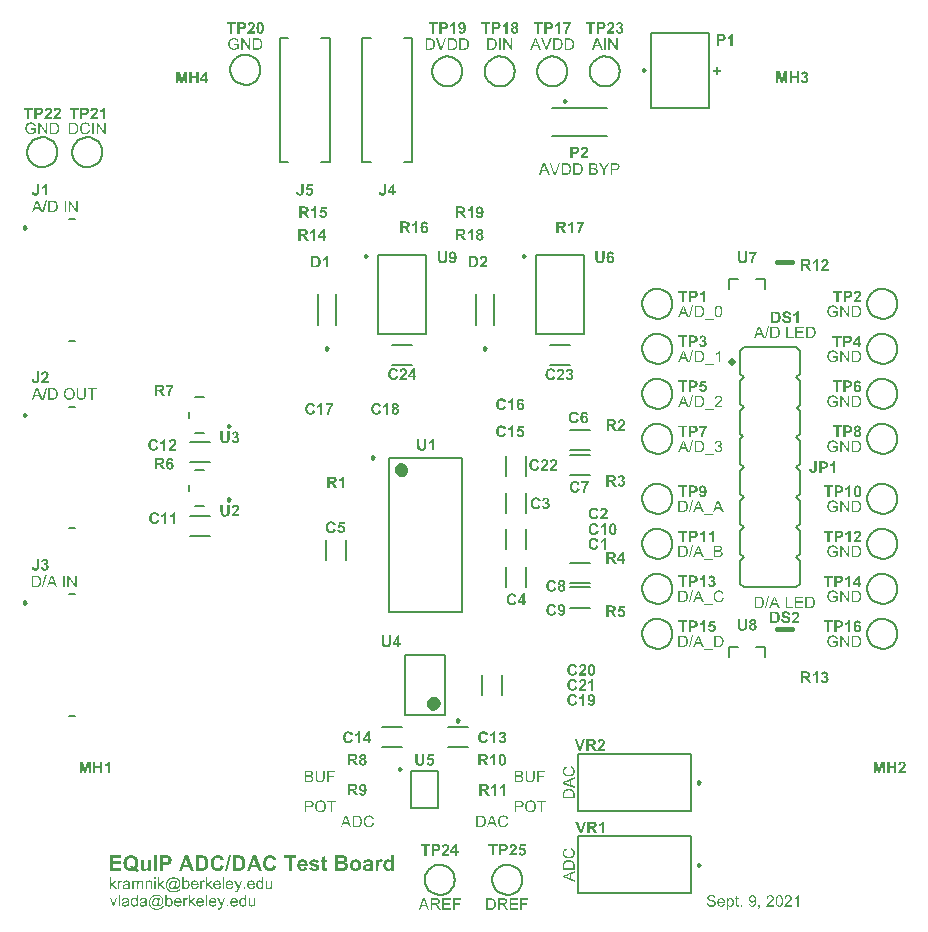
<source format=gto>
G04*
G04 #@! TF.GenerationSoftware,Altium Limited,Altium Designer,21.6.1 (37)*
G04*
G04 Layer_Color=65535*
%FSLAX25Y25*%
%MOIN*%
G70*
G04*
G04 #@! TF.SameCoordinates,74F22BCE-0206-479F-BCF0-E4D5E1675BD9*
G04*
G04*
G04 #@! TF.FilePolarity,Positive*
G04*
G01*
G75*
%ADD10C,0.00787*%
%ADD11C,0.02362*%
%ADD12C,0.00984*%
%ADD13C,0.01200*%
%ADD14C,0.01575*%
%ADD15C,0.00600*%
G36*
X335924Y285065D02*
X335453D01*
Y288064D01*
X335445Y288056D01*
X335424Y288035D01*
X335387Y288006D01*
X335333Y287965D01*
X335270Y287915D01*
X335191Y287860D01*
X335104Y287802D01*
X335004Y287740D01*
X335000D01*
X334992Y287732D01*
X334979Y287723D01*
X334958Y287715D01*
X334933Y287698D01*
X334904Y287686D01*
X334838Y287648D01*
X334763Y287611D01*
X334680Y287569D01*
X334592Y287532D01*
X334509Y287499D01*
Y287952D01*
X334513Y287956D01*
X334526Y287960D01*
X334547Y287973D01*
X334576Y287985D01*
X334609Y288002D01*
X334651Y288027D01*
X334696Y288052D01*
X334742Y288077D01*
X334850Y288143D01*
X334967Y288222D01*
X335087Y288306D01*
X335200Y288401D01*
X335204Y288405D01*
X335212Y288414D01*
X335229Y288426D01*
X335250Y288447D01*
X335270Y288472D01*
X335299Y288497D01*
X335362Y288568D01*
X335433Y288643D01*
X335503Y288730D01*
X335566Y288821D01*
X335620Y288917D01*
X335924D01*
Y285065D01*
D02*
G37*
G36*
X328956Y288900D02*
X329005D01*
X329055Y288896D01*
X329168Y288892D01*
X329280Y288880D01*
X329392Y288867D01*
X329442Y288855D01*
X329488Y288846D01*
X329492D01*
X329505Y288842D01*
X329521Y288838D01*
X329542Y288830D01*
X329571Y288821D01*
X329605Y288813D01*
X329683Y288784D01*
X329771Y288747D01*
X329862Y288701D01*
X329958Y288643D01*
X330050Y288572D01*
X330054Y288568D01*
X330062Y288559D01*
X330079Y288547D01*
X330100Y288526D01*
X330124Y288501D01*
X330154Y288468D01*
X330187Y288435D01*
X330220Y288393D01*
X330258Y288347D01*
X330295Y288297D01*
X330332Y288243D01*
X330370Y288185D01*
X330441Y288056D01*
X330503Y287915D01*
Y287910D01*
X330511Y287898D01*
X330516Y287873D01*
X330528Y287844D01*
X330540Y287806D01*
X330553Y287761D01*
X330565Y287711D01*
X330582Y287652D01*
X330595Y287586D01*
X330607Y287515D01*
X330620Y287440D01*
X330632Y287361D01*
X330644Y287278D01*
X330649Y287191D01*
X330657Y287003D01*
Y286999D01*
Y286983D01*
Y286962D01*
Y286929D01*
X330653Y286891D01*
Y286845D01*
X330649Y286795D01*
X330644Y286741D01*
X330632Y286621D01*
X330611Y286492D01*
X330586Y286359D01*
X330553Y286226D01*
Y286221D01*
X330549Y286209D01*
X330540Y286192D01*
X330536Y286172D01*
X330524Y286142D01*
X330511Y286109D01*
X330482Y286030D01*
X330445Y285943D01*
X330399Y285847D01*
X330349Y285755D01*
X330291Y285668D01*
Y285664D01*
X330283Y285660D01*
X330274Y285647D01*
X330262Y285631D01*
X330233Y285593D01*
X330187Y285543D01*
X330137Y285485D01*
X330079Y285427D01*
X330012Y285373D01*
X329941Y285319D01*
X329937D01*
X329933Y285315D01*
X329908Y285298D01*
X329867Y285277D01*
X329813Y285248D01*
X329746Y285219D01*
X329667Y285186D01*
X329575Y285156D01*
X329480Y285127D01*
X329475D01*
X329467Y285123D01*
X329455D01*
X329434Y285119D01*
X329409Y285115D01*
X329376Y285107D01*
X329342Y285102D01*
X329305Y285098D01*
X329213Y285086D01*
X329109Y285073D01*
X328993Y285069D01*
X328868Y285065D01*
X327483D01*
Y288905D01*
X328914D01*
X328956Y288900D01*
D02*
G37*
G36*
X325590Y285065D02*
X325012D01*
X324567Y286226D01*
X322953D01*
X322537Y285065D01*
X322000D01*
X323468Y288905D01*
X324018D01*
X325590Y285065D01*
D02*
G37*
G36*
X325960Y284998D02*
X325582D01*
X326697Y288967D01*
X327075D01*
X325960Y284998D01*
D02*
G37*
G36*
X333985Y284000D02*
X330861D01*
Y284341D01*
X333985D01*
Y284000D01*
D02*
G37*
G36*
X286248Y150341D02*
X286277Y150333D01*
X286323Y150317D01*
X286373Y150300D01*
X286435Y150275D01*
X286502Y150250D01*
X286572Y150217D01*
X286651Y150179D01*
X286726Y150138D01*
X286809Y150092D01*
X286889Y150038D01*
X286963Y149979D01*
X287038Y149917D01*
X287109Y149846D01*
X287175Y149771D01*
X287180Y149767D01*
X287188Y149751D01*
X287205Y149730D01*
X287225Y149697D01*
X287250Y149659D01*
X287280Y149609D01*
X287309Y149555D01*
X287338Y149489D01*
X287367Y149418D01*
X287396Y149343D01*
X287425Y149260D01*
X287450Y149168D01*
X287471Y149073D01*
X287488Y148973D01*
X287496Y148869D01*
X287500Y148757D01*
Y148698D01*
X287496Y148653D01*
X287492Y148603D01*
X287488Y148540D01*
X287479Y148474D01*
X287467Y148399D01*
X287454Y148320D01*
X287438Y148237D01*
X287417Y148153D01*
X287396Y148070D01*
X287367Y147983D01*
X287334Y147899D01*
X287296Y147820D01*
X287250Y147746D01*
X287246Y147741D01*
X287238Y147729D01*
X287225Y147708D01*
X287205Y147683D01*
X287175Y147650D01*
X287146Y147613D01*
X287109Y147571D01*
X287063Y147525D01*
X287013Y147479D01*
X286959Y147429D01*
X286901Y147384D01*
X286834Y147334D01*
X286764Y147284D01*
X286689Y147238D01*
X286606Y147196D01*
X286518Y147155D01*
X286514Y147151D01*
X286497Y147147D01*
X286468Y147138D01*
X286435Y147126D01*
X286389Y147109D01*
X286339Y147092D01*
X286277Y147076D01*
X286210Y147055D01*
X286136Y147038D01*
X286056Y147018D01*
X285973Y147001D01*
X285882Y146988D01*
X285690Y146964D01*
X285591Y146959D01*
X285491Y146955D01*
X285482D01*
X285466D01*
X285433D01*
X285391Y146959D01*
X285337Y146964D01*
X285274Y146968D01*
X285208Y146976D01*
X285133Y146984D01*
X285054Y146997D01*
X284971Y147009D01*
X284792Y147051D01*
X284704Y147080D01*
X284617Y147109D01*
X284526Y147142D01*
X284442Y147184D01*
X284438Y147188D01*
X284422Y147196D01*
X284401Y147209D01*
X284367Y147226D01*
X284330Y147251D01*
X284289Y147280D01*
X284243Y147313D01*
X284189Y147350D01*
X284139Y147396D01*
X284081Y147442D01*
X284026Y147496D01*
X283968Y147554D01*
X283914Y147617D01*
X283860Y147683D01*
X283810Y147758D01*
X283764Y147833D01*
X283760Y147837D01*
X283756Y147854D01*
X283744Y147875D01*
X283727Y147908D01*
X283710Y147945D01*
X283689Y147995D01*
X283669Y148049D01*
X283648Y148108D01*
X283627Y148174D01*
X283606Y148249D01*
X283585Y148324D01*
X283569Y148407D01*
X283540Y148578D01*
X283536Y148669D01*
X283531Y148765D01*
Y148819D01*
X283536Y148861D01*
X283540Y148910D01*
X283548Y148969D01*
X283556Y149031D01*
X283569Y149102D01*
X283585Y149177D01*
X283602Y149256D01*
X283627Y149335D01*
X283656Y149418D01*
X283689Y149501D01*
X283731Y149580D01*
X283773Y149659D01*
X283827Y149734D01*
X283831Y149738D01*
X283839Y149751D01*
X283856Y149771D01*
X283881Y149796D01*
X283910Y149830D01*
X283947Y149867D01*
X283989Y149905D01*
X284039Y149950D01*
X284093Y149996D01*
X284155Y150042D01*
X284222Y150088D01*
X284297Y150129D01*
X284376Y150175D01*
X284463Y150213D01*
X284555Y150250D01*
X284650Y150283D01*
X284767Y149784D01*
X284763D01*
X284750Y149776D01*
X284725Y149771D01*
X284696Y149759D01*
X284663Y149747D01*
X284625Y149726D01*
X284534Y149684D01*
X284434Y149630D01*
X284330Y149559D01*
X284234Y149485D01*
X284193Y149439D01*
X284155Y149393D01*
X284151Y149389D01*
X284147Y149381D01*
X284139Y149368D01*
X284126Y149347D01*
X284110Y149322D01*
X284093Y149293D01*
X284076Y149260D01*
X284060Y149218D01*
X284043Y149172D01*
X284026Y149127D01*
X283993Y149019D01*
X283972Y148894D01*
X283964Y148827D01*
Y148715D01*
X283968Y148682D01*
X283972Y148644D01*
X283977Y148598D01*
X283981Y148548D01*
X283989Y148499D01*
X284018Y148378D01*
X284055Y148253D01*
X284081Y148191D01*
X284110Y148128D01*
X284143Y148070D01*
X284180Y148012D01*
X284185Y148008D01*
X284189Y147999D01*
X284201Y147983D01*
X284218Y147962D01*
X284239Y147941D01*
X284268Y147912D01*
X284297Y147883D01*
X284330Y147850D01*
X284372Y147816D01*
X284413Y147779D01*
X284509Y147712D01*
X284621Y147650D01*
X284750Y147596D01*
X284754D01*
X284767Y147592D01*
X284788Y147583D01*
X284813Y147579D01*
X284846Y147571D01*
X284883Y147558D01*
X284929Y147550D01*
X284975Y147538D01*
X285029Y147525D01*
X285087Y147517D01*
X285212Y147496D01*
X285345Y147484D01*
X285487Y147479D01*
X285491D01*
X285507D01*
X285532D01*
X285570Y147484D01*
X285611D01*
X285661Y147488D01*
X285715Y147492D01*
X285778Y147496D01*
X285844Y147504D01*
X285911Y147513D01*
X286056Y147538D01*
X286202Y147575D01*
X286344Y147621D01*
X286348D01*
X286360Y147629D01*
X286377Y147637D01*
X286402Y147646D01*
X286435Y147662D01*
X286468Y147683D01*
X286547Y147729D01*
X286639Y147791D01*
X286726Y147866D01*
X286814Y147958D01*
X286851Y148008D01*
X286889Y148062D01*
Y148066D01*
X286897Y148074D01*
X286905Y148091D01*
X286918Y148116D01*
X286930Y148145D01*
X286947Y148178D01*
X286959Y148216D01*
X286976Y148257D01*
X287009Y148353D01*
X287038Y148465D01*
X287059Y148586D01*
X287063Y148648D01*
X287067Y148715D01*
Y148757D01*
X287063Y148786D01*
X287059Y148823D01*
X287055Y148865D01*
X287047Y148915D01*
X287038Y148965D01*
X287009Y149081D01*
X286988Y149139D01*
X286963Y149202D01*
X286934Y149264D01*
X286901Y149322D01*
X286863Y149381D01*
X286822Y149439D01*
X286818Y149443D01*
X286809Y149451D01*
X286797Y149468D01*
X286776Y149489D01*
X286751Y149509D01*
X286718Y149539D01*
X286681Y149568D01*
X286639Y149601D01*
X286589Y149634D01*
X286535Y149668D01*
X286477Y149701D01*
X286410Y149734D01*
X286339Y149763D01*
X286260Y149792D01*
X286177Y149821D01*
X286090Y149842D01*
X286219Y150350D01*
X286227D01*
X286248Y150341D01*
D02*
G37*
G36*
X287438Y146119D02*
X286277Y145674D01*
Y144060D01*
X287438Y143644D01*
Y143107D01*
X283598Y144576D01*
Y145125D01*
X287438Y146697D01*
Y146119D01*
D02*
G37*
G36*
X285611Y142820D02*
X285657D01*
X285707Y142816D01*
X285761Y142812D01*
X285882Y142799D01*
X286011Y142779D01*
X286144Y142754D01*
X286277Y142720D01*
X286281D01*
X286294Y142716D01*
X286310Y142708D01*
X286331Y142704D01*
X286360Y142691D01*
X286393Y142679D01*
X286473Y142650D01*
X286560Y142612D01*
X286655Y142566D01*
X286747Y142517D01*
X286834Y142458D01*
X286839D01*
X286843Y142450D01*
X286855Y142442D01*
X286872Y142429D01*
X286909Y142400D01*
X286959Y142354D01*
X287017Y142304D01*
X287076Y142246D01*
X287130Y142180D01*
X287184Y142109D01*
Y142105D01*
X287188Y142101D01*
X287205Y142076D01*
X287225Y142034D01*
X287255Y141980D01*
X287284Y141913D01*
X287317Y141834D01*
X287346Y141743D01*
X287375Y141647D01*
Y141643D01*
X287379Y141635D01*
Y141622D01*
X287384Y141601D01*
X287388Y141576D01*
X287396Y141543D01*
X287400Y141510D01*
X287404Y141472D01*
X287417Y141381D01*
X287429Y141277D01*
X287433Y141160D01*
X287438Y141035D01*
Y139650D01*
X283598D01*
Y141081D01*
X283602Y141123D01*
Y141173D01*
X283606Y141223D01*
X283610Y141335D01*
X283623Y141447D01*
X283635Y141560D01*
X283648Y141610D01*
X283656Y141655D01*
Y141659D01*
X283660Y141672D01*
X283664Y141689D01*
X283673Y141709D01*
X283681Y141739D01*
X283689Y141772D01*
X283719Y141851D01*
X283756Y141938D01*
X283802Y142030D01*
X283860Y142125D01*
X283931Y142217D01*
X283935Y142221D01*
X283943Y142229D01*
X283956Y142246D01*
X283977Y142267D01*
X284001Y142292D01*
X284035Y142321D01*
X284068Y142354D01*
X284110Y142387D01*
X284155Y142425D01*
X284205Y142462D01*
X284259Y142500D01*
X284318Y142537D01*
X284447Y142608D01*
X284588Y142670D01*
X284592D01*
X284605Y142679D01*
X284630Y142683D01*
X284659Y142695D01*
X284696Y142708D01*
X284742Y142720D01*
X284792Y142733D01*
X284850Y142749D01*
X284917Y142762D01*
X284987Y142774D01*
X285062Y142787D01*
X285141Y142799D01*
X285225Y142812D01*
X285312Y142816D01*
X285499Y142824D01*
X285503D01*
X285520D01*
X285541D01*
X285574D01*
X285611Y142820D01*
D02*
G37*
G36*
X208000Y138449D02*
X206735D01*
Y135062D01*
X206228D01*
Y138449D01*
X204963D01*
Y138902D01*
X208000D01*
Y138449D01*
D02*
G37*
G36*
X199164Y138898D02*
X199260Y138894D01*
X199355Y138885D01*
X199447Y138877D01*
X199493Y138873D01*
X199530Y138865D01*
X199534D01*
X199543Y138860D01*
X199559D01*
X199576Y138856D01*
X199601Y138848D01*
X199630Y138844D01*
X199697Y138823D01*
X199771Y138798D01*
X199850Y138765D01*
X199929Y138727D01*
X200004Y138682D01*
X200009D01*
X200013Y138677D01*
X200038Y138657D01*
X200071Y138628D01*
X200117Y138586D01*
X200162Y138536D01*
X200217Y138469D01*
X200266Y138399D01*
X200312Y138311D01*
Y138307D01*
X200316Y138299D01*
X200325Y138286D01*
X200333Y138270D01*
X200341Y138249D01*
X200350Y138220D01*
X200375Y138157D01*
X200395Y138078D01*
X200416Y137991D01*
X200429Y137891D01*
X200433Y137787D01*
Y137783D01*
Y137766D01*
Y137741D01*
X200429Y137704D01*
X200425Y137662D01*
X200416Y137617D01*
X200408Y137563D01*
X200395Y137500D01*
X200379Y137438D01*
X200358Y137371D01*
X200333Y137305D01*
X200300Y137234D01*
X200266Y137163D01*
X200225Y137092D01*
X200175Y137026D01*
X200121Y136959D01*
X200117Y136955D01*
X200104Y136947D01*
X200087Y136930D01*
X200058Y136905D01*
X200025Y136880D01*
X199979Y136851D01*
X199925Y136822D01*
X199863Y136793D01*
X199788Y136760D01*
X199709Y136731D01*
X199613Y136701D01*
X199513Y136677D01*
X199397Y136656D01*
X199272Y136639D01*
X199139Y136627D01*
X198989Y136622D01*
X198008D01*
Y135062D01*
X197500D01*
Y138902D01*
X199081D01*
X199164Y138898D01*
D02*
G37*
G36*
X202850Y138964D02*
X202900Y138960D01*
X202954Y138956D01*
X203012Y138948D01*
X203079Y138935D01*
X203153Y138923D01*
X203228Y138906D01*
X203307Y138885D01*
X203391Y138860D01*
X203474Y138831D01*
X203557Y138798D01*
X203636Y138761D01*
X203719Y138715D01*
X203723Y138711D01*
X203740Y138702D01*
X203761Y138690D01*
X203790Y138669D01*
X203827Y138644D01*
X203865Y138611D01*
X203911Y138573D01*
X203960Y138532D01*
X204015Y138482D01*
X204069Y138428D01*
X204123Y138370D01*
X204177Y138307D01*
X204227Y138241D01*
X204281Y138166D01*
X204327Y138087D01*
X204372Y138004D01*
X204377Y137999D01*
X204381Y137983D01*
X204393Y137958D01*
X204406Y137925D01*
X204426Y137883D01*
X204443Y137829D01*
X204464Y137771D01*
X204485Y137704D01*
X204505Y137633D01*
X204526Y137554D01*
X204547Y137467D01*
X204564Y137380D01*
X204576Y137284D01*
X204589Y137184D01*
X204593Y137084D01*
X204597Y136976D01*
Y136968D01*
Y136951D01*
Y136918D01*
X204593Y136876D01*
X204589Y136826D01*
X204585Y136768D01*
X204576Y136701D01*
X204568Y136627D01*
X204555Y136548D01*
X204539Y136464D01*
X204522Y136377D01*
X204497Y136290D01*
X204468Y136198D01*
X204439Y136111D01*
X204401Y136019D01*
X204360Y135932D01*
X204356Y135928D01*
X204347Y135911D01*
X204335Y135886D01*
X204318Y135857D01*
X204293Y135819D01*
X204264Y135774D01*
X204227Y135724D01*
X204189Y135670D01*
X204144Y135616D01*
X204094Y135557D01*
X204035Y135499D01*
X203977Y135441D01*
X203915Y135387D01*
X203844Y135333D01*
X203769Y135279D01*
X203690Y135233D01*
X203686Y135229D01*
X203669Y135225D01*
X203648Y135212D01*
X203615Y135196D01*
X203574Y135179D01*
X203528Y135158D01*
X203474Y135137D01*
X203411Y135117D01*
X203345Y135096D01*
X203274Y135075D01*
X203195Y135054D01*
X203116Y135037D01*
X202941Y135008D01*
X202850Y135004D01*
X202758Y135000D01*
X202704D01*
X202667Y135004D01*
X202621Y135008D01*
X202563Y135012D01*
X202504Y135021D01*
X202434Y135033D01*
X202363Y135046D01*
X202284Y135062D01*
X202205Y135083D01*
X202122Y135108D01*
X202039Y135137D01*
X201955Y135175D01*
X201872Y135212D01*
X201789Y135258D01*
X201785Y135262D01*
X201772Y135270D01*
X201747Y135287D01*
X201718Y135308D01*
X201685Y135333D01*
X201643Y135366D01*
X201598Y135404D01*
X201548Y135445D01*
X201494Y135495D01*
X201444Y135549D01*
X201390Y135607D01*
X201336Y135670D01*
X201281Y135740D01*
X201232Y135811D01*
X201186Y135890D01*
X201140Y135973D01*
X201136Y135978D01*
X201132Y135994D01*
X201119Y136019D01*
X201107Y136053D01*
X201090Y136094D01*
X201073Y136144D01*
X201053Y136198D01*
X201032Y136265D01*
X201011Y136331D01*
X200990Y136406D01*
X200974Y136485D01*
X200957Y136568D01*
X200932Y136743D01*
X200928Y136839D01*
X200924Y136930D01*
Y136934D01*
Y136943D01*
Y136955D01*
Y136972D01*
X200928Y136997D01*
Y137022D01*
X200932Y137088D01*
X200940Y137167D01*
X200953Y137263D01*
X200965Y137363D01*
X200986Y137475D01*
X201015Y137596D01*
X201048Y137716D01*
X201090Y137841D01*
X201140Y137966D01*
X201198Y138091D01*
X201265Y138207D01*
X201344Y138324D01*
X201435Y138428D01*
X201439Y138432D01*
X201460Y138453D01*
X201489Y138478D01*
X201527Y138511D01*
X201581Y138553D01*
X201639Y138598D01*
X201710Y138648D01*
X201793Y138698D01*
X201885Y138748D01*
X201985Y138798D01*
X202093Y138844D01*
X202213Y138885D01*
X202338Y138919D01*
X202471Y138944D01*
X202613Y138964D01*
X202762Y138969D01*
X202812D01*
X202850Y138964D01*
D02*
G37*
G36*
X204127Y146685D02*
Y146677D01*
Y146660D01*
Y146631D01*
Y146589D01*
X204123Y146539D01*
X204119Y146485D01*
X204114Y146423D01*
X204110Y146352D01*
X204094Y146206D01*
X204073Y146053D01*
X204040Y145903D01*
X204019Y145832D01*
X203994Y145765D01*
Y145761D01*
X203990Y145749D01*
X203981Y145732D01*
X203969Y145707D01*
X203952Y145678D01*
X203936Y145645D01*
X203886Y145570D01*
X203856Y145524D01*
X203823Y145483D01*
X203782Y145433D01*
X203740Y145387D01*
X203690Y145341D01*
X203640Y145295D01*
X203582Y145254D01*
X203520Y145212D01*
X203515Y145208D01*
X203503Y145204D01*
X203486Y145191D01*
X203457Y145179D01*
X203424Y145162D01*
X203382Y145146D01*
X203337Y145125D01*
X203278Y145108D01*
X203220Y145087D01*
X203153Y145067D01*
X203079Y145050D01*
X202999Y145033D01*
X202912Y145021D01*
X202821Y145008D01*
X202725Y145004D01*
X202625Y145000D01*
X202571D01*
X202534Y145004D01*
X202488D01*
X202438Y145008D01*
X202376Y145017D01*
X202313Y145025D01*
X202172Y145046D01*
X202022Y145079D01*
X201876Y145125D01*
X201806Y145150D01*
X201739Y145183D01*
X201735Y145187D01*
X201722Y145191D01*
X201706Y145204D01*
X201685Y145216D01*
X201656Y145237D01*
X201623Y145262D01*
X201589Y145287D01*
X201552Y145320D01*
X201469Y145395D01*
X201390Y145487D01*
X201315Y145595D01*
X201281Y145657D01*
X201252Y145720D01*
Y145724D01*
X201248Y145736D01*
X201240Y145757D01*
X201232Y145786D01*
X201219Y145819D01*
X201207Y145865D01*
X201194Y145915D01*
X201182Y145973D01*
X201165Y146040D01*
X201152Y146111D01*
X201140Y146190D01*
X201132Y146277D01*
X201119Y146369D01*
X201115Y146468D01*
X201107Y146572D01*
Y146685D01*
Y148902D01*
X201614D01*
Y146685D01*
Y146681D01*
Y146664D01*
Y146639D01*
Y146602D01*
X201618Y146560D01*
Y146514D01*
X201623Y146460D01*
X201627Y146406D01*
X201635Y146285D01*
X201652Y146165D01*
X201677Y146048D01*
X201689Y145994D01*
X201706Y145949D01*
Y145944D01*
X201710Y145940D01*
X201714Y145928D01*
X201722Y145911D01*
X201747Y145865D01*
X201781Y145815D01*
X201822Y145753D01*
X201876Y145695D01*
X201943Y145636D01*
X202022Y145582D01*
X202026D01*
X202034Y145578D01*
X202047Y145570D01*
X202063Y145562D01*
X202084Y145553D01*
X202113Y145545D01*
X202143Y145533D01*
X202176Y145520D01*
X202259Y145499D01*
X202355Y145478D01*
X202463Y145462D01*
X202579Y145458D01*
X202633D01*
X202671Y145462D01*
X202717Y145466D01*
X202771Y145470D01*
X202829Y145478D01*
X202891Y145491D01*
X203020Y145520D01*
X203087Y145541D01*
X203153Y145566D01*
X203216Y145595D01*
X203274Y145628D01*
X203328Y145666D01*
X203378Y145711D01*
X203382Y145715D01*
X203391Y145724D01*
X203399Y145740D01*
X203415Y145761D01*
X203432Y145790D01*
X203453Y145828D01*
X203478Y145874D01*
X203499Y145928D01*
X203520Y145990D01*
X203544Y146061D01*
X203565Y146140D01*
X203582Y146227D01*
X203599Y146327D01*
X203611Y146435D01*
X203615Y146556D01*
X203619Y146685D01*
Y148902D01*
X204127D01*
Y146685D01*
D02*
G37*
G36*
X207588Y148449D02*
X205508D01*
Y147259D01*
X207309D01*
Y146805D01*
X205508D01*
Y145062D01*
X205000D01*
Y148902D01*
X207588D01*
Y148449D01*
D02*
G37*
G36*
X199048Y148898D02*
X199093D01*
X199139Y148894D01*
X199193Y148885D01*
X199301Y148873D01*
X199422Y148852D01*
X199534Y148823D01*
X199642Y148781D01*
X199647D01*
X199655Y148777D01*
X199667Y148769D01*
X199688Y148761D01*
X199734Y148732D01*
X199796Y148694D01*
X199863Y148644D01*
X199929Y148582D01*
X199996Y148507D01*
X200058Y148424D01*
Y148419D01*
X200067Y148411D01*
X200071Y148399D01*
X200083Y148382D01*
X200096Y148361D01*
X200108Y148332D01*
X200137Y148270D01*
X200162Y148195D01*
X200187Y148108D01*
X200204Y148016D01*
X200212Y147916D01*
Y147912D01*
Y147904D01*
Y147891D01*
Y147875D01*
X200204Y147829D01*
X200196Y147766D01*
X200179Y147696D01*
X200154Y147617D01*
X200121Y147538D01*
X200075Y147454D01*
Y147450D01*
X200071Y147446D01*
X200063Y147434D01*
X200050Y147417D01*
X200021Y147380D01*
X199975Y147330D01*
X199921Y147275D01*
X199850Y147217D01*
X199771Y147159D01*
X199676Y147105D01*
X199680D01*
X199692Y147101D01*
X199709Y147092D01*
X199734Y147084D01*
X199763Y147072D01*
X199796Y147059D01*
X199871Y147022D01*
X199959Y146976D01*
X200046Y146914D01*
X200133Y146843D01*
X200208Y146756D01*
X200212Y146751D01*
X200217Y146743D01*
X200225Y146731D01*
X200237Y146714D01*
X200254Y146689D01*
X200271Y146660D01*
X200287Y146627D01*
X200304Y146589D01*
X200337Y146506D01*
X200370Y146406D01*
X200391Y146294D01*
X200399Y146236D01*
Y146173D01*
Y146169D01*
Y146161D01*
Y146148D01*
Y146127D01*
X200395Y146102D01*
Y146077D01*
X200387Y146011D01*
X200370Y145932D01*
X200350Y145849D01*
X200321Y145757D01*
X200283Y145670D01*
Y145666D01*
X200279Y145661D01*
X200271Y145649D01*
X200262Y145632D01*
X200237Y145591D01*
X200204Y145541D01*
X200167Y145483D01*
X200117Y145424D01*
X200063Y145366D01*
X200000Y145312D01*
X199992Y145308D01*
X199971Y145291D01*
X199934Y145270D01*
X199884Y145241D01*
X199825Y145212D01*
X199755Y145179D01*
X199671Y145150D01*
X199580Y145125D01*
X199576D01*
X199567Y145121D01*
X199555D01*
X199534Y145116D01*
X199509Y145112D01*
X199480Y145104D01*
X199447Y145100D01*
X199409Y145096D01*
X199368Y145087D01*
X199318Y145083D01*
X199214Y145071D01*
X199093Y145067D01*
X198960Y145062D01*
X197500D01*
Y148902D01*
X199010D01*
X199048Y148898D01*
D02*
G37*
G36*
X286248Y123018D02*
X286277Y123010D01*
X286323Y122993D01*
X286373Y122977D01*
X286435Y122951D01*
X286502Y122927D01*
X286572Y122893D01*
X286651Y122856D01*
X286726Y122814D01*
X286809Y122768D01*
X286889Y122714D01*
X286963Y122656D01*
X287038Y122594D01*
X287109Y122523D01*
X287175Y122448D01*
X287180Y122444D01*
X287188Y122427D01*
X287205Y122407D01*
X287225Y122373D01*
X287250Y122336D01*
X287280Y122286D01*
X287309Y122232D01*
X287338Y122165D01*
X287367Y122095D01*
X287396Y122020D01*
X287425Y121937D01*
X287450Y121845D01*
X287471Y121749D01*
X287488Y121650D01*
X287496Y121546D01*
X287500Y121433D01*
Y121375D01*
X287496Y121329D01*
X287492Y121279D01*
X287488Y121217D01*
X287479Y121150D01*
X287467Y121075D01*
X287454Y120996D01*
X287438Y120913D01*
X287417Y120830D01*
X287396Y120747D01*
X287367Y120659D01*
X287334Y120576D01*
X287296Y120497D01*
X287250Y120422D01*
X287246Y120418D01*
X287238Y120406D01*
X287225Y120385D01*
X287205Y120360D01*
X287175Y120327D01*
X287146Y120289D01*
X287109Y120247D01*
X287063Y120202D01*
X287013Y120156D01*
X286959Y120106D01*
X286901Y120060D01*
X286834Y120010D01*
X286764Y119960D01*
X286689Y119915D01*
X286606Y119873D01*
X286518Y119832D01*
X286514Y119827D01*
X286497Y119823D01*
X286468Y119815D01*
X286435Y119802D01*
X286389Y119786D01*
X286339Y119769D01*
X286277Y119753D01*
X286210Y119732D01*
X286136Y119715D01*
X286056Y119694D01*
X285973Y119678D01*
X285882Y119665D01*
X285690Y119640D01*
X285591Y119636D01*
X285491Y119632D01*
X285482D01*
X285466D01*
X285433D01*
X285391Y119636D01*
X285337Y119640D01*
X285274Y119644D01*
X285208Y119653D01*
X285133Y119661D01*
X285054Y119674D01*
X284971Y119686D01*
X284792Y119728D01*
X284704Y119757D01*
X284617Y119786D01*
X284526Y119819D01*
X284442Y119861D01*
X284438Y119865D01*
X284422Y119873D01*
X284401Y119886D01*
X284367Y119902D01*
X284330Y119927D01*
X284289Y119956D01*
X284243Y119990D01*
X284189Y120027D01*
X284139Y120073D01*
X284081Y120119D01*
X284026Y120173D01*
X283968Y120231D01*
X283914Y120293D01*
X283860Y120360D01*
X283810Y120435D01*
X283764Y120510D01*
X283760Y120514D01*
X283756Y120530D01*
X283744Y120551D01*
X283727Y120584D01*
X283710Y120622D01*
X283689Y120672D01*
X283669Y120726D01*
X283648Y120784D01*
X283627Y120851D01*
X283606Y120926D01*
X283585Y121001D01*
X283569Y121084D01*
X283540Y121254D01*
X283536Y121346D01*
X283531Y121441D01*
Y121495D01*
X283536Y121537D01*
X283540Y121587D01*
X283548Y121645D01*
X283556Y121708D01*
X283569Y121778D01*
X283585Y121853D01*
X283602Y121932D01*
X283627Y122011D01*
X283656Y122095D01*
X283689Y122178D01*
X283731Y122257D01*
X283773Y122336D01*
X283827Y122411D01*
X283831Y122415D01*
X283839Y122427D01*
X283856Y122448D01*
X283881Y122473D01*
X283910Y122506D01*
X283947Y122544D01*
X283989Y122581D01*
X284039Y122627D01*
X284093Y122673D01*
X284155Y122719D01*
X284222Y122764D01*
X284297Y122806D01*
X284376Y122852D01*
X284463Y122889D01*
X284555Y122927D01*
X284650Y122960D01*
X284767Y122461D01*
X284763D01*
X284750Y122452D01*
X284725Y122448D01*
X284696Y122436D01*
X284663Y122423D01*
X284625Y122402D01*
X284534Y122361D01*
X284434Y122307D01*
X284330Y122236D01*
X284234Y122161D01*
X284193Y122115D01*
X284155Y122070D01*
X284151Y122065D01*
X284147Y122057D01*
X284139Y122045D01*
X284126Y122024D01*
X284110Y121999D01*
X284093Y121970D01*
X284076Y121937D01*
X284060Y121895D01*
X284043Y121849D01*
X284026Y121803D01*
X283993Y121695D01*
X283972Y121570D01*
X283964Y121504D01*
Y121391D01*
X283968Y121358D01*
X283972Y121321D01*
X283977Y121275D01*
X283981Y121225D01*
X283989Y121175D01*
X284018Y121055D01*
X284055Y120930D01*
X284081Y120867D01*
X284110Y120805D01*
X284143Y120747D01*
X284180Y120688D01*
X284185Y120684D01*
X284189Y120676D01*
X284201Y120659D01*
X284218Y120639D01*
X284239Y120618D01*
X284268Y120589D01*
X284297Y120560D01*
X284330Y120526D01*
X284372Y120493D01*
X284413Y120456D01*
X284509Y120389D01*
X284621Y120327D01*
X284750Y120273D01*
X284754D01*
X284767Y120268D01*
X284788Y120260D01*
X284813Y120256D01*
X284846Y120247D01*
X284883Y120235D01*
X284929Y120227D01*
X284975Y120214D01*
X285029Y120202D01*
X285087Y120194D01*
X285212Y120173D01*
X285345Y120160D01*
X285487Y120156D01*
X285491D01*
X285507D01*
X285532D01*
X285570Y120160D01*
X285611D01*
X285661Y120164D01*
X285715Y120168D01*
X285778Y120173D01*
X285844Y120181D01*
X285911Y120189D01*
X286056Y120214D01*
X286202Y120252D01*
X286344Y120298D01*
X286348D01*
X286360Y120306D01*
X286377Y120314D01*
X286402Y120322D01*
X286435Y120339D01*
X286468Y120360D01*
X286547Y120406D01*
X286639Y120468D01*
X286726Y120543D01*
X286814Y120634D01*
X286851Y120684D01*
X286889Y120738D01*
Y120743D01*
X286897Y120751D01*
X286905Y120767D01*
X286918Y120792D01*
X286930Y120822D01*
X286947Y120855D01*
X286959Y120892D01*
X286976Y120934D01*
X287009Y121030D01*
X287038Y121142D01*
X287059Y121263D01*
X287063Y121325D01*
X287067Y121391D01*
Y121433D01*
X287063Y121462D01*
X287059Y121500D01*
X287055Y121541D01*
X287047Y121591D01*
X287038Y121641D01*
X287009Y121758D01*
X286988Y121816D01*
X286963Y121878D01*
X286934Y121941D01*
X286901Y121999D01*
X286863Y122057D01*
X286822Y122115D01*
X286818Y122119D01*
X286809Y122128D01*
X286797Y122144D01*
X286776Y122165D01*
X286751Y122186D01*
X286718Y122215D01*
X286681Y122244D01*
X286639Y122278D01*
X286589Y122311D01*
X286535Y122344D01*
X286477Y122378D01*
X286410Y122411D01*
X286339Y122440D01*
X286260Y122469D01*
X286177Y122498D01*
X286090Y122519D01*
X286219Y123026D01*
X286227D01*
X286248Y123018D01*
D02*
G37*
G36*
X285611Y119074D02*
X285657D01*
X285707Y119070D01*
X285761Y119066D01*
X285882Y119054D01*
X286011Y119033D01*
X286144Y119008D01*
X286277Y118975D01*
X286281D01*
X286294Y118970D01*
X286310Y118962D01*
X286331Y118958D01*
X286360Y118946D01*
X286393Y118933D01*
X286473Y118904D01*
X286560Y118866D01*
X286655Y118821D01*
X286747Y118771D01*
X286834Y118712D01*
X286839D01*
X286843Y118704D01*
X286855Y118696D01*
X286872Y118683D01*
X286909Y118654D01*
X286959Y118608D01*
X287017Y118559D01*
X287076Y118500D01*
X287130Y118434D01*
X287184Y118363D01*
Y118359D01*
X287188Y118355D01*
X287205Y118330D01*
X287225Y118288D01*
X287255Y118234D01*
X287284Y118167D01*
X287317Y118088D01*
X287346Y117997D01*
X287375Y117901D01*
Y117897D01*
X287379Y117889D01*
Y117876D01*
X287384Y117856D01*
X287388Y117831D01*
X287396Y117797D01*
X287400Y117764D01*
X287404Y117727D01*
X287417Y117635D01*
X287429Y117531D01*
X287433Y117415D01*
X287438Y117290D01*
Y115904D01*
X283598D01*
Y117335D01*
X283602Y117377D01*
Y117427D01*
X283606Y117477D01*
X283610Y117589D01*
X283623Y117702D01*
X283635Y117814D01*
X283648Y117864D01*
X283656Y117910D01*
Y117914D01*
X283660Y117926D01*
X283664Y117943D01*
X283673Y117964D01*
X283681Y117993D01*
X283689Y118026D01*
X283719Y118105D01*
X283756Y118193D01*
X283802Y118284D01*
X283860Y118380D01*
X283931Y118471D01*
X283935Y118475D01*
X283943Y118484D01*
X283956Y118500D01*
X283977Y118521D01*
X284001Y118546D01*
X284035Y118575D01*
X284068Y118608D01*
X284110Y118642D01*
X284155Y118679D01*
X284205Y118717D01*
X284259Y118754D01*
X284318Y118791D01*
X284447Y118862D01*
X284588Y118925D01*
X284592D01*
X284605Y118933D01*
X284630Y118937D01*
X284659Y118950D01*
X284696Y118962D01*
X284742Y118975D01*
X284792Y118987D01*
X284850Y119004D01*
X284917Y119016D01*
X284987Y119029D01*
X285062Y119041D01*
X285141Y119054D01*
X285225Y119066D01*
X285312Y119070D01*
X285499Y119079D01*
X285503D01*
X285520D01*
X285541D01*
X285574D01*
X285611Y119074D01*
D02*
G37*
G36*
X287438Y114923D02*
X286277Y114478D01*
Y112864D01*
X287438Y112448D01*
Y111911D01*
X283598Y113379D01*
Y113928D01*
X287438Y115501D01*
Y114923D01*
D02*
G37*
G36*
X366088Y296902D02*
X366138D01*
X366188Y296898D01*
X366301Y296894D01*
X366413Y296881D01*
X366525Y296869D01*
X366575Y296856D01*
X366621Y296848D01*
X366625D01*
X366637Y296844D01*
X366654Y296840D01*
X366675Y296831D01*
X366704Y296823D01*
X366737Y296815D01*
X366816Y296786D01*
X366904Y296748D01*
X366995Y296702D01*
X367091Y296644D01*
X367182Y296573D01*
X367187Y296569D01*
X367195Y296561D01*
X367212Y296549D01*
X367232Y296528D01*
X367257Y296503D01*
X367286Y296469D01*
X367320Y296436D01*
X367353Y296395D01*
X367390Y296349D01*
X367428Y296299D01*
X367465Y296245D01*
X367503Y296187D01*
X367573Y296058D01*
X367636Y295916D01*
Y295912D01*
X367644Y295900D01*
X367648Y295875D01*
X367661Y295845D01*
X367673Y295808D01*
X367686Y295762D01*
X367698Y295712D01*
X367715Y295654D01*
X367727Y295587D01*
X367740Y295517D01*
X367752Y295442D01*
X367765Y295363D01*
X367777Y295280D01*
X367781Y295192D01*
X367790Y295005D01*
Y295001D01*
Y294984D01*
Y294964D01*
Y294930D01*
X367786Y294893D01*
Y294847D01*
X367781Y294797D01*
X367777Y294743D01*
X367765Y294622D01*
X367744Y294493D01*
X367719Y294360D01*
X367686Y294227D01*
Y294223D01*
X367682Y294211D01*
X367673Y294194D01*
X367669Y294173D01*
X367657Y294144D01*
X367644Y294111D01*
X367615Y294032D01*
X367578Y293944D01*
X367532Y293849D01*
X367482Y293757D01*
X367424Y293670D01*
Y293666D01*
X367415Y293661D01*
X367407Y293649D01*
X367395Y293632D01*
X367365Y293595D01*
X367320Y293545D01*
X367270Y293487D01*
X367212Y293428D01*
X367145Y293374D01*
X367074Y293320D01*
X367070D01*
X367066Y293316D01*
X367041Y293300D01*
X366999Y293279D01*
X366945Y293250D01*
X366879Y293220D01*
X366800Y293187D01*
X366708Y293158D01*
X366613Y293129D01*
X366608D01*
X366600Y293125D01*
X366587D01*
X366567Y293121D01*
X366542Y293116D01*
X366509Y293108D01*
X366475Y293104D01*
X366438Y293100D01*
X366346Y293087D01*
X366242Y293075D01*
X366126Y293071D01*
X366001Y293067D01*
X364616D01*
Y296906D01*
X366047D01*
X366088Y296902D01*
D02*
G37*
G36*
X363829Y296453D02*
X361558D01*
Y295280D01*
X363684D01*
Y294826D01*
X361558D01*
Y293520D01*
X363917D01*
Y293067D01*
X361051D01*
Y296906D01*
X363829D01*
Y296453D01*
D02*
G37*
G36*
X358542Y293520D02*
X360435D01*
Y293067D01*
X358035D01*
Y296906D01*
X358542D01*
Y293520D01*
D02*
G37*
G36*
X354166Y296902D02*
X354216D01*
X354266Y296898D01*
X354378Y296894D01*
X354490Y296881D01*
X354603Y296869D01*
X354653Y296856D01*
X354698Y296848D01*
X354702D01*
X354715Y296844D01*
X354731Y296840D01*
X354752Y296831D01*
X354781Y296823D01*
X354815Y296815D01*
X354894Y296786D01*
X354981Y296748D01*
X355073Y296702D01*
X355168Y296644D01*
X355260Y296573D01*
X355264Y296569D01*
X355272Y296561D01*
X355289Y296549D01*
X355310Y296528D01*
X355335Y296503D01*
X355364Y296469D01*
X355397Y296436D01*
X355430Y296395D01*
X355468Y296349D01*
X355505Y296299D01*
X355543Y296245D01*
X355580Y296187D01*
X355651Y296058D01*
X355713Y295916D01*
Y295912D01*
X355722Y295900D01*
X355726Y295875D01*
X355738Y295845D01*
X355751Y295808D01*
X355763Y295762D01*
X355776Y295712D01*
X355792Y295654D01*
X355805Y295587D01*
X355817Y295517D01*
X355830Y295442D01*
X355842Y295363D01*
X355855Y295280D01*
X355859Y295192D01*
X355867Y295005D01*
Y295001D01*
Y294984D01*
Y294964D01*
Y294930D01*
X355863Y294893D01*
Y294847D01*
X355859Y294797D01*
X355855Y294743D01*
X355842Y294622D01*
X355821Y294493D01*
X355797Y294360D01*
X355763Y294227D01*
Y294223D01*
X355759Y294211D01*
X355751Y294194D01*
X355747Y294173D01*
X355734Y294144D01*
X355722Y294111D01*
X355693Y294032D01*
X355655Y293944D01*
X355609Y293849D01*
X355559Y293757D01*
X355501Y293670D01*
Y293666D01*
X355493Y293661D01*
X355485Y293649D01*
X355472Y293632D01*
X355443Y293595D01*
X355397Y293545D01*
X355347Y293487D01*
X355289Y293428D01*
X355222Y293374D01*
X355152Y293320D01*
X355148D01*
X355143Y293316D01*
X355118Y293300D01*
X355077Y293279D01*
X355023Y293250D01*
X354956Y293220D01*
X354877Y293187D01*
X354786Y293158D01*
X354690Y293129D01*
X354686D01*
X354677Y293125D01*
X354665D01*
X354644Y293121D01*
X354619Y293116D01*
X354586Y293108D01*
X354553Y293104D01*
X354515Y293100D01*
X354424Y293087D01*
X354320Y293075D01*
X354203Y293071D01*
X354078Y293067D01*
X352693D01*
Y296906D01*
X354124D01*
X354166Y296902D01*
D02*
G37*
G36*
X350800Y293067D02*
X350222D01*
X349777Y294227D01*
X348163D01*
X347747Y293067D01*
X347210D01*
X348679Y296906D01*
X349228D01*
X350800Y293067D01*
D02*
G37*
G36*
X351171Y293000D02*
X350792D01*
X351907Y296969D01*
X352285D01*
X351171Y293000D01*
D02*
G37*
G36*
X373682Y273965D02*
X373723Y273960D01*
X373769Y273956D01*
X373823Y273952D01*
X373939Y273935D01*
X374068Y273910D01*
X374197Y273877D01*
X374326Y273831D01*
X374331D01*
X374343Y273827D01*
X374360Y273819D01*
X374380Y273806D01*
X374410Y273794D01*
X374443Y273777D01*
X374518Y273736D01*
X374605Y273682D01*
X374693Y273619D01*
X374776Y273544D01*
X374855Y273457D01*
X374859Y273453D01*
X374863Y273445D01*
X374871Y273432D01*
X374888Y273415D01*
X374901Y273390D01*
X374921Y273361D01*
X374942Y273328D01*
X374963Y273286D01*
X374988Y273245D01*
X375009Y273199D01*
X375034Y273145D01*
X375059Y273091D01*
X375104Y272966D01*
X375146Y272829D01*
X374684Y272704D01*
Y272708D01*
X374680Y272716D01*
X374676Y272733D01*
X374668Y272754D01*
X374659Y272775D01*
X374651Y272804D01*
X374626Y272870D01*
X374593Y272945D01*
X374555Y273020D01*
X374514Y273095D01*
X374468Y273162D01*
X374464Y273170D01*
X374443Y273191D01*
X374414Y273220D01*
X374376Y273261D01*
X374322Y273303D01*
X374260Y273349D01*
X374185Y273390D01*
X374102Y273432D01*
X374098D01*
X374089Y273436D01*
X374077Y273440D01*
X374060Y273449D01*
X374039Y273457D01*
X374010Y273465D01*
X373948Y273486D01*
X373869Y273503D01*
X373781Y273519D01*
X373682Y273532D01*
X373578Y273536D01*
X373519D01*
X373490Y273532D01*
X373453D01*
X373415Y273528D01*
X373370Y273523D01*
X373278Y273511D01*
X373174Y273490D01*
X373074Y273465D01*
X372974Y273428D01*
X372970D01*
X372962Y273424D01*
X372949Y273415D01*
X372933Y273407D01*
X372887Y273386D01*
X372829Y273353D01*
X372762Y273311D01*
X372696Y273261D01*
X372625Y273207D01*
X372563Y273145D01*
X372554Y273137D01*
X372538Y273116D01*
X372509Y273078D01*
X372475Y273033D01*
X372438Y272979D01*
X372396Y272912D01*
X372359Y272841D01*
X372325Y272766D01*
Y272762D01*
X372321Y272750D01*
X372313Y272733D01*
X372305Y272704D01*
X372292Y272671D01*
X372280Y272633D01*
X372267Y272587D01*
X372255Y272538D01*
X372238Y272483D01*
X372226Y272421D01*
X372205Y272292D01*
X372188Y272147D01*
X372180Y271993D01*
Y271989D01*
Y271972D01*
Y271943D01*
X372184Y271909D01*
Y271864D01*
X372188Y271814D01*
X372197Y271756D01*
X372201Y271693D01*
X372221Y271556D01*
X372255Y271414D01*
X372296Y271269D01*
X372355Y271131D01*
X372359Y271127D01*
X372363Y271115D01*
X372371Y271098D01*
X372388Y271073D01*
X372405Y271048D01*
X372429Y271015D01*
X372483Y270940D01*
X372558Y270857D01*
X372646Y270770D01*
X372746Y270691D01*
X372804Y270653D01*
X372866Y270620D01*
X372870D01*
X372883Y270612D01*
X372900Y270603D01*
X372924Y270595D01*
X372958Y270582D01*
X372995Y270566D01*
X373037Y270553D01*
X373083Y270537D01*
X373132Y270520D01*
X373191Y270508D01*
X373311Y270478D01*
X373445Y270462D01*
X373586Y270453D01*
X373619D01*
X373644Y270458D01*
X373673D01*
X373707Y270462D01*
X373744Y270466D01*
X373790Y270470D01*
X373885Y270483D01*
X373994Y270508D01*
X374110Y270537D01*
X374227Y270578D01*
X374231D01*
X374239Y270582D01*
X374256Y270591D01*
X374281Y270599D01*
X374306Y270612D01*
X374335Y270628D01*
X374405Y270661D01*
X374484Y270703D01*
X374564Y270749D01*
X374638Y270795D01*
X374705Y270849D01*
Y271568D01*
X373578D01*
Y272022D01*
X375204D01*
Y270595D01*
X375200Y270591D01*
X375187Y270582D01*
X375167Y270566D01*
X375138Y270545D01*
X375104Y270520D01*
X375063Y270495D01*
X375017Y270462D01*
X374967Y270428D01*
X374913Y270395D01*
X374851Y270358D01*
X374722Y270283D01*
X374580Y270212D01*
X374430Y270150D01*
X374426D01*
X374414Y270141D01*
X374393Y270137D01*
X374360Y270125D01*
X374326Y270116D01*
X374281Y270104D01*
X374235Y270087D01*
X374181Y270075D01*
X374118Y270062D01*
X374056Y270046D01*
X373919Y270025D01*
X373769Y270008D01*
X373615Y270000D01*
X373561D01*
X373519Y270004D01*
X373469Y270008D01*
X373411Y270012D01*
X373345Y270021D01*
X373274Y270029D01*
X373199Y270042D01*
X373116Y270058D01*
X373033Y270079D01*
X372941Y270104D01*
X372854Y270129D01*
X372766Y270162D01*
X372675Y270200D01*
X372587Y270241D01*
X372583Y270245D01*
X372567Y270254D01*
X372542Y270266D01*
X372513Y270287D01*
X372475Y270312D01*
X372429Y270341D01*
X372379Y270379D01*
X372325Y270420D01*
X372271Y270466D01*
X372213Y270520D01*
X372155Y270574D01*
X372097Y270637D01*
X372043Y270707D01*
X371989Y270778D01*
X371934Y270857D01*
X371889Y270940D01*
X371884Y270944D01*
X371880Y270961D01*
X371868Y270986D01*
X371851Y271019D01*
X371835Y271065D01*
X371814Y271115D01*
X371793Y271173D01*
X371772Y271240D01*
X371751Y271310D01*
X371731Y271389D01*
X371710Y271477D01*
X371693Y271564D01*
X371676Y271660D01*
X371664Y271756D01*
X371660Y271860D01*
X371656Y271964D01*
Y271972D01*
Y271989D01*
Y272018D01*
X371660Y272059D01*
X371664Y272109D01*
X371668Y272167D01*
X371676Y272234D01*
X371685Y272305D01*
X371697Y272384D01*
X371714Y272467D01*
X371756Y272642D01*
X371780Y272733D01*
X371814Y272825D01*
X371847Y272916D01*
X371889Y273008D01*
X371893Y273012D01*
X371901Y273028D01*
X371914Y273053D01*
X371930Y273087D01*
X371955Y273128D01*
X371984Y273174D01*
X372022Y273224D01*
X372059Y273282D01*
X372105Y273341D01*
X372155Y273399D01*
X372209Y273457D01*
X372271Y273519D01*
X372334Y273578D01*
X372405Y273632D01*
X372479Y273686D01*
X372558Y273731D01*
X372563Y273736D01*
X372579Y273740D01*
X372604Y273752D01*
X372637Y273769D01*
X372679Y273786D01*
X372729Y273806D01*
X372787Y273827D01*
X372850Y273852D01*
X372920Y273873D01*
X372999Y273894D01*
X373083Y273915D01*
X373174Y273931D01*
X373266Y273948D01*
X373365Y273960D01*
X373469Y273965D01*
X373573Y273969D01*
X373644D01*
X373682Y273965D01*
D02*
G37*
G36*
X378973Y270062D02*
X378449D01*
X376435Y273074D01*
Y270062D01*
X375949D01*
Y273902D01*
X376469D01*
X378486Y270886D01*
Y273902D01*
X378973D01*
Y270062D01*
D02*
G37*
G36*
X381299Y273898D02*
X381348D01*
X381398Y273894D01*
X381511Y273890D01*
X381623Y273877D01*
X381735Y273865D01*
X381785Y273852D01*
X381831Y273844D01*
X381835D01*
X381848Y273840D01*
X381864Y273835D01*
X381885Y273827D01*
X381914Y273819D01*
X381947Y273811D01*
X382027Y273781D01*
X382114Y273744D01*
X382205Y273698D01*
X382301Y273640D01*
X382393Y273569D01*
X382397Y273565D01*
X382405Y273557D01*
X382422Y273544D01*
X382443Y273523D01*
X382468Y273499D01*
X382497Y273465D01*
X382530Y273432D01*
X382563Y273390D01*
X382601Y273345D01*
X382638Y273295D01*
X382676Y273241D01*
X382713Y273182D01*
X382784Y273053D01*
X382846Y272912D01*
Y272908D01*
X382854Y272895D01*
X382859Y272870D01*
X382871Y272841D01*
X382884Y272804D01*
X382896Y272758D01*
X382909Y272708D01*
X382925Y272650D01*
X382938Y272583D01*
X382950Y272513D01*
X382963Y272438D01*
X382975Y272359D01*
X382987Y272275D01*
X382992Y272188D01*
X383000Y272001D01*
Y271997D01*
Y271980D01*
Y271959D01*
Y271926D01*
X382996Y271889D01*
Y271843D01*
X382992Y271793D01*
X382987Y271739D01*
X382975Y271618D01*
X382954Y271489D01*
X382929Y271356D01*
X382896Y271223D01*
Y271219D01*
X382892Y271206D01*
X382884Y271190D01*
X382879Y271169D01*
X382867Y271140D01*
X382854Y271107D01*
X382825Y271027D01*
X382788Y270940D01*
X382742Y270845D01*
X382692Y270753D01*
X382634Y270666D01*
Y270661D01*
X382626Y270657D01*
X382617Y270645D01*
X382605Y270628D01*
X382576Y270591D01*
X382530Y270541D01*
X382480Y270483D01*
X382422Y270424D01*
X382355Y270370D01*
X382284Y270316D01*
X382280D01*
X382276Y270312D01*
X382251Y270295D01*
X382210Y270275D01*
X382155Y270245D01*
X382089Y270216D01*
X382010Y270183D01*
X381918Y270154D01*
X381823Y270125D01*
X381819D01*
X381810Y270121D01*
X381798D01*
X381777Y270116D01*
X381752Y270112D01*
X381719Y270104D01*
X381685Y270100D01*
X381648Y270096D01*
X381557Y270083D01*
X381452Y270071D01*
X381336Y270067D01*
X381211Y270062D01*
X379826D01*
Y273902D01*
X381257D01*
X381299Y273898D01*
D02*
G37*
G36*
X373682Y208964D02*
X373723Y208960D01*
X373769Y208956D01*
X373823Y208952D01*
X373939Y208935D01*
X374068Y208910D01*
X374197Y208877D01*
X374326Y208831D01*
X374331D01*
X374343Y208827D01*
X374360Y208819D01*
X374380Y208806D01*
X374410Y208794D01*
X374443Y208777D01*
X374518Y208736D01*
X374605Y208682D01*
X374693Y208619D01*
X374776Y208544D01*
X374855Y208457D01*
X374859Y208453D01*
X374863Y208444D01*
X374871Y208432D01*
X374888Y208415D01*
X374901Y208390D01*
X374921Y208361D01*
X374942Y208328D01*
X374963Y208286D01*
X374988Y208245D01*
X375009Y208199D01*
X375034Y208145D01*
X375059Y208091D01*
X375104Y207966D01*
X375146Y207829D01*
X374684Y207704D01*
Y207708D01*
X374680Y207716D01*
X374676Y207733D01*
X374668Y207754D01*
X374659Y207775D01*
X374651Y207804D01*
X374626Y207870D01*
X374593Y207945D01*
X374555Y208020D01*
X374514Y208095D01*
X374468Y208162D01*
X374464Y208170D01*
X374443Y208191D01*
X374414Y208220D01*
X374376Y208261D01*
X374322Y208303D01*
X374260Y208349D01*
X374185Y208390D01*
X374102Y208432D01*
X374098D01*
X374089Y208436D01*
X374077Y208440D01*
X374060Y208449D01*
X374039Y208457D01*
X374010Y208465D01*
X373948Y208486D01*
X373869Y208503D01*
X373781Y208519D01*
X373682Y208532D01*
X373578Y208536D01*
X373519D01*
X373490Y208532D01*
X373453D01*
X373415Y208528D01*
X373370Y208524D01*
X373278Y208511D01*
X373174Y208490D01*
X373074Y208465D01*
X372974Y208428D01*
X372970D01*
X372962Y208424D01*
X372949Y208415D01*
X372933Y208407D01*
X372887Y208386D01*
X372829Y208353D01*
X372762Y208311D01*
X372696Y208261D01*
X372625Y208207D01*
X372563Y208145D01*
X372554Y208137D01*
X372538Y208116D01*
X372509Y208078D01*
X372475Y208033D01*
X372438Y207979D01*
X372396Y207912D01*
X372359Y207841D01*
X372325Y207766D01*
Y207762D01*
X372321Y207750D01*
X372313Y207733D01*
X372305Y207704D01*
X372292Y207671D01*
X372280Y207633D01*
X372267Y207588D01*
X372255Y207538D01*
X372238Y207484D01*
X372226Y207421D01*
X372205Y207292D01*
X372188Y207147D01*
X372180Y206993D01*
Y206989D01*
Y206972D01*
Y206943D01*
X372184Y206909D01*
Y206864D01*
X372188Y206814D01*
X372197Y206755D01*
X372201Y206693D01*
X372221Y206556D01*
X372255Y206414D01*
X372296Y206269D01*
X372355Y206132D01*
X372359Y206127D01*
X372363Y206115D01*
X372371Y206098D01*
X372388Y206073D01*
X372405Y206048D01*
X372429Y206015D01*
X372483Y205940D01*
X372558Y205857D01*
X372646Y205770D01*
X372746Y205691D01*
X372804Y205653D01*
X372866Y205620D01*
X372870D01*
X372883Y205611D01*
X372900Y205603D01*
X372924Y205595D01*
X372958Y205582D01*
X372995Y205566D01*
X373037Y205553D01*
X373083Y205537D01*
X373132Y205520D01*
X373191Y205507D01*
X373311Y205478D01*
X373445Y205462D01*
X373586Y205453D01*
X373619D01*
X373644Y205458D01*
X373673D01*
X373707Y205462D01*
X373744Y205466D01*
X373790Y205470D01*
X373885Y205483D01*
X373994Y205507D01*
X374110Y205537D01*
X374227Y205578D01*
X374231D01*
X374239Y205582D01*
X374256Y205591D01*
X374281Y205599D01*
X374306Y205611D01*
X374335Y205628D01*
X374405Y205661D01*
X374484Y205703D01*
X374564Y205749D01*
X374638Y205795D01*
X374705Y205849D01*
Y206568D01*
X373578D01*
Y207022D01*
X375204D01*
Y205595D01*
X375200Y205591D01*
X375187Y205582D01*
X375167Y205566D01*
X375138Y205545D01*
X375104Y205520D01*
X375063Y205495D01*
X375017Y205462D01*
X374967Y205429D01*
X374913Y205395D01*
X374851Y205358D01*
X374722Y205283D01*
X374580Y205212D01*
X374430Y205150D01*
X374426D01*
X374414Y205141D01*
X374393Y205137D01*
X374360Y205125D01*
X374326Y205117D01*
X374281Y205104D01*
X374235Y205087D01*
X374181Y205075D01*
X374118Y205062D01*
X374056Y205046D01*
X373919Y205025D01*
X373769Y205008D01*
X373615Y205000D01*
X373561D01*
X373519Y205004D01*
X373469Y205008D01*
X373411Y205012D01*
X373345Y205021D01*
X373274Y205029D01*
X373199Y205042D01*
X373116Y205058D01*
X373033Y205079D01*
X372941Y205104D01*
X372854Y205129D01*
X372766Y205162D01*
X372675Y205200D01*
X372587Y205241D01*
X372583Y205245D01*
X372567Y205254D01*
X372542Y205266D01*
X372513Y205287D01*
X372475Y205312D01*
X372429Y205341D01*
X372379Y205379D01*
X372325Y205420D01*
X372271Y205466D01*
X372213Y205520D01*
X372155Y205574D01*
X372097Y205637D01*
X372043Y205707D01*
X371989Y205778D01*
X371934Y205857D01*
X371889Y205940D01*
X371884Y205944D01*
X371880Y205961D01*
X371868Y205986D01*
X371851Y206019D01*
X371835Y206065D01*
X371814Y206115D01*
X371793Y206173D01*
X371772Y206240D01*
X371751Y206310D01*
X371731Y206389D01*
X371710Y206477D01*
X371693Y206564D01*
X371676Y206660D01*
X371664Y206755D01*
X371660Y206859D01*
X371656Y206963D01*
Y206972D01*
Y206989D01*
Y207018D01*
X371660Y207059D01*
X371664Y207109D01*
X371668Y207167D01*
X371676Y207234D01*
X371685Y207305D01*
X371697Y207384D01*
X371714Y207467D01*
X371756Y207642D01*
X371780Y207733D01*
X371814Y207825D01*
X371847Y207916D01*
X371889Y208008D01*
X371893Y208012D01*
X371901Y208029D01*
X371914Y208053D01*
X371930Y208087D01*
X371955Y208128D01*
X371984Y208174D01*
X372022Y208224D01*
X372059Y208282D01*
X372105Y208341D01*
X372155Y208399D01*
X372209Y208457D01*
X372271Y208519D01*
X372334Y208578D01*
X372405Y208632D01*
X372479Y208686D01*
X372558Y208732D01*
X372563Y208736D01*
X372579Y208740D01*
X372604Y208752D01*
X372637Y208769D01*
X372679Y208786D01*
X372729Y208806D01*
X372787Y208827D01*
X372850Y208852D01*
X372920Y208873D01*
X372999Y208894D01*
X373083Y208915D01*
X373174Y208931D01*
X373266Y208948D01*
X373365Y208960D01*
X373469Y208964D01*
X373573Y208969D01*
X373644D01*
X373682Y208964D01*
D02*
G37*
G36*
X378973Y205062D02*
X378449D01*
X376435Y208074D01*
Y205062D01*
X375949D01*
Y208902D01*
X376469D01*
X378486Y205886D01*
Y208902D01*
X378973D01*
Y205062D01*
D02*
G37*
G36*
X381299Y208898D02*
X381348D01*
X381398Y208894D01*
X381511Y208890D01*
X381623Y208877D01*
X381735Y208865D01*
X381785Y208852D01*
X381831Y208844D01*
X381835D01*
X381848Y208840D01*
X381864Y208836D01*
X381885Y208827D01*
X381914Y208819D01*
X381947Y208811D01*
X382027Y208781D01*
X382114Y208744D01*
X382205Y208698D01*
X382301Y208640D01*
X382393Y208569D01*
X382397Y208565D01*
X382405Y208557D01*
X382422Y208544D01*
X382443Y208524D01*
X382468Y208499D01*
X382497Y208465D01*
X382530Y208432D01*
X382563Y208390D01*
X382601Y208345D01*
X382638Y208295D01*
X382676Y208241D01*
X382713Y208182D01*
X382784Y208053D01*
X382846Y207912D01*
Y207908D01*
X382854Y207895D01*
X382859Y207870D01*
X382871Y207841D01*
X382884Y207804D01*
X382896Y207758D01*
X382909Y207708D01*
X382925Y207650D01*
X382938Y207583D01*
X382950Y207513D01*
X382963Y207438D01*
X382975Y207359D01*
X382987Y207276D01*
X382992Y207188D01*
X383000Y207001D01*
Y206997D01*
Y206980D01*
Y206959D01*
Y206926D01*
X382996Y206889D01*
Y206843D01*
X382992Y206793D01*
X382987Y206739D01*
X382975Y206618D01*
X382954Y206489D01*
X382929Y206356D01*
X382896Y206223D01*
Y206219D01*
X382892Y206206D01*
X382884Y206190D01*
X382879Y206169D01*
X382867Y206140D01*
X382854Y206107D01*
X382825Y206028D01*
X382788Y205940D01*
X382742Y205844D01*
X382692Y205753D01*
X382634Y205666D01*
Y205661D01*
X382626Y205657D01*
X382617Y205645D01*
X382605Y205628D01*
X382576Y205591D01*
X382530Y205541D01*
X382480Y205483D01*
X382422Y205424D01*
X382355Y205370D01*
X382284Y205316D01*
X382280D01*
X382276Y205312D01*
X382251Y205295D01*
X382210Y205275D01*
X382155Y205245D01*
X382089Y205216D01*
X382010Y205183D01*
X381918Y205154D01*
X381823Y205125D01*
X381819D01*
X381810Y205121D01*
X381798D01*
X381777Y205117D01*
X381752Y205112D01*
X381719Y205104D01*
X381685Y205100D01*
X381648Y205096D01*
X381557Y205083D01*
X381452Y205071D01*
X381336Y205067D01*
X381211Y205062D01*
X379826D01*
Y208902D01*
X381257D01*
X381299Y208898D01*
D02*
G37*
G36*
X373682Y258964D02*
X373723Y258960D01*
X373769Y258956D01*
X373823Y258952D01*
X373939Y258935D01*
X374068Y258910D01*
X374197Y258877D01*
X374326Y258831D01*
X374331D01*
X374343Y258827D01*
X374360Y258819D01*
X374380Y258806D01*
X374410Y258794D01*
X374443Y258777D01*
X374518Y258736D01*
X374605Y258682D01*
X374693Y258619D01*
X374776Y258544D01*
X374855Y258457D01*
X374859Y258453D01*
X374863Y258444D01*
X374871Y258432D01*
X374888Y258415D01*
X374901Y258390D01*
X374921Y258361D01*
X374942Y258328D01*
X374963Y258286D01*
X374988Y258245D01*
X375009Y258199D01*
X375034Y258145D01*
X375059Y258091D01*
X375104Y257966D01*
X375146Y257829D01*
X374684Y257704D01*
Y257708D01*
X374680Y257716D01*
X374676Y257733D01*
X374668Y257754D01*
X374659Y257775D01*
X374651Y257804D01*
X374626Y257870D01*
X374593Y257945D01*
X374555Y258020D01*
X374514Y258095D01*
X374468Y258162D01*
X374464Y258170D01*
X374443Y258191D01*
X374414Y258220D01*
X374376Y258261D01*
X374322Y258303D01*
X374260Y258349D01*
X374185Y258390D01*
X374102Y258432D01*
X374098D01*
X374089Y258436D01*
X374077Y258440D01*
X374060Y258449D01*
X374039Y258457D01*
X374010Y258465D01*
X373948Y258486D01*
X373869Y258503D01*
X373781Y258519D01*
X373682Y258532D01*
X373578Y258536D01*
X373519D01*
X373490Y258532D01*
X373453D01*
X373415Y258528D01*
X373370Y258524D01*
X373278Y258511D01*
X373174Y258490D01*
X373074Y258465D01*
X372974Y258428D01*
X372970D01*
X372962Y258424D01*
X372949Y258415D01*
X372933Y258407D01*
X372887Y258386D01*
X372829Y258353D01*
X372762Y258311D01*
X372696Y258261D01*
X372625Y258207D01*
X372563Y258145D01*
X372554Y258137D01*
X372538Y258116D01*
X372509Y258078D01*
X372475Y258033D01*
X372438Y257979D01*
X372396Y257912D01*
X372359Y257841D01*
X372325Y257766D01*
Y257762D01*
X372321Y257750D01*
X372313Y257733D01*
X372305Y257704D01*
X372292Y257671D01*
X372280Y257633D01*
X372267Y257588D01*
X372255Y257538D01*
X372238Y257484D01*
X372226Y257421D01*
X372205Y257292D01*
X372188Y257147D01*
X372180Y256993D01*
Y256989D01*
Y256972D01*
Y256943D01*
X372184Y256909D01*
Y256864D01*
X372188Y256814D01*
X372197Y256755D01*
X372201Y256693D01*
X372221Y256556D01*
X372255Y256414D01*
X372296Y256269D01*
X372355Y256132D01*
X372359Y256127D01*
X372363Y256115D01*
X372371Y256098D01*
X372388Y256073D01*
X372405Y256048D01*
X372429Y256015D01*
X372483Y255940D01*
X372558Y255857D01*
X372646Y255770D01*
X372746Y255691D01*
X372804Y255653D01*
X372866Y255620D01*
X372870D01*
X372883Y255611D01*
X372900Y255603D01*
X372924Y255595D01*
X372958Y255582D01*
X372995Y255566D01*
X373037Y255553D01*
X373083Y255537D01*
X373132Y255520D01*
X373191Y255507D01*
X373311Y255478D01*
X373445Y255462D01*
X373586Y255453D01*
X373619D01*
X373644Y255458D01*
X373673D01*
X373707Y255462D01*
X373744Y255466D01*
X373790Y255470D01*
X373885Y255483D01*
X373994Y255507D01*
X374110Y255537D01*
X374227Y255578D01*
X374231D01*
X374239Y255582D01*
X374256Y255591D01*
X374281Y255599D01*
X374306Y255611D01*
X374335Y255628D01*
X374405Y255661D01*
X374484Y255703D01*
X374564Y255749D01*
X374638Y255795D01*
X374705Y255849D01*
Y256568D01*
X373578D01*
Y257022D01*
X375204D01*
Y255595D01*
X375200Y255591D01*
X375187Y255582D01*
X375167Y255566D01*
X375138Y255545D01*
X375104Y255520D01*
X375063Y255495D01*
X375017Y255462D01*
X374967Y255429D01*
X374913Y255395D01*
X374851Y255358D01*
X374722Y255283D01*
X374580Y255212D01*
X374430Y255150D01*
X374426D01*
X374414Y255141D01*
X374393Y255137D01*
X374360Y255125D01*
X374326Y255117D01*
X374281Y255104D01*
X374235Y255087D01*
X374181Y255075D01*
X374118Y255062D01*
X374056Y255046D01*
X373919Y255025D01*
X373769Y255008D01*
X373615Y255000D01*
X373561D01*
X373519Y255004D01*
X373469Y255008D01*
X373411Y255012D01*
X373345Y255021D01*
X373274Y255029D01*
X373199Y255042D01*
X373116Y255058D01*
X373033Y255079D01*
X372941Y255104D01*
X372854Y255129D01*
X372766Y255162D01*
X372675Y255200D01*
X372587Y255241D01*
X372583Y255245D01*
X372567Y255254D01*
X372542Y255266D01*
X372513Y255287D01*
X372475Y255312D01*
X372429Y255341D01*
X372379Y255379D01*
X372325Y255420D01*
X372271Y255466D01*
X372213Y255520D01*
X372155Y255574D01*
X372097Y255637D01*
X372043Y255707D01*
X371989Y255778D01*
X371934Y255857D01*
X371889Y255940D01*
X371884Y255944D01*
X371880Y255961D01*
X371868Y255986D01*
X371851Y256019D01*
X371835Y256065D01*
X371814Y256115D01*
X371793Y256173D01*
X371772Y256240D01*
X371751Y256310D01*
X371731Y256389D01*
X371710Y256477D01*
X371693Y256564D01*
X371676Y256660D01*
X371664Y256755D01*
X371660Y256859D01*
X371656Y256963D01*
Y256972D01*
Y256989D01*
Y257018D01*
X371660Y257059D01*
X371664Y257109D01*
X371668Y257167D01*
X371676Y257234D01*
X371685Y257305D01*
X371697Y257384D01*
X371714Y257467D01*
X371756Y257642D01*
X371780Y257733D01*
X371814Y257825D01*
X371847Y257916D01*
X371889Y258008D01*
X371893Y258012D01*
X371901Y258029D01*
X371914Y258053D01*
X371930Y258087D01*
X371955Y258128D01*
X371984Y258174D01*
X372022Y258224D01*
X372059Y258282D01*
X372105Y258341D01*
X372155Y258399D01*
X372209Y258457D01*
X372271Y258519D01*
X372334Y258578D01*
X372405Y258632D01*
X372479Y258686D01*
X372558Y258732D01*
X372563Y258736D01*
X372579Y258740D01*
X372604Y258752D01*
X372637Y258769D01*
X372679Y258786D01*
X372729Y258806D01*
X372787Y258827D01*
X372850Y258852D01*
X372920Y258873D01*
X372999Y258894D01*
X373083Y258915D01*
X373174Y258931D01*
X373266Y258948D01*
X373365Y258960D01*
X373469Y258964D01*
X373573Y258969D01*
X373644D01*
X373682Y258964D01*
D02*
G37*
G36*
X378973Y255062D02*
X378449D01*
X376435Y258074D01*
Y255062D01*
X375949D01*
Y258902D01*
X376469D01*
X378486Y255886D01*
Y258902D01*
X378973D01*
Y255062D01*
D02*
G37*
G36*
X381299Y258898D02*
X381348D01*
X381398Y258894D01*
X381511Y258890D01*
X381623Y258877D01*
X381735Y258865D01*
X381785Y258852D01*
X381831Y258844D01*
X381835D01*
X381848Y258840D01*
X381864Y258836D01*
X381885Y258827D01*
X381914Y258819D01*
X381947Y258811D01*
X382027Y258781D01*
X382114Y258744D01*
X382205Y258698D01*
X382301Y258640D01*
X382393Y258569D01*
X382397Y258565D01*
X382405Y258557D01*
X382422Y258544D01*
X382443Y258524D01*
X382468Y258499D01*
X382497Y258465D01*
X382530Y258432D01*
X382563Y258390D01*
X382601Y258345D01*
X382638Y258295D01*
X382676Y258241D01*
X382713Y258182D01*
X382784Y258053D01*
X382846Y257912D01*
Y257908D01*
X382854Y257895D01*
X382859Y257870D01*
X382871Y257841D01*
X382884Y257804D01*
X382896Y257758D01*
X382909Y257708D01*
X382925Y257650D01*
X382938Y257583D01*
X382950Y257513D01*
X382963Y257438D01*
X382975Y257359D01*
X382987Y257276D01*
X382992Y257188D01*
X383000Y257001D01*
Y256997D01*
Y256980D01*
Y256959D01*
Y256926D01*
X382996Y256889D01*
Y256843D01*
X382992Y256793D01*
X382987Y256739D01*
X382975Y256618D01*
X382954Y256489D01*
X382929Y256356D01*
X382896Y256223D01*
Y256219D01*
X382892Y256206D01*
X382884Y256190D01*
X382879Y256169D01*
X382867Y256140D01*
X382854Y256107D01*
X382825Y256028D01*
X382788Y255940D01*
X382742Y255844D01*
X382692Y255753D01*
X382634Y255666D01*
Y255661D01*
X382626Y255657D01*
X382617Y255645D01*
X382605Y255628D01*
X382576Y255591D01*
X382530Y255541D01*
X382480Y255483D01*
X382422Y255424D01*
X382355Y255370D01*
X382284Y255316D01*
X382280D01*
X382276Y255312D01*
X382251Y255295D01*
X382210Y255275D01*
X382155Y255245D01*
X382089Y255216D01*
X382010Y255183D01*
X381918Y255154D01*
X381823Y255125D01*
X381819D01*
X381810Y255121D01*
X381798D01*
X381777Y255117D01*
X381752Y255112D01*
X381719Y255104D01*
X381685Y255100D01*
X381648Y255096D01*
X381557Y255083D01*
X381452Y255071D01*
X381336Y255067D01*
X381211Y255062D01*
X379826D01*
Y258902D01*
X381257D01*
X381299Y258898D01*
D02*
G37*
G36*
X174031Y393101D02*
X174073Y393096D01*
X174119Y393092D01*
X174173Y393088D01*
X174289Y393071D01*
X174418Y393046D01*
X174547Y393013D01*
X174676Y392967D01*
X174680D01*
X174693Y392963D01*
X174709Y392955D01*
X174730Y392942D01*
X174759Y392930D01*
X174793Y392913D01*
X174868Y392872D01*
X174955Y392818D01*
X175042Y392755D01*
X175126Y392680D01*
X175205Y392593D01*
X175209Y392589D01*
X175213Y392581D01*
X175221Y392568D01*
X175238Y392551D01*
X175250Y392526D01*
X175271Y392497D01*
X175292Y392464D01*
X175313Y392422D01*
X175338Y392381D01*
X175358Y392335D01*
X175383Y392281D01*
X175408Y392227D01*
X175454Y392102D01*
X175496Y391965D01*
X175034Y391840D01*
Y391844D01*
X175030Y391852D01*
X175026Y391869D01*
X175017Y391890D01*
X175009Y391911D01*
X175001Y391940D01*
X174976Y392006D01*
X174943Y392081D01*
X174905Y392156D01*
X174863Y392231D01*
X174818Y392298D01*
X174813Y392306D01*
X174793Y392327D01*
X174764Y392356D01*
X174726Y392397D01*
X174672Y392439D01*
X174610Y392485D01*
X174535Y392526D01*
X174452Y392568D01*
X174447D01*
X174439Y392572D01*
X174427Y392576D01*
X174410Y392585D01*
X174389Y392593D01*
X174360Y392601D01*
X174298Y392622D01*
X174219Y392639D01*
X174131Y392655D01*
X174031Y392668D01*
X173927Y392672D01*
X173869D01*
X173840Y392668D01*
X173803D01*
X173765Y392664D01*
X173719Y392659D01*
X173628Y392647D01*
X173524Y392626D01*
X173424Y392601D01*
X173324Y392564D01*
X173320D01*
X173312Y392560D01*
X173299Y392551D01*
X173283Y392543D01*
X173237Y392522D01*
X173179Y392489D01*
X173112Y392447D01*
X173046Y392397D01*
X172975Y392343D01*
X172912Y392281D01*
X172904Y392273D01*
X172887Y392252D01*
X172858Y392214D01*
X172825Y392169D01*
X172788Y392114D01*
X172746Y392048D01*
X172708Y391977D01*
X172675Y391902D01*
Y391898D01*
X172671Y391886D01*
X172663Y391869D01*
X172654Y391840D01*
X172642Y391807D01*
X172629Y391769D01*
X172617Y391723D01*
X172605Y391674D01*
X172588Y391619D01*
X172575Y391557D01*
X172555Y391428D01*
X172538Y391283D01*
X172530Y391129D01*
Y391125D01*
Y391108D01*
Y391079D01*
X172534Y391045D01*
Y391000D01*
X172538Y390950D01*
X172546Y390892D01*
X172550Y390829D01*
X172571Y390692D01*
X172605Y390550D01*
X172646Y390405D01*
X172704Y390267D01*
X172708Y390263D01*
X172713Y390251D01*
X172721Y390234D01*
X172738Y390209D01*
X172754Y390184D01*
X172779Y390151D01*
X172833Y390076D01*
X172908Y389993D01*
X172996Y389906D01*
X173095Y389826D01*
X173154Y389789D01*
X173216Y389756D01*
X173220D01*
X173233Y389748D01*
X173249Y389739D01*
X173274Y389731D01*
X173308Y389718D01*
X173345Y389702D01*
X173387Y389689D01*
X173432Y389673D01*
X173482Y389656D01*
X173541Y389644D01*
X173661Y389614D01*
X173794Y389598D01*
X173936Y389589D01*
X173969D01*
X173994Y389594D01*
X174023D01*
X174056Y389598D01*
X174094Y389602D01*
X174140Y389606D01*
X174235Y389618D01*
X174343Y389644D01*
X174460Y389673D01*
X174576Y389714D01*
X174581D01*
X174589Y389718D01*
X174606Y389727D01*
X174630Y389735D01*
X174655Y389748D01*
X174685Y389764D01*
X174755Y389797D01*
X174834Y389839D01*
X174913Y389885D01*
X174988Y389931D01*
X175055Y389985D01*
Y390704D01*
X173927D01*
Y391158D01*
X175554D01*
Y389731D01*
X175550Y389727D01*
X175537Y389718D01*
X175517Y389702D01*
X175487Y389681D01*
X175454Y389656D01*
X175413Y389631D01*
X175367Y389598D01*
X175317Y389564D01*
X175263Y389531D01*
X175200Y389494D01*
X175071Y389419D01*
X174930Y389348D01*
X174780Y389286D01*
X174776D01*
X174764Y389277D01*
X174743Y389273D01*
X174709Y389261D01*
X174676Y389252D01*
X174630Y389240D01*
X174585Y389223D01*
X174531Y389211D01*
X174468Y389198D01*
X174406Y389182D01*
X174269Y389161D01*
X174119Y389144D01*
X173965Y389136D01*
X173911D01*
X173869Y389140D01*
X173819Y389144D01*
X173761Y389148D01*
X173695Y389157D01*
X173624Y389165D01*
X173549Y389178D01*
X173466Y389194D01*
X173382Y389215D01*
X173291Y389240D01*
X173204Y389265D01*
X173116Y389298D01*
X173025Y389336D01*
X172937Y389377D01*
X172933Y389381D01*
X172917Y389390D01*
X172892Y389402D01*
X172863Y389423D01*
X172825Y389448D01*
X172779Y389477D01*
X172729Y389514D01*
X172675Y389556D01*
X172621Y389602D01*
X172563Y389656D01*
X172505Y389710D01*
X172447Y389773D01*
X172392Y389843D01*
X172338Y389914D01*
X172284Y389993D01*
X172239Y390076D01*
X172234Y390080D01*
X172230Y390097D01*
X172218Y390122D01*
X172201Y390155D01*
X172184Y390201D01*
X172164Y390251D01*
X172143Y390309D01*
X172122Y390376D01*
X172101Y390446D01*
X172080Y390525D01*
X172060Y390613D01*
X172043Y390700D01*
X172026Y390796D01*
X172014Y390892D01*
X172010Y390996D01*
X172005Y391100D01*
Y391108D01*
Y391125D01*
Y391154D01*
X172010Y391195D01*
X172014Y391245D01*
X172018Y391303D01*
X172026Y391370D01*
X172035Y391441D01*
X172047Y391520D01*
X172064Y391603D01*
X172105Y391778D01*
X172130Y391869D01*
X172164Y391961D01*
X172197Y392052D01*
X172239Y392144D01*
X172243Y392148D01*
X172251Y392164D01*
X172263Y392189D01*
X172280Y392223D01*
X172305Y392264D01*
X172334Y392310D01*
X172372Y392360D01*
X172409Y392418D01*
X172455Y392477D01*
X172505Y392535D01*
X172559Y392593D01*
X172621Y392655D01*
X172684Y392714D01*
X172754Y392768D01*
X172829Y392822D01*
X172908Y392867D01*
X172912Y392872D01*
X172929Y392876D01*
X172954Y392888D01*
X172987Y392905D01*
X173029Y392922D01*
X173079Y392942D01*
X173137Y392963D01*
X173199Y392988D01*
X173270Y393009D01*
X173349Y393030D01*
X173432Y393051D01*
X173524Y393067D01*
X173615Y393084D01*
X173715Y393096D01*
X173819Y393101D01*
X173923Y393105D01*
X173994D01*
X174031Y393101D01*
D02*
G37*
G36*
X179323Y389198D02*
X178799D01*
X176785Y392210D01*
Y389198D01*
X176299D01*
Y393038D01*
X176819D01*
X178836Y390022D01*
Y393038D01*
X179323D01*
Y389198D01*
D02*
G37*
G36*
X181648Y393034D02*
X181698D01*
X181748Y393030D01*
X181860Y393026D01*
X181973Y393013D01*
X182085Y393001D01*
X182135Y392988D01*
X182181Y392980D01*
X182185D01*
X182197Y392976D01*
X182214Y392971D01*
X182235Y392963D01*
X182264Y392955D01*
X182297Y392947D01*
X182376Y392917D01*
X182464Y392880D01*
X182555Y392834D01*
X182651Y392776D01*
X182743Y392705D01*
X182747Y392701D01*
X182755Y392693D01*
X182772Y392680D01*
X182792Y392659D01*
X182817Y392635D01*
X182846Y392601D01*
X182880Y392568D01*
X182913Y392526D01*
X182950Y392481D01*
X182988Y392431D01*
X183025Y392377D01*
X183063Y392318D01*
X183133Y392189D01*
X183196Y392048D01*
Y392044D01*
X183204Y392031D01*
X183208Y392006D01*
X183221Y391977D01*
X183233Y391940D01*
X183246Y391894D01*
X183258Y391844D01*
X183275Y391786D01*
X183287Y391719D01*
X183300Y391649D01*
X183312Y391574D01*
X183325Y391495D01*
X183337Y391411D01*
X183342Y391324D01*
X183350Y391137D01*
Y391133D01*
Y391116D01*
Y391095D01*
Y391062D01*
X183346Y391025D01*
Y390979D01*
X183342Y390929D01*
X183337Y390875D01*
X183325Y390754D01*
X183304Y390625D01*
X183279Y390492D01*
X183246Y390359D01*
Y390355D01*
X183242Y390342D01*
X183233Y390326D01*
X183229Y390305D01*
X183217Y390276D01*
X183204Y390243D01*
X183175Y390163D01*
X183138Y390076D01*
X183092Y389981D01*
X183042Y389889D01*
X182984Y389802D01*
Y389797D01*
X182975Y389793D01*
X182967Y389781D01*
X182955Y389764D01*
X182925Y389727D01*
X182880Y389677D01*
X182830Y389618D01*
X182772Y389560D01*
X182705Y389506D01*
X182634Y389452D01*
X182630D01*
X182626Y389448D01*
X182601Y389431D01*
X182559Y389410D01*
X182505Y389381D01*
X182439Y389352D01*
X182360Y389319D01*
X182268Y389290D01*
X182173Y389261D01*
X182168D01*
X182160Y389257D01*
X182148D01*
X182127Y389252D01*
X182102Y389248D01*
X182069Y389240D01*
X182035Y389236D01*
X181998Y389232D01*
X181906Y389219D01*
X181802Y389207D01*
X181686Y389202D01*
X181561Y389198D01*
X180176D01*
Y393038D01*
X181607D01*
X181648Y393034D01*
D02*
G37*
G36*
X373682Y238965D02*
X373723Y238960D01*
X373769Y238956D01*
X373823Y238952D01*
X373939Y238935D01*
X374068Y238910D01*
X374197Y238877D01*
X374326Y238831D01*
X374331D01*
X374343Y238827D01*
X374360Y238819D01*
X374380Y238806D01*
X374410Y238794D01*
X374443Y238777D01*
X374518Y238736D01*
X374605Y238682D01*
X374693Y238619D01*
X374776Y238544D01*
X374855Y238457D01*
X374859Y238453D01*
X374863Y238444D01*
X374871Y238432D01*
X374888Y238415D01*
X374901Y238390D01*
X374921Y238361D01*
X374942Y238328D01*
X374963Y238286D01*
X374988Y238245D01*
X375009Y238199D01*
X375034Y238145D01*
X375059Y238091D01*
X375104Y237966D01*
X375146Y237829D01*
X374684Y237704D01*
Y237708D01*
X374680Y237717D01*
X374676Y237733D01*
X374668Y237754D01*
X374659Y237775D01*
X374651Y237804D01*
X374626Y237870D01*
X374593Y237945D01*
X374555Y238020D01*
X374514Y238095D01*
X374468Y238162D01*
X374464Y238170D01*
X374443Y238191D01*
X374414Y238220D01*
X374376Y238261D01*
X374322Y238303D01*
X374260Y238349D01*
X374185Y238390D01*
X374102Y238432D01*
X374098D01*
X374089Y238436D01*
X374077Y238440D01*
X374060Y238449D01*
X374039Y238457D01*
X374010Y238465D01*
X373948Y238486D01*
X373869Y238503D01*
X373781Y238519D01*
X373682Y238532D01*
X373578Y238536D01*
X373519D01*
X373490Y238532D01*
X373453D01*
X373415Y238528D01*
X373370Y238524D01*
X373278Y238511D01*
X373174Y238490D01*
X373074Y238465D01*
X372974Y238428D01*
X372970D01*
X372962Y238424D01*
X372949Y238415D01*
X372933Y238407D01*
X372887Y238386D01*
X372829Y238353D01*
X372762Y238311D01*
X372696Y238261D01*
X372625Y238207D01*
X372563Y238145D01*
X372554Y238137D01*
X372538Y238116D01*
X372509Y238078D01*
X372475Y238033D01*
X372438Y237979D01*
X372396Y237912D01*
X372359Y237841D01*
X372325Y237766D01*
Y237762D01*
X372321Y237750D01*
X372313Y237733D01*
X372305Y237704D01*
X372292Y237671D01*
X372280Y237633D01*
X372267Y237587D01*
X372255Y237538D01*
X372238Y237484D01*
X372226Y237421D01*
X372205Y237292D01*
X372188Y237147D01*
X372180Y236993D01*
Y236988D01*
Y236972D01*
Y236943D01*
X372184Y236909D01*
Y236864D01*
X372188Y236814D01*
X372197Y236755D01*
X372201Y236693D01*
X372221Y236556D01*
X372255Y236414D01*
X372296Y236269D01*
X372355Y236132D01*
X372359Y236127D01*
X372363Y236115D01*
X372371Y236098D01*
X372388Y236073D01*
X372405Y236048D01*
X372429Y236015D01*
X372483Y235940D01*
X372558Y235857D01*
X372646Y235770D01*
X372746Y235691D01*
X372804Y235653D01*
X372866Y235620D01*
X372870D01*
X372883Y235612D01*
X372900Y235603D01*
X372924Y235595D01*
X372958Y235582D01*
X372995Y235566D01*
X373037Y235553D01*
X373083Y235537D01*
X373132Y235520D01*
X373191Y235507D01*
X373311Y235478D01*
X373445Y235462D01*
X373586Y235453D01*
X373619D01*
X373644Y235458D01*
X373673D01*
X373707Y235462D01*
X373744Y235466D01*
X373790Y235470D01*
X373885Y235483D01*
X373994Y235507D01*
X374110Y235537D01*
X374227Y235578D01*
X374231D01*
X374239Y235582D01*
X374256Y235591D01*
X374281Y235599D01*
X374306Y235612D01*
X374335Y235628D01*
X374405Y235661D01*
X374484Y235703D01*
X374564Y235749D01*
X374638Y235795D01*
X374705Y235849D01*
Y236568D01*
X373578D01*
Y237022D01*
X375204D01*
Y235595D01*
X375200Y235591D01*
X375187Y235582D01*
X375167Y235566D01*
X375138Y235545D01*
X375104Y235520D01*
X375063Y235495D01*
X375017Y235462D01*
X374967Y235429D01*
X374913Y235395D01*
X374851Y235358D01*
X374722Y235283D01*
X374580Y235212D01*
X374430Y235150D01*
X374426D01*
X374414Y235141D01*
X374393Y235137D01*
X374360Y235125D01*
X374326Y235117D01*
X374281Y235104D01*
X374235Y235087D01*
X374181Y235075D01*
X374118Y235062D01*
X374056Y235046D01*
X373919Y235025D01*
X373769Y235008D01*
X373615Y235000D01*
X373561D01*
X373519Y235004D01*
X373469Y235008D01*
X373411Y235013D01*
X373345Y235021D01*
X373274Y235029D01*
X373199Y235042D01*
X373116Y235058D01*
X373033Y235079D01*
X372941Y235104D01*
X372854Y235129D01*
X372766Y235162D01*
X372675Y235200D01*
X372587Y235241D01*
X372583Y235245D01*
X372567Y235254D01*
X372542Y235266D01*
X372513Y235287D01*
X372475Y235312D01*
X372429Y235341D01*
X372379Y235379D01*
X372325Y235420D01*
X372271Y235466D01*
X372213Y235520D01*
X372155Y235574D01*
X372097Y235636D01*
X372043Y235707D01*
X371989Y235778D01*
X371934Y235857D01*
X371889Y235940D01*
X371884Y235944D01*
X371880Y235961D01*
X371868Y235986D01*
X371851Y236019D01*
X371835Y236065D01*
X371814Y236115D01*
X371793Y236173D01*
X371772Y236240D01*
X371751Y236310D01*
X371731Y236389D01*
X371710Y236477D01*
X371693Y236564D01*
X371676Y236660D01*
X371664Y236755D01*
X371660Y236859D01*
X371656Y236964D01*
Y236972D01*
Y236988D01*
Y237018D01*
X371660Y237059D01*
X371664Y237109D01*
X371668Y237167D01*
X371676Y237234D01*
X371685Y237305D01*
X371697Y237384D01*
X371714Y237467D01*
X371756Y237642D01*
X371780Y237733D01*
X371814Y237825D01*
X371847Y237916D01*
X371889Y238008D01*
X371893Y238012D01*
X371901Y238029D01*
X371914Y238053D01*
X371930Y238087D01*
X371955Y238128D01*
X371984Y238174D01*
X372022Y238224D01*
X372059Y238282D01*
X372105Y238340D01*
X372155Y238399D01*
X372209Y238457D01*
X372271Y238519D01*
X372334Y238578D01*
X372405Y238632D01*
X372479Y238686D01*
X372558Y238732D01*
X372563Y238736D01*
X372579Y238740D01*
X372604Y238752D01*
X372637Y238769D01*
X372679Y238786D01*
X372729Y238806D01*
X372787Y238827D01*
X372850Y238852D01*
X372920Y238873D01*
X372999Y238894D01*
X373083Y238915D01*
X373174Y238931D01*
X373266Y238948D01*
X373365Y238960D01*
X373469Y238965D01*
X373573Y238969D01*
X373644D01*
X373682Y238965D01*
D02*
G37*
G36*
X378973Y235062D02*
X378449D01*
X376435Y238074D01*
Y235062D01*
X375949D01*
Y238902D01*
X376469D01*
X378486Y235886D01*
Y238902D01*
X378973D01*
Y235062D01*
D02*
G37*
G36*
X381299Y238898D02*
X381348D01*
X381398Y238894D01*
X381511Y238890D01*
X381623Y238877D01*
X381735Y238865D01*
X381785Y238852D01*
X381831Y238844D01*
X381835D01*
X381848Y238840D01*
X381864Y238836D01*
X381885Y238827D01*
X381914Y238819D01*
X381947Y238811D01*
X382027Y238781D01*
X382114Y238744D01*
X382205Y238698D01*
X382301Y238640D01*
X382393Y238569D01*
X382397Y238565D01*
X382405Y238557D01*
X382422Y238544D01*
X382443Y238524D01*
X382468Y238499D01*
X382497Y238465D01*
X382530Y238432D01*
X382563Y238390D01*
X382601Y238345D01*
X382638Y238295D01*
X382676Y238241D01*
X382713Y238182D01*
X382784Y238053D01*
X382846Y237912D01*
Y237908D01*
X382854Y237895D01*
X382859Y237870D01*
X382871Y237841D01*
X382884Y237804D01*
X382896Y237758D01*
X382909Y237708D01*
X382925Y237650D01*
X382938Y237583D01*
X382950Y237513D01*
X382963Y237438D01*
X382975Y237359D01*
X382987Y237276D01*
X382992Y237188D01*
X383000Y237001D01*
Y236997D01*
Y236980D01*
Y236959D01*
Y236926D01*
X382996Y236889D01*
Y236843D01*
X382992Y236793D01*
X382987Y236739D01*
X382975Y236618D01*
X382954Y236489D01*
X382929Y236356D01*
X382896Y236223D01*
Y236219D01*
X382892Y236206D01*
X382884Y236190D01*
X382879Y236169D01*
X382867Y236140D01*
X382854Y236107D01*
X382825Y236028D01*
X382788Y235940D01*
X382742Y235844D01*
X382692Y235753D01*
X382634Y235666D01*
Y235661D01*
X382626Y235657D01*
X382617Y235645D01*
X382605Y235628D01*
X382576Y235591D01*
X382530Y235541D01*
X382480Y235483D01*
X382422Y235424D01*
X382355Y235370D01*
X382284Y235316D01*
X382280D01*
X382276Y235312D01*
X382251Y235295D01*
X382210Y235275D01*
X382155Y235245D01*
X382089Y235216D01*
X382010Y235183D01*
X381918Y235154D01*
X381823Y235125D01*
X381819D01*
X381810Y235121D01*
X381798D01*
X381777Y235117D01*
X381752Y235112D01*
X381719Y235104D01*
X381685Y235100D01*
X381648Y235096D01*
X381557Y235083D01*
X381452Y235071D01*
X381336Y235067D01*
X381211Y235062D01*
X379826D01*
Y238902D01*
X381257D01*
X381299Y238898D01*
D02*
G37*
G36*
X335433Y258913D02*
X335462Y258909D01*
X335541Y258900D01*
X335628Y258884D01*
X335728Y258859D01*
X335828Y258826D01*
X335928Y258780D01*
X335932D01*
X335940Y258776D01*
X335953Y258767D01*
X335973Y258755D01*
X336019Y258726D01*
X336077Y258684D01*
X336144Y258630D01*
X336211Y258568D01*
X336277Y258497D01*
X336335Y258414D01*
Y258410D01*
X336339Y258405D01*
X336348Y258389D01*
X336356Y258372D01*
X336369Y258351D01*
X336381Y258326D01*
X336406Y258264D01*
X336431Y258189D01*
X336456Y258106D01*
X336473Y258014D01*
X336477Y257919D01*
Y257915D01*
Y257906D01*
Y257894D01*
Y257877D01*
X336469Y257827D01*
X336460Y257769D01*
X336443Y257698D01*
X336419Y257623D01*
X336385Y257544D01*
X336339Y257465D01*
Y257461D01*
X336335Y257457D01*
X336315Y257432D01*
X336285Y257395D01*
X336240Y257349D01*
X336186Y257295D01*
X336115Y257241D01*
X336036Y257191D01*
X335944Y257141D01*
X335948D01*
X335961Y257137D01*
X335978Y257133D01*
X336003Y257124D01*
X336028Y257116D01*
X336061Y257103D01*
X336140Y257070D01*
X336223Y257024D01*
X336310Y256970D01*
X336398Y256899D01*
X336473Y256812D01*
X336477Y256808D01*
X336481Y256800D01*
X336489Y256787D01*
X336502Y256766D01*
X336518Y256746D01*
X336535Y256716D01*
X336552Y256683D01*
X336568Y256642D01*
X336585Y256600D01*
X336602Y256554D01*
X336635Y256450D01*
X336656Y256330D01*
X336664Y256263D01*
Y256196D01*
Y256192D01*
Y256176D01*
X336660Y256147D01*
Y256113D01*
X336651Y256067D01*
X336643Y256018D01*
X336635Y255963D01*
X336618Y255901D01*
X336597Y255835D01*
X336573Y255768D01*
X336543Y255697D01*
X336506Y255627D01*
X336464Y255552D01*
X336414Y255481D01*
X336360Y255410D01*
X336294Y255344D01*
X336290Y255340D01*
X336277Y255327D01*
X336256Y255310D01*
X336227Y255290D01*
X336194Y255265D01*
X336148Y255236D01*
X336098Y255202D01*
X336040Y255173D01*
X335978Y255140D01*
X335907Y255107D01*
X335832Y255077D01*
X335749Y255052D01*
X335661Y255032D01*
X335570Y255015D01*
X335474Y255003D01*
X335370Y254998D01*
X335349D01*
X335320Y255003D01*
X335287D01*
X335241Y255007D01*
X335191Y255015D01*
X335137Y255023D01*
X335075Y255036D01*
X335008Y255052D01*
X334942Y255073D01*
X334871Y255094D01*
X334800Y255123D01*
X334730Y255161D01*
X334663Y255198D01*
X334592Y255244D01*
X334530Y255298D01*
X334526Y255302D01*
X334517Y255310D01*
X334501Y255327D01*
X334476Y255352D01*
X334451Y255381D01*
X334422Y255419D01*
X334393Y255460D01*
X334359Y255510D01*
X334326Y255560D01*
X334293Y255622D01*
X334260Y255685D01*
X334230Y255755D01*
X334205Y255830D01*
X334180Y255909D01*
X334164Y255993D01*
X334151Y256080D01*
X334621Y256142D01*
Y256138D01*
X334626Y256126D01*
X334630Y256105D01*
X334638Y256076D01*
X334646Y256043D01*
X334655Y256005D01*
X334684Y255918D01*
X334721Y255822D01*
X334767Y255726D01*
X334825Y255639D01*
X334859Y255602D01*
X334892Y255564D01*
X334896D01*
X334900Y255556D01*
X334913Y255547D01*
X334925Y255535D01*
X334967Y255510D01*
X335025Y255477D01*
X335096Y255444D01*
X335175Y255419D01*
X335270Y255398D01*
X335370Y255389D01*
X335403D01*
X335429Y255394D01*
X335453Y255398D01*
X335491Y255402D01*
X335566Y255419D01*
X335657Y255444D01*
X335753Y255485D01*
X335799Y255514D01*
X335844Y255543D01*
X335890Y255577D01*
X335936Y255618D01*
X335940Y255622D01*
X335944Y255631D01*
X335957Y255643D01*
X335973Y255660D01*
X335990Y255681D01*
X336007Y255710D01*
X336028Y255739D01*
X336052Y255776D01*
X336094Y255859D01*
X336127Y255955D01*
X336157Y256067D01*
X336161Y256126D01*
X336165Y256188D01*
Y256192D01*
Y256201D01*
Y256221D01*
X336161Y256242D01*
X336157Y256271D01*
X336152Y256300D01*
X336140Y256375D01*
X336111Y256463D01*
X336073Y256550D01*
X336048Y256596D01*
X336019Y256637D01*
X335986Y256679D01*
X335948Y256721D01*
X335944Y256725D01*
X335940Y256729D01*
X335928Y256741D01*
X335911Y256754D01*
X335890Y256771D01*
X335865Y256787D01*
X335803Y256829D01*
X335724Y256866D01*
X335632Y256899D01*
X335528Y256925D01*
X335470Y256929D01*
X335412Y256933D01*
X335387D01*
X335358Y256929D01*
X335320D01*
X335270Y256920D01*
X335216Y256912D01*
X335150Y256899D01*
X335079Y256883D01*
X335129Y257295D01*
X335137D01*
X335158Y257291D01*
X335183Y257286D01*
X335237D01*
X335258Y257291D01*
X335287D01*
X335316Y257295D01*
X335387Y257307D01*
X335470Y257324D01*
X335562Y257353D01*
X335657Y257390D01*
X335749Y257445D01*
X335753D01*
X335761Y257453D01*
X335770Y257461D01*
X335786Y257474D01*
X335828Y257511D01*
X335874Y257565D01*
X335915Y257632D01*
X335957Y257715D01*
X335973Y257761D01*
X335982Y257815D01*
X335990Y257869D01*
X335994Y257927D01*
Y257931D01*
Y257940D01*
Y257952D01*
X335990Y257973D01*
X335986Y258019D01*
X335973Y258081D01*
X335953Y258148D01*
X335919Y258218D01*
X335874Y258293D01*
X335849Y258326D01*
X335815Y258360D01*
X335807Y258368D01*
X335782Y258385D01*
X335745Y258414D01*
X335695Y258447D01*
X335628Y258476D01*
X335549Y258505D01*
X335462Y258522D01*
X335362Y258530D01*
X335337D01*
X335316Y258526D01*
X335291D01*
X335266Y258522D01*
X335200Y258509D01*
X335129Y258489D01*
X335050Y258455D01*
X334975Y258414D01*
X334900Y258355D01*
X334892Y258347D01*
X334871Y258322D01*
X334838Y258285D01*
X334805Y258227D01*
X334763Y258156D01*
X334725Y258064D01*
X334692Y257960D01*
X334667Y257840D01*
X334197Y257923D01*
Y257927D01*
X334201Y257944D01*
X334205Y257969D01*
X334214Y258002D01*
X334226Y258039D01*
X334239Y258085D01*
X334255Y258135D01*
X334276Y258189D01*
X334330Y258310D01*
X334359Y258368D01*
X334397Y258430D01*
X334438Y258489D01*
X334484Y258547D01*
X334534Y258605D01*
X334588Y258655D01*
X334592Y258659D01*
X334601Y258667D01*
X334621Y258680D01*
X334642Y258697D01*
X334676Y258717D01*
X334709Y258738D01*
X334750Y258763D01*
X334800Y258788D01*
X334850Y258809D01*
X334909Y258834D01*
X334971Y258855D01*
X335037Y258875D01*
X335112Y258892D01*
X335187Y258905D01*
X335266Y258913D01*
X335349Y258917D01*
X335403D01*
X335433Y258913D01*
D02*
G37*
G36*
X328956Y258900D02*
X329005D01*
X329055Y258896D01*
X329168Y258892D01*
X329280Y258880D01*
X329392Y258867D01*
X329442Y258855D01*
X329488Y258846D01*
X329492D01*
X329505Y258842D01*
X329521Y258838D01*
X329542Y258830D01*
X329571Y258821D01*
X329605Y258813D01*
X329683Y258784D01*
X329771Y258747D01*
X329862Y258701D01*
X329958Y258643D01*
X330050Y258572D01*
X330054Y258568D01*
X330062Y258559D01*
X330079Y258547D01*
X330100Y258526D01*
X330124Y258501D01*
X330154Y258468D01*
X330187Y258435D01*
X330220Y258393D01*
X330258Y258347D01*
X330295Y258297D01*
X330332Y258243D01*
X330370Y258185D01*
X330441Y258056D01*
X330503Y257915D01*
Y257910D01*
X330511Y257898D01*
X330516Y257873D01*
X330528Y257844D01*
X330540Y257806D01*
X330553Y257761D01*
X330565Y257711D01*
X330582Y257652D01*
X330595Y257586D01*
X330607Y257515D01*
X330620Y257440D01*
X330632Y257361D01*
X330644Y257278D01*
X330649Y257191D01*
X330657Y257003D01*
Y256999D01*
Y256983D01*
Y256962D01*
Y256929D01*
X330653Y256891D01*
Y256845D01*
X330649Y256796D01*
X330644Y256741D01*
X330632Y256621D01*
X330611Y256492D01*
X330586Y256359D01*
X330553Y256226D01*
Y256221D01*
X330549Y256209D01*
X330540Y256192D01*
X330536Y256171D01*
X330524Y256142D01*
X330511Y256109D01*
X330482Y256030D01*
X330445Y255943D01*
X330399Y255847D01*
X330349Y255755D01*
X330291Y255668D01*
Y255664D01*
X330283Y255660D01*
X330274Y255647D01*
X330262Y255631D01*
X330233Y255593D01*
X330187Y255543D01*
X330137Y255485D01*
X330079Y255427D01*
X330012Y255373D01*
X329941Y255319D01*
X329937D01*
X329933Y255315D01*
X329908Y255298D01*
X329867Y255277D01*
X329813Y255248D01*
X329746Y255219D01*
X329667Y255186D01*
X329575Y255156D01*
X329480Y255127D01*
X329475D01*
X329467Y255123D01*
X329455D01*
X329434Y255119D01*
X329409Y255115D01*
X329376Y255107D01*
X329342Y255102D01*
X329305Y255098D01*
X329213Y255086D01*
X329109Y255073D01*
X328993Y255069D01*
X328868Y255065D01*
X327483D01*
Y258905D01*
X328914D01*
X328956Y258900D01*
D02*
G37*
G36*
X325590Y255065D02*
X325012D01*
X324567Y256226D01*
X322953D01*
X322537Y255065D01*
X322000D01*
X323468Y258905D01*
X324018D01*
X325590Y255065D01*
D02*
G37*
G36*
X325960Y254998D02*
X325582D01*
X326697Y258967D01*
X327075D01*
X325960Y254998D01*
D02*
G37*
G36*
X333985Y254000D02*
X330861D01*
Y254341D01*
X333985D01*
Y254000D01*
D02*
G37*
G36*
X121851Y335067D02*
X121326D01*
X119313Y338078D01*
Y335067D01*
X118826D01*
Y338906D01*
X119346D01*
X121364Y335890D01*
Y338906D01*
X121851D01*
Y335067D01*
D02*
G37*
G36*
X117936D02*
X117429D01*
Y338906D01*
X117936D01*
Y335067D01*
D02*
G37*
G36*
X113452Y338902D02*
X113502D01*
X113551Y338898D01*
X113664Y338894D01*
X113776Y338881D01*
X113888Y338869D01*
X113938Y338856D01*
X113984Y338848D01*
X113988D01*
X114001Y338844D01*
X114017Y338840D01*
X114038Y338831D01*
X114067Y338823D01*
X114101Y338815D01*
X114180Y338786D01*
X114267Y338748D01*
X114358Y338702D01*
X114454Y338644D01*
X114546Y338573D01*
X114550Y338569D01*
X114558Y338561D01*
X114575Y338548D01*
X114596Y338528D01*
X114620Y338503D01*
X114650Y338469D01*
X114683Y338436D01*
X114716Y338395D01*
X114754Y338349D01*
X114791Y338299D01*
X114829Y338245D01*
X114866Y338187D01*
X114937Y338058D01*
X114999Y337916D01*
Y337912D01*
X115007Y337899D01*
X115012Y337875D01*
X115024Y337845D01*
X115036Y337808D01*
X115049Y337762D01*
X115061Y337712D01*
X115078Y337654D01*
X115091Y337587D01*
X115103Y337517D01*
X115116Y337442D01*
X115128Y337363D01*
X115140Y337280D01*
X115145Y337192D01*
X115153Y337005D01*
Y337001D01*
Y336984D01*
Y336964D01*
Y336930D01*
X115149Y336893D01*
Y336847D01*
X115145Y336797D01*
X115140Y336743D01*
X115128Y336622D01*
X115107Y336493D01*
X115082Y336360D01*
X115049Y336227D01*
Y336223D01*
X115045Y336211D01*
X115036Y336194D01*
X115032Y336173D01*
X115020Y336144D01*
X115007Y336111D01*
X114978Y336032D01*
X114941Y335944D01*
X114895Y335849D01*
X114845Y335757D01*
X114787Y335670D01*
Y335666D01*
X114779Y335661D01*
X114770Y335649D01*
X114758Y335632D01*
X114729Y335595D01*
X114683Y335545D01*
X114633Y335487D01*
X114575Y335429D01*
X114508Y335374D01*
X114437Y335320D01*
X114433D01*
X114429Y335316D01*
X114404Y335299D01*
X114363Y335279D01*
X114309Y335250D01*
X114242Y335221D01*
X114163Y335187D01*
X114071Y335158D01*
X113976Y335129D01*
X113972D01*
X113963Y335125D01*
X113951D01*
X113930Y335121D01*
X113905Y335117D01*
X113872Y335108D01*
X113839Y335104D01*
X113801Y335100D01*
X113709Y335087D01*
X113605Y335075D01*
X113489Y335071D01*
X113364Y335067D01*
X111979D01*
Y338906D01*
X113410D01*
X113452Y338902D01*
D02*
G37*
G36*
X110086Y335067D02*
X109508D01*
X109063Y336227D01*
X107449D01*
X107033Y335067D01*
X106496D01*
X107965Y338906D01*
X108514D01*
X110086Y335067D01*
D02*
G37*
G36*
X110456Y335000D02*
X110078D01*
X111193Y338969D01*
X111571D01*
X110456Y335000D01*
D02*
G37*
G36*
X219069Y133965D02*
X219118Y133960D01*
X219177Y133952D01*
X219239Y133944D01*
X219310Y133931D01*
X219385Y133915D01*
X219464Y133898D01*
X219543Y133873D01*
X219626Y133844D01*
X219709Y133811D01*
X219788Y133769D01*
X219867Y133727D01*
X219942Y133673D01*
X219946Y133669D01*
X219959Y133661D01*
X219980Y133644D01*
X220005Y133619D01*
X220038Y133590D01*
X220075Y133553D01*
X220113Y133511D01*
X220158Y133461D01*
X220204Y133407D01*
X220250Y133345D01*
X220296Y133278D01*
X220337Y133203D01*
X220383Y133124D01*
X220421Y133037D01*
X220458Y132945D01*
X220491Y132850D01*
X219992Y132733D01*
Y132737D01*
X219984Y132750D01*
X219980Y132775D01*
X219967Y132804D01*
X219955Y132837D01*
X219934Y132875D01*
X219892Y132966D01*
X219838Y133066D01*
X219767Y133170D01*
X219692Y133266D01*
X219647Y133307D01*
X219601Y133345D01*
X219597Y133349D01*
X219588Y133353D01*
X219576Y133361D01*
X219555Y133374D01*
X219530Y133390D01*
X219501Y133407D01*
X219468Y133424D01*
X219426Y133440D01*
X219380Y133457D01*
X219335Y133474D01*
X219227Y133507D01*
X219102Y133528D01*
X219035Y133536D01*
X218923D01*
X218890Y133532D01*
X218852Y133528D01*
X218806Y133523D01*
X218757Y133519D01*
X218707Y133511D01*
X218586Y133482D01*
X218461Y133444D01*
X218399Y133420D01*
X218336Y133390D01*
X218278Y133357D01*
X218220Y133320D01*
X218216Y133316D01*
X218207Y133311D01*
X218191Y133299D01*
X218170Y133282D01*
X218149Y133261D01*
X218120Y133232D01*
X218091Y133203D01*
X218058Y133170D01*
X218024Y133128D01*
X217987Y133087D01*
X217920Y132991D01*
X217858Y132879D01*
X217804Y132750D01*
Y132746D01*
X217800Y132733D01*
X217791Y132712D01*
X217787Y132687D01*
X217779Y132654D01*
X217766Y132617D01*
X217758Y132571D01*
X217746Y132525D01*
X217733Y132471D01*
X217725Y132413D01*
X217704Y132288D01*
X217691Y132155D01*
X217687Y132013D01*
Y132009D01*
Y131993D01*
Y131968D01*
X217691Y131930D01*
Y131889D01*
X217696Y131839D01*
X217700Y131785D01*
X217704Y131722D01*
X217712Y131656D01*
X217721Y131589D01*
X217746Y131444D01*
X217783Y131298D01*
X217829Y131157D01*
Y131152D01*
X217837Y131140D01*
X217845Y131123D01*
X217854Y131098D01*
X217870Y131065D01*
X217891Y131032D01*
X217937Y130953D01*
X217999Y130861D01*
X218074Y130774D01*
X218166Y130686D01*
X218216Y130649D01*
X218270Y130612D01*
X218274D01*
X218282Y130603D01*
X218299Y130595D01*
X218324Y130582D01*
X218353Y130570D01*
X218386Y130553D01*
X218424Y130541D01*
X218465Y130524D01*
X218561Y130491D01*
X218673Y130462D01*
X218794Y130441D01*
X218856Y130437D01*
X218923Y130433D01*
X218965D01*
X218994Y130437D01*
X219031Y130441D01*
X219073Y130445D01*
X219123Y130453D01*
X219173Y130462D01*
X219289Y130491D01*
X219347Y130512D01*
X219410Y130537D01*
X219472Y130566D01*
X219530Y130599D01*
X219588Y130637D01*
X219647Y130678D01*
X219651Y130682D01*
X219659Y130691D01*
X219676Y130703D01*
X219697Y130724D01*
X219717Y130749D01*
X219747Y130782D01*
X219776Y130819D01*
X219809Y130861D01*
X219842Y130911D01*
X219876Y130965D01*
X219909Y131023D01*
X219942Y131090D01*
X219971Y131161D01*
X220000Y131240D01*
X220029Y131323D01*
X220050Y131410D01*
X220558Y131281D01*
Y131273D01*
X220549Y131252D01*
X220541Y131223D01*
X220525Y131177D01*
X220508Y131127D01*
X220483Y131065D01*
X220458Y130998D01*
X220425Y130928D01*
X220387Y130849D01*
X220346Y130774D01*
X220300Y130691D01*
X220246Y130612D01*
X220187Y130537D01*
X220125Y130462D01*
X220054Y130391D01*
X219980Y130324D01*
X219975Y130320D01*
X219959Y130312D01*
X219938Y130295D01*
X219905Y130275D01*
X219867Y130250D01*
X219817Y130220D01*
X219763Y130191D01*
X219697Y130162D01*
X219626Y130133D01*
X219551Y130104D01*
X219468Y130075D01*
X219376Y130050D01*
X219281Y130029D01*
X219181Y130013D01*
X219077Y130004D01*
X218965Y130000D01*
X218906D01*
X218861Y130004D01*
X218811Y130008D01*
X218748Y130013D01*
X218682Y130021D01*
X218607Y130033D01*
X218528Y130046D01*
X218444Y130062D01*
X218361Y130083D01*
X218278Y130104D01*
X218191Y130133D01*
X218108Y130166D01*
X218028Y130204D01*
X217954Y130250D01*
X217949Y130254D01*
X217937Y130262D01*
X217916Y130275D01*
X217891Y130295D01*
X217858Y130324D01*
X217821Y130354D01*
X217779Y130391D01*
X217733Y130437D01*
X217687Y130487D01*
X217637Y130541D01*
X217592Y130599D01*
X217542Y130666D01*
X217492Y130736D01*
X217446Y130811D01*
X217405Y130894D01*
X217363Y130982D01*
X217359Y130986D01*
X217355Y131003D01*
X217346Y131032D01*
X217334Y131065D01*
X217317Y131111D01*
X217301Y131161D01*
X217284Y131223D01*
X217263Y131290D01*
X217246Y131365D01*
X217226Y131444D01*
X217209Y131527D01*
X217196Y131618D01*
X217172Y131810D01*
X217167Y131909D01*
X217163Y132009D01*
Y132018D01*
Y132034D01*
Y132068D01*
X217167Y132109D01*
X217172Y132163D01*
X217176Y132226D01*
X217184Y132292D01*
X217192Y132367D01*
X217205Y132446D01*
X217217Y132529D01*
X217259Y132708D01*
X217288Y132796D01*
X217317Y132883D01*
X217350Y132974D01*
X217392Y133058D01*
X217396Y133062D01*
X217405Y133078D01*
X217417Y133099D01*
X217434Y133133D01*
X217459Y133170D01*
X217488Y133212D01*
X217521Y133257D01*
X217558Y133311D01*
X217604Y133361D01*
X217650Y133420D01*
X217704Y133474D01*
X217762Y133532D01*
X217825Y133586D01*
X217891Y133640D01*
X217966Y133690D01*
X218041Y133736D01*
X218045Y133740D01*
X218062Y133744D01*
X218083Y133756D01*
X218116Y133773D01*
X218153Y133790D01*
X218203Y133811D01*
X218257Y133831D01*
X218316Y133852D01*
X218382Y133873D01*
X218457Y133894D01*
X218532Y133915D01*
X218615Y133931D01*
X218786Y133960D01*
X218877Y133965D01*
X218973Y133969D01*
X219027D01*
X219069Y133965D01*
D02*
G37*
G36*
X214909Y133898D02*
X214958D01*
X215008Y133894D01*
X215121Y133890D01*
X215233Y133877D01*
X215345Y133865D01*
X215395Y133852D01*
X215441Y133844D01*
X215445D01*
X215458Y133840D01*
X215474Y133835D01*
X215495Y133827D01*
X215524Y133819D01*
X215557Y133811D01*
X215636Y133781D01*
X215724Y133744D01*
X215815Y133698D01*
X215911Y133640D01*
X216003Y133569D01*
X216007Y133565D01*
X216015Y133557D01*
X216032Y133544D01*
X216053Y133523D01*
X216077Y133499D01*
X216107Y133465D01*
X216140Y133432D01*
X216173Y133390D01*
X216211Y133345D01*
X216248Y133295D01*
X216285Y133241D01*
X216323Y133182D01*
X216394Y133053D01*
X216456Y132912D01*
Y132908D01*
X216464Y132895D01*
X216469Y132870D01*
X216481Y132841D01*
X216493Y132804D01*
X216506Y132758D01*
X216518Y132708D01*
X216535Y132650D01*
X216547Y132583D01*
X216560Y132513D01*
X216572Y132438D01*
X216585Y132359D01*
X216597Y132275D01*
X216602Y132188D01*
X216610Y132001D01*
Y131997D01*
Y131980D01*
Y131959D01*
Y131926D01*
X216606Y131889D01*
Y131843D01*
X216602Y131793D01*
X216597Y131739D01*
X216585Y131618D01*
X216564Y131489D01*
X216539Y131356D01*
X216506Y131223D01*
Y131219D01*
X216502Y131206D01*
X216493Y131190D01*
X216489Y131169D01*
X216477Y131140D01*
X216464Y131107D01*
X216435Y131027D01*
X216398Y130940D01*
X216352Y130844D01*
X216302Y130753D01*
X216244Y130666D01*
Y130661D01*
X216235Y130657D01*
X216227Y130645D01*
X216215Y130628D01*
X216186Y130591D01*
X216140Y130541D01*
X216090Y130483D01*
X216032Y130424D01*
X215965Y130370D01*
X215894Y130316D01*
X215890D01*
X215886Y130312D01*
X215861Y130295D01*
X215820Y130275D01*
X215765Y130245D01*
X215699Y130216D01*
X215620Y130183D01*
X215528Y130154D01*
X215433Y130125D01*
X215428D01*
X215420Y130121D01*
X215408D01*
X215387Y130116D01*
X215362Y130112D01*
X215329Y130104D01*
X215295Y130100D01*
X215258Y130096D01*
X215166Y130083D01*
X215062Y130071D01*
X214946Y130067D01*
X214821Y130062D01*
X213436D01*
Y133902D01*
X214867D01*
X214909Y133898D01*
D02*
G37*
G36*
X213032Y130062D02*
X212454D01*
X212009Y131223D01*
X210395D01*
X209979Y130062D01*
X209442D01*
X210911Y133902D01*
X211460D01*
X213032Y130062D01*
D02*
G37*
G36*
X271970Y105886D02*
X269890D01*
Y104697D01*
X271691D01*
Y104243D01*
X269890D01*
Y102500D01*
X269383D01*
Y106340D01*
X271970D01*
Y105886D01*
D02*
G37*
G36*
X268567D02*
X266296D01*
Y104713D01*
X268422D01*
Y104260D01*
X266296D01*
Y102953D01*
X268655D01*
Y102500D01*
X265788D01*
Y106340D01*
X268567D01*
Y105886D01*
D02*
G37*
G36*
X263742Y106335D02*
X263787D01*
X263841Y106331D01*
X263904Y106327D01*
X264029Y106315D01*
X264158Y106294D01*
X264282Y106269D01*
X264336Y106252D01*
X264391Y106236D01*
X264395D01*
X264403Y106231D01*
X264416Y106223D01*
X264436Y106215D01*
X264486Y106190D01*
X264545Y106152D01*
X264615Y106103D01*
X264686Y106036D01*
X264757Y105961D01*
X264819Y105870D01*
Y105865D01*
X264827Y105857D01*
X264836Y105845D01*
X264844Y105824D01*
X264857Y105799D01*
X264869Y105770D01*
X264886Y105736D01*
X264902Y105699D01*
X264931Y105612D01*
X264956Y105516D01*
X264973Y105408D01*
X264981Y105291D01*
Y105287D01*
Y105275D01*
Y105250D01*
X264977Y105225D01*
X264973Y105187D01*
X264969Y105146D01*
X264961Y105100D01*
X264948Y105050D01*
X264915Y104942D01*
X264894Y104884D01*
X264869Y104825D01*
X264840Y104767D01*
X264802Y104709D01*
X264761Y104655D01*
X264715Y104601D01*
X264711Y104597D01*
X264703Y104588D01*
X264686Y104576D01*
X264665Y104555D01*
X264636Y104534D01*
X264603Y104509D01*
X264561Y104480D01*
X264511Y104451D01*
X264457Y104422D01*
X264399Y104393D01*
X264332Y104364D01*
X264257Y104335D01*
X264178Y104310D01*
X264091Y104285D01*
X263995Y104264D01*
X263896Y104247D01*
X263900D01*
X263904Y104243D01*
X263929Y104231D01*
X263966Y104210D01*
X264012Y104185D01*
X264062Y104156D01*
X264112Y104127D01*
X264162Y104089D01*
X264203Y104056D01*
X264208Y104052D01*
X264212Y104048D01*
X264224Y104035D01*
X264241Y104018D01*
X264262Y103998D01*
X264287Y103973D01*
X264341Y103914D01*
X264403Y103840D01*
X264474Y103752D01*
X264549Y103652D01*
X264623Y103544D01*
X265289Y102500D01*
X264653D01*
X264145Y103299D01*
X264141Y103303D01*
X264137Y103315D01*
X264124Y103332D01*
X264108Y103357D01*
X264091Y103386D01*
X264066Y103419D01*
X264016Y103494D01*
X263958Y103582D01*
X263900Y103669D01*
X263837Y103752D01*
X263779Y103827D01*
Y103831D01*
X263771Y103835D01*
X263754Y103856D01*
X263729Y103889D01*
X263692Y103927D01*
X263654Y103969D01*
X263609Y104010D01*
X263563Y104052D01*
X263521Y104081D01*
X263517Y104085D01*
X263500Y104093D01*
X263479Y104106D01*
X263450Y104122D01*
X263413Y104139D01*
X263375Y104156D01*
X263334Y104172D01*
X263288Y104185D01*
X263284D01*
X263271Y104189D01*
X263251Y104193D01*
X263222Y104197D01*
X263180D01*
X263130Y104201D01*
X263072Y104206D01*
X262419D01*
Y102500D01*
X261911D01*
Y106340D01*
X263696D01*
X263742Y106335D01*
D02*
G37*
G36*
X259503D02*
X259553D01*
X259602Y106331D01*
X259715Y106327D01*
X259827Y106315D01*
X259939Y106302D01*
X259989Y106290D01*
X260035Y106281D01*
X260039D01*
X260052Y106277D01*
X260068Y106273D01*
X260089Y106265D01*
X260118Y106256D01*
X260152Y106248D01*
X260231Y106219D01*
X260318Y106182D01*
X260409Y106136D01*
X260505Y106078D01*
X260597Y106007D01*
X260601Y106003D01*
X260609Y105994D01*
X260626Y105982D01*
X260647Y105961D01*
X260671Y105936D01*
X260701Y105903D01*
X260734Y105870D01*
X260767Y105828D01*
X260805Y105782D01*
X260842Y105732D01*
X260879Y105678D01*
X260917Y105620D01*
X260988Y105491D01*
X261050Y105350D01*
Y105345D01*
X261058Y105333D01*
X261063Y105308D01*
X261075Y105279D01*
X261087Y105241D01*
X261100Y105196D01*
X261112Y105146D01*
X261129Y105087D01*
X261142Y105021D01*
X261154Y104950D01*
X261167Y104875D01*
X261179Y104796D01*
X261192Y104713D01*
X261196Y104626D01*
X261204Y104439D01*
Y104434D01*
Y104418D01*
Y104397D01*
Y104364D01*
X261200Y104326D01*
Y104280D01*
X261196Y104231D01*
X261192Y104176D01*
X261179Y104056D01*
X261158Y103927D01*
X261133Y103794D01*
X261100Y103661D01*
Y103656D01*
X261096Y103644D01*
X261087Y103627D01*
X261083Y103607D01*
X261071Y103577D01*
X261058Y103544D01*
X261029Y103465D01*
X260992Y103378D01*
X260946Y103282D01*
X260896Y103191D01*
X260838Y103103D01*
Y103099D01*
X260830Y103095D01*
X260821Y103082D01*
X260809Y103066D01*
X260780Y103028D01*
X260734Y102978D01*
X260684Y102920D01*
X260626Y102862D01*
X260559Y102808D01*
X260489Y102754D01*
X260484D01*
X260480Y102750D01*
X260455Y102733D01*
X260414Y102712D01*
X260360Y102683D01*
X260293Y102654D01*
X260214Y102621D01*
X260122Y102592D01*
X260027Y102562D01*
X260023D01*
X260014Y102558D01*
X260002D01*
X259981Y102554D01*
X259956Y102550D01*
X259923Y102542D01*
X259889Y102537D01*
X259852Y102533D01*
X259760Y102521D01*
X259657Y102508D01*
X259540Y102504D01*
X259415Y102500D01*
X258030D01*
Y106340D01*
X259461D01*
X259503Y106335D01*
D02*
G37*
G36*
X147871Y112736D02*
X147401D01*
Y113273D01*
X147871D01*
Y112736D01*
D02*
G37*
G36*
X183697Y109433D02*
X183260D01*
Y109783D01*
X183256Y109778D01*
X183248Y109766D01*
X183231Y109745D01*
X183210Y109720D01*
X183181Y109687D01*
X183148Y109653D01*
X183111Y109616D01*
X183065Y109579D01*
X183011Y109537D01*
X182952Y109500D01*
X182890Y109466D01*
X182819Y109437D01*
X182740Y109408D01*
X182661Y109387D01*
X182574Y109375D01*
X182478Y109371D01*
X182445D01*
X182420Y109375D01*
X182391D01*
X182358Y109379D01*
X182320Y109387D01*
X182279Y109396D01*
X182183Y109416D01*
X182079Y109450D01*
X181975Y109495D01*
X181921Y109520D01*
X181867Y109554D01*
X181863Y109558D01*
X181854Y109562D01*
X181842Y109574D01*
X181821Y109587D01*
X181796Y109608D01*
X181771Y109629D01*
X181709Y109687D01*
X181638Y109757D01*
X181567Y109845D01*
X181497Y109949D01*
X181434Y110065D01*
Y110070D01*
X181426Y110082D01*
X181422Y110099D01*
X181409Y110124D01*
X181401Y110153D01*
X181388Y110190D01*
X181372Y110236D01*
X181359Y110282D01*
X181347Y110336D01*
X181330Y110394D01*
X181318Y110456D01*
X181309Y110523D01*
X181293Y110664D01*
X181284Y110818D01*
Y110822D01*
Y110839D01*
Y110860D01*
X181289Y110889D01*
Y110926D01*
X181293Y110968D01*
X181297Y111018D01*
X181301Y111072D01*
X181318Y111189D01*
X181343Y111313D01*
X181376Y111446D01*
X181422Y111575D01*
Y111580D01*
X181430Y111592D01*
X181438Y111609D01*
X181447Y111634D01*
X181463Y111659D01*
X181480Y111692D01*
X181526Y111767D01*
X181584Y111854D01*
X181655Y111937D01*
X181738Y112021D01*
X181838Y112095D01*
X181842Y112100D01*
X181850Y112104D01*
X181867Y112112D01*
X181887Y112125D01*
X181913Y112137D01*
X181946Y112154D01*
X181979Y112170D01*
X182021Y112187D01*
X182112Y112220D01*
X182216Y112249D01*
X182333Y112270D01*
X182395Y112278D01*
X182499D01*
X182549Y112274D01*
X182607Y112266D01*
X182678Y112253D01*
X182753Y112233D01*
X182832Y112208D01*
X182907Y112170D01*
X182911D01*
X182915Y112166D01*
X182940Y112150D01*
X182973Y112129D01*
X183019Y112095D01*
X183069Y112054D01*
X183123Y112008D01*
X183177Y111954D01*
X183227Y111892D01*
Y113273D01*
X183697D01*
Y109433D01*
D02*
G37*
G36*
X145787Y112274D02*
X145812D01*
X145874Y112266D01*
X145945Y112258D01*
X146024Y112241D01*
X146103Y112216D01*
X146182Y112187D01*
X146186D01*
X146191Y112183D01*
X146215Y112170D01*
X146253Y112150D01*
X146303Y112125D01*
X146353Y112087D01*
X146407Y112050D01*
X146457Y112004D01*
X146498Y111950D01*
X146503Y111942D01*
X146515Y111925D01*
X146532Y111892D01*
X146557Y111850D01*
X146582Y111800D01*
X146602Y111742D01*
X146627Y111675D01*
X146644Y111600D01*
Y111596D01*
X146648Y111575D01*
X146652Y111542D01*
X146661Y111496D01*
X146665Y111434D01*
Y111397D01*
X146669Y111355D01*
Y111309D01*
X146673Y111255D01*
Y111201D01*
Y111143D01*
Y109433D01*
X146203D01*
Y111126D01*
Y111130D01*
Y111139D01*
Y111155D01*
Y111172D01*
Y111197D01*
X146199Y111226D01*
X146195Y111288D01*
X146191Y111359D01*
X146178Y111430D01*
X146166Y111496D01*
X146145Y111555D01*
X146141Y111563D01*
X146132Y111580D01*
X146120Y111605D01*
X146099Y111638D01*
X146074Y111675D01*
X146041Y111713D01*
X145999Y111750D01*
X145949Y111784D01*
X145945Y111788D01*
X145924Y111796D01*
X145895Y111813D01*
X145858Y111829D01*
X145808Y111842D01*
X145754Y111858D01*
X145691Y111867D01*
X145621Y111871D01*
X145591D01*
X145571Y111867D01*
X145546D01*
X145512Y111863D01*
X145442Y111846D01*
X145363Y111825D01*
X145275Y111792D01*
X145188Y111742D01*
X145142Y111713D01*
X145101Y111679D01*
X145097Y111675D01*
X145092Y111671D01*
X145080Y111659D01*
X145067Y111642D01*
X145051Y111617D01*
X145034Y111592D01*
X145013Y111559D01*
X144992Y111517D01*
X144972Y111471D01*
X144951Y111417D01*
X144934Y111359D01*
X144918Y111293D01*
X144905Y111218D01*
X144893Y111139D01*
X144888Y111047D01*
X144884Y110951D01*
Y109433D01*
X144414D01*
Y112216D01*
X144839D01*
Y111817D01*
X144843Y111821D01*
X144851Y111837D01*
X144872Y111858D01*
X144897Y111888D01*
X144926Y111925D01*
X144963Y111962D01*
X145009Y112004D01*
X145063Y112050D01*
X145121Y112091D01*
X145188Y112133D01*
X145259Y112170D01*
X145338Y112208D01*
X145425Y112237D01*
X145517Y112258D01*
X145616Y112274D01*
X145721Y112278D01*
X145762D01*
X145787Y112274D01*
D02*
G37*
G36*
X163742D02*
X163762D01*
X163787Y112270D01*
X163850Y112258D01*
X163925Y112241D01*
X164004Y112212D01*
X164095Y112174D01*
X164187Y112125D01*
X164020Y111688D01*
X164012Y111692D01*
X163991Y111704D01*
X163958Y111721D01*
X163912Y111742D01*
X163862Y111758D01*
X163804Y111775D01*
X163742Y111788D01*
X163675Y111792D01*
X163650D01*
X163621Y111788D01*
X163584Y111779D01*
X163538Y111767D01*
X163492Y111750D01*
X163446Y111729D01*
X163396Y111696D01*
X163392Y111692D01*
X163375Y111679D01*
X163355Y111659D01*
X163330Y111629D01*
X163301Y111592D01*
X163271Y111550D01*
X163247Y111496D01*
X163222Y111438D01*
Y111434D01*
X163217Y111426D01*
X163213Y111413D01*
X163209Y111397D01*
X163205Y111372D01*
X163197Y111343D01*
X163184Y111276D01*
X163172Y111193D01*
X163159Y111101D01*
X163151Y110997D01*
X163147Y110889D01*
Y109433D01*
X162677D01*
Y112216D01*
X163101D01*
Y111796D01*
X163109Y111804D01*
X163118Y111821D01*
X163130Y111837D01*
X163159Y111892D01*
X163201Y111950D01*
X163247Y112016D01*
X163296Y112083D01*
X163346Y112137D01*
X163375Y112162D01*
X163400Y112183D01*
X163409Y112187D01*
X163425Y112199D01*
X163455Y112212D01*
X163488Y112233D01*
X163534Y112249D01*
X163584Y112262D01*
X163642Y112274D01*
X163700Y112278D01*
X163725D01*
X163742Y112274D01*
D02*
G37*
G36*
X136240D02*
X136261D01*
X136286Y112270D01*
X136348Y112258D01*
X136423Y112241D01*
X136502Y112212D01*
X136593Y112174D01*
X136685Y112125D01*
X136519Y111688D01*
X136510Y111692D01*
X136489Y111704D01*
X136456Y111721D01*
X136410Y111742D01*
X136361Y111758D01*
X136302Y111775D01*
X136240Y111788D01*
X136173Y111792D01*
X136148D01*
X136119Y111788D01*
X136082Y111779D01*
X136036Y111767D01*
X135990Y111750D01*
X135944Y111729D01*
X135895Y111696D01*
X135890Y111692D01*
X135874Y111679D01*
X135853Y111659D01*
X135828Y111629D01*
X135799Y111592D01*
X135770Y111550D01*
X135745Y111496D01*
X135720Y111438D01*
Y111434D01*
X135716Y111426D01*
X135712Y111413D01*
X135707Y111397D01*
X135703Y111372D01*
X135695Y111343D01*
X135682Y111276D01*
X135670Y111193D01*
X135657Y111101D01*
X135649Y110997D01*
X135645Y110889D01*
Y109433D01*
X135175D01*
Y112216D01*
X135599D01*
Y111796D01*
X135608Y111804D01*
X135616Y111821D01*
X135628Y111837D01*
X135657Y111892D01*
X135699Y111950D01*
X135745Y112016D01*
X135795Y112083D01*
X135845Y112137D01*
X135874Y112162D01*
X135899Y112183D01*
X135907Y112187D01*
X135924Y112199D01*
X135953Y112212D01*
X135986Y112233D01*
X136032Y112249D01*
X136082Y112262D01*
X136140Y112274D01*
X136198Y112278D01*
X136223D01*
X136240Y112274D01*
D02*
G37*
G36*
X142921D02*
X142958Y112270D01*
X142996Y112266D01*
X143041Y112258D01*
X143091Y112249D01*
X143191Y112220D01*
X143299Y112179D01*
X143349Y112154D01*
X143399Y112125D01*
X143449Y112087D01*
X143491Y112046D01*
X143495Y112041D01*
X143499Y112033D01*
X143511Y112021D01*
X143524Y112004D01*
X143545Y111979D01*
X143561Y111950D01*
X143582Y111912D01*
X143603Y111871D01*
X143624Y111825D01*
X143645Y111775D01*
X143665Y111717D01*
X143682Y111654D01*
X143695Y111584D01*
X143707Y111509D01*
X143711Y111430D01*
X143715Y111343D01*
Y109433D01*
X143245D01*
Y111184D01*
Y111189D01*
Y111197D01*
Y111214D01*
Y111230D01*
X143241Y111280D01*
Y111343D01*
X143233Y111409D01*
X143225Y111476D01*
X143216Y111538D01*
X143200Y111592D01*
Y111596D01*
X143191Y111613D01*
X143179Y111634D01*
X143162Y111663D01*
X143137Y111696D01*
X143112Y111729D01*
X143075Y111763D01*
X143033Y111792D01*
X143029Y111796D01*
X143012Y111804D01*
X142987Y111817D01*
X142954Y111833D01*
X142912Y111846D01*
X142863Y111858D01*
X142808Y111867D01*
X142750Y111871D01*
X142721D01*
X142700Y111867D01*
X142675D01*
X142646Y111863D01*
X142580Y111846D01*
X142501Y111825D01*
X142417Y111788D01*
X142338Y111742D01*
X142297Y111709D01*
X142259Y111675D01*
Y111671D01*
X142251Y111667D01*
X142243Y111654D01*
X142230Y111638D01*
X142214Y111617D01*
X142197Y111592D01*
X142180Y111559D01*
X142164Y111525D01*
X142143Y111484D01*
X142126Y111438D01*
X142110Y111384D01*
X142093Y111330D01*
X142080Y111268D01*
X142072Y111197D01*
X142068Y111126D01*
X142064Y111047D01*
Y109433D01*
X141594D01*
Y111239D01*
Y111243D01*
Y111251D01*
Y111268D01*
Y111293D01*
X141590Y111318D01*
Y111347D01*
X141581Y111417D01*
X141565Y111492D01*
X141544Y111571D01*
X141515Y111646D01*
X141477Y111713D01*
X141473Y111721D01*
X141456Y111738D01*
X141427Y111763D01*
X141390Y111792D01*
X141336Y111821D01*
X141273Y111846D01*
X141194Y111863D01*
X141103Y111871D01*
X141070D01*
X141032Y111867D01*
X140982Y111858D01*
X140924Y111846D01*
X140862Y111825D01*
X140799Y111800D01*
X140733Y111763D01*
X140724Y111758D01*
X140703Y111742D01*
X140674Y111721D01*
X140641Y111684D01*
X140600Y111642D01*
X140558Y111588D01*
X140521Y111525D01*
X140487Y111455D01*
Y111451D01*
X140483Y111446D01*
X140479Y111434D01*
X140475Y111417D01*
X140471Y111397D01*
X140462Y111372D01*
X140458Y111343D01*
X140450Y111309D01*
X140441Y111268D01*
X140437Y111226D01*
X140429Y111180D01*
X140425Y111126D01*
X140421Y111072D01*
X140417Y111010D01*
X140412Y110947D01*
Y110877D01*
Y109433D01*
X139942D01*
Y112216D01*
X140362D01*
Y111829D01*
X140371Y111833D01*
X140387Y111858D01*
X140417Y111896D01*
X140458Y111942D01*
X140508Y111996D01*
X140566Y112050D01*
X140633Y112104D01*
X140712Y112154D01*
X140716D01*
X140720Y112158D01*
X140733Y112166D01*
X140749Y112174D01*
X140770Y112183D01*
X140795Y112195D01*
X140853Y112216D01*
X140928Y112241D01*
X141011Y112258D01*
X141107Y112274D01*
X141207Y112278D01*
X141257D01*
X141286Y112274D01*
X141315Y112270D01*
X141386Y112262D01*
X141465Y112245D01*
X141548Y112224D01*
X141631Y112191D01*
X141710Y112150D01*
X141714D01*
X141719Y112145D01*
X141744Y112125D01*
X141777Y112095D01*
X141823Y112058D01*
X141868Y112004D01*
X141914Y111946D01*
X141956Y111875D01*
X141993Y111792D01*
X141997Y111796D01*
X142010Y111813D01*
X142026Y111837D01*
X142055Y111867D01*
X142085Y111904D01*
X142126Y111946D01*
X142172Y111992D01*
X142226Y112037D01*
X142284Y112079D01*
X142351Y112125D01*
X142422Y112166D01*
X142497Y112204D01*
X142580Y112233D01*
X142667Y112258D01*
X142759Y112274D01*
X142854Y112278D01*
X142896D01*
X142921Y112274D01*
D02*
G37*
G36*
X175527Y109387D02*
Y109383D01*
X175519Y109367D01*
X175510Y109346D01*
X175498Y109312D01*
X175485Y109275D01*
X175469Y109233D01*
X175448Y109188D01*
X175431Y109138D01*
X175385Y109034D01*
X175344Y108930D01*
X175319Y108880D01*
X175298Y108834D01*
X175281Y108792D01*
X175261Y108759D01*
Y108755D01*
X175257Y108751D01*
X175248Y108738D01*
X175240Y108722D01*
X175211Y108680D01*
X175177Y108630D01*
X175136Y108572D01*
X175086Y108518D01*
X175032Y108464D01*
X174974Y108418D01*
X174965Y108414D01*
X174944Y108401D01*
X174911Y108381D01*
X174865Y108364D01*
X174807Y108343D01*
X174741Y108322D01*
X174670Y108310D01*
X174587Y108306D01*
X174562D01*
X174533Y108310D01*
X174499Y108314D01*
X174454Y108318D01*
X174399Y108331D01*
X174345Y108343D01*
X174283Y108364D01*
X174229Y108805D01*
X174237D01*
X174254Y108797D01*
X174283Y108792D01*
X174320Y108784D01*
X174362Y108776D01*
X174408Y108767D01*
X174454Y108763D01*
X174495Y108759D01*
X174520D01*
X174549Y108763D01*
X174587Y108767D01*
X174624Y108772D01*
X174666Y108784D01*
X174707Y108797D01*
X174745Y108813D01*
X174749Y108817D01*
X174761Y108821D01*
X174778Y108834D01*
X174799Y108851D01*
X174824Y108871D01*
X174853Y108896D01*
X174903Y108959D01*
X174907Y108963D01*
X174911Y108976D01*
X174924Y108996D01*
X174936Y109029D01*
X174957Y109075D01*
X174982Y109138D01*
X174994Y109175D01*
X175011Y109217D01*
X175028Y109263D01*
X175044Y109312D01*
X175048Y109321D01*
X175057Y109342D01*
X175069Y109379D01*
X175090Y109429D01*
X174038Y112216D01*
X174537D01*
X175115Y110602D01*
Y110598D01*
X175119Y110590D01*
X175127Y110573D01*
X175136Y110548D01*
X175144Y110519D01*
X175157Y110485D01*
X175169Y110448D01*
X175186Y110406D01*
X175215Y110311D01*
X175252Y110198D01*
X175286Y110082D01*
X175319Y109957D01*
Y109961D01*
X175323Y109974D01*
X175327Y109991D01*
X175336Y110011D01*
X175340Y110040D01*
X175352Y110078D01*
X175361Y110115D01*
X175373Y110157D01*
X175402Y110253D01*
X175435Y110361D01*
X175473Y110473D01*
X175514Y110590D01*
X176113Y112216D01*
X176584D01*
X175527Y109387D01*
D02*
G37*
G36*
X153916Y113339D02*
X153974Y113335D01*
X154041Y113331D01*
X154115Y113323D01*
X154199Y113310D01*
X154286Y113294D01*
X154377Y113277D01*
X154473Y113256D01*
X154573Y113231D01*
X154673Y113198D01*
X154773Y113160D01*
X154873Y113119D01*
X154972Y113073D01*
X154976Y113069D01*
X154997Y113061D01*
X155022Y113044D01*
X155060Y113023D01*
X155101Y112994D01*
X155151Y112961D01*
X155209Y112919D01*
X155268Y112873D01*
X155334Y112823D01*
X155401Y112765D01*
X155467Y112699D01*
X155534Y112628D01*
X155605Y112549D01*
X155667Y112466D01*
X155729Y112378D01*
X155788Y112283D01*
X155792Y112278D01*
X155800Y112262D01*
X155813Y112237D01*
X155829Y112204D01*
X155846Y112162D01*
X155871Y112112D01*
X155892Y112054D01*
X155917Y111992D01*
X155942Y111921D01*
X155962Y111842D01*
X155987Y111763D01*
X156004Y111675D01*
X156021Y111584D01*
X156033Y111492D01*
X156041Y111397D01*
X156046Y111297D01*
Y111288D01*
Y111264D01*
X156041Y111222D01*
X156037Y111168D01*
X156029Y111101D01*
X156017Y111026D01*
X156000Y110939D01*
X155979Y110843D01*
X155950Y110739D01*
X155917Y110631D01*
X155871Y110519D01*
X155821Y110406D01*
X155759Y110290D01*
X155688Y110173D01*
X155605Y110057D01*
X155509Y109945D01*
X155505Y109941D01*
X155488Y109924D01*
X155463Y109895D01*
X155426Y109862D01*
X155380Y109824D01*
X155326Y109778D01*
X155268Y109728D01*
X155201Y109683D01*
X155126Y109633D01*
X155043Y109583D01*
X154960Y109537D01*
X154868Y109500D01*
X154773Y109466D01*
X154673Y109437D01*
X154569Y109421D01*
X154465Y109416D01*
X154436D01*
X154402Y109421D01*
X154361Y109425D01*
X154315Y109429D01*
X154265Y109441D01*
X154219Y109454D01*
X154174Y109470D01*
X154169Y109475D01*
X154157Y109479D01*
X154136Y109491D01*
X154111Y109512D01*
X154082Y109533D01*
X154057Y109562D01*
X154028Y109591D01*
X154007Y109629D01*
Y109633D01*
X154003Y109641D01*
X153995Y109658D01*
X153991Y109683D01*
X153982Y109712D01*
X153974Y109753D01*
X153966Y109799D01*
X153961Y109857D01*
Y109853D01*
X153953Y109849D01*
X153932Y109824D01*
X153895Y109791D01*
X153849Y109745D01*
X153795Y109695D01*
X153728Y109641D01*
X153658Y109591D01*
X153579Y109541D01*
X153575D01*
X153570Y109537D01*
X153558Y109529D01*
X153541Y109525D01*
X153500Y109504D01*
X153446Y109483D01*
X153383Y109462D01*
X153308Y109441D01*
X153233Y109429D01*
X153154Y109425D01*
X153134D01*
X153113Y109429D01*
X153071Y109433D01*
X153009Y109441D01*
X152942Y109458D01*
X152863Y109483D01*
X152784Y109512D01*
X152701Y109558D01*
X152697D01*
X152693Y109566D01*
X152680Y109574D01*
X152664Y109583D01*
X152626Y109616D01*
X152576Y109662D01*
X152518Y109720D01*
X152460Y109795D01*
X152401Y109878D01*
X152347Y109978D01*
Y109982D01*
X152343Y109991D01*
X152335Y110007D01*
X152327Y110028D01*
X152314Y110053D01*
X152306Y110086D01*
X152293Y110119D01*
X152281Y110161D01*
X152252Y110253D01*
X152231Y110361D01*
X152214Y110473D01*
X152210Y110598D01*
Y110602D01*
Y110619D01*
Y110640D01*
X152214Y110669D01*
X152218Y110706D01*
X152223Y110752D01*
X152227Y110802D01*
X152235Y110860D01*
X152248Y110918D01*
X152260Y110985D01*
X152302Y111126D01*
X152322Y111197D01*
X152351Y111276D01*
X152385Y111351D01*
X152422Y111430D01*
X152426Y111434D01*
X152431Y111446D01*
X152443Y111471D01*
X152460Y111501D01*
X152480Y111534D01*
X152505Y111575D01*
X152535Y111617D01*
X152568Y111667D01*
X152643Y111767D01*
X152734Y111871D01*
X152838Y111971D01*
X152892Y112016D01*
X152951Y112058D01*
X152955Y112062D01*
X152963Y112066D01*
X152984Y112079D01*
X153005Y112091D01*
X153034Y112108D01*
X153067Y112125D01*
X153104Y112145D01*
X153146Y112166D01*
X153242Y112204D01*
X153346Y112237D01*
X153454Y112262D01*
X153512Y112266D01*
X153566Y112270D01*
X153604D01*
X153649Y112266D01*
X153708Y112253D01*
X153774Y112241D01*
X153849Y112220D01*
X153924Y112191D01*
X154003Y112150D01*
X154007D01*
X154011Y112145D01*
X154036Y112129D01*
X154078Y112100D01*
X154124Y112058D01*
X154182Y112008D01*
X154240Y111946D01*
X154298Y111871D01*
X154357Y111788D01*
X154448Y112195D01*
X154918D01*
X154535Y110432D01*
Y110427D01*
X154531Y110415D01*
X154527Y110398D01*
X154523Y110373D01*
X154519Y110344D01*
X154511Y110315D01*
X154498Y110244D01*
X154486Y110169D01*
X154473Y110107D01*
X154469Y110078D01*
X154465Y110053D01*
X154461Y110036D01*
Y110024D01*
Y110020D01*
Y110011D01*
X154465Y109999D01*
X154469Y109982D01*
X154481Y109945D01*
X154494Y109924D01*
X154511Y109903D01*
X154515D01*
X154519Y109895D01*
X154531Y109887D01*
X154548Y109878D01*
X154590Y109862D01*
X154615Y109857D01*
X154644Y109853D01*
X154652D01*
X154669Y109857D01*
X154698Y109862D01*
X154739Y109874D01*
X154793Y109891D01*
X154856Y109920D01*
X154927Y109957D01*
X155010Y110011D01*
X155014Y110015D01*
X155022Y110020D01*
X155039Y110032D01*
X155060Y110049D01*
X155085Y110070D01*
X155114Y110094D01*
X155147Y110124D01*
X155180Y110161D01*
X155259Y110240D01*
X155338Y110336D01*
X155413Y110448D01*
X155484Y110573D01*
X155488Y110577D01*
X155492Y110590D01*
X155501Y110606D01*
X155513Y110635D01*
X155526Y110664D01*
X155538Y110706D01*
X155555Y110748D01*
X155571Y110798D01*
X155588Y110847D01*
X155605Y110906D01*
X155630Y111030D01*
X155650Y111164D01*
X155659Y111301D01*
Y111305D01*
Y111322D01*
Y111343D01*
X155655Y111376D01*
X155650Y111413D01*
X155646Y111459D01*
X155642Y111513D01*
X155630Y111567D01*
X155617Y111629D01*
X155605Y111696D01*
X155563Y111833D01*
X155538Y111904D01*
X155509Y111975D01*
X155476Y112050D01*
X155434Y112120D01*
X155430Y112125D01*
X155426Y112137D01*
X155409Y112158D01*
X155393Y112183D01*
X155368Y112216D01*
X155338Y112253D01*
X155305Y112295D01*
X155268Y112341D01*
X155222Y112387D01*
X155172Y112437D01*
X155118Y112491D01*
X155055Y112541D01*
X154993Y112591D01*
X154922Y112640D01*
X154843Y112686D01*
X154764Y112732D01*
X154760Y112736D01*
X154744Y112740D01*
X154719Y112753D01*
X154685Y112769D01*
X154644Y112786D01*
X154594Y112803D01*
X154540Y112823D01*
X154473Y112848D01*
X154407Y112869D01*
X154327Y112890D01*
X154248Y112907D01*
X154161Y112923D01*
X154074Y112940D01*
X153978Y112952D01*
X153882Y112957D01*
X153783Y112961D01*
X153724D01*
X153679Y112957D01*
X153624Y112952D01*
X153562Y112944D01*
X153491Y112936D01*
X153412Y112923D01*
X153329Y112911D01*
X153242Y112890D01*
X153146Y112869D01*
X153055Y112840D01*
X152955Y112807D01*
X152859Y112769D01*
X152759Y112724D01*
X152664Y112674D01*
X152659Y112670D01*
X152643Y112661D01*
X152614Y112645D01*
X152580Y112620D01*
X152539Y112591D01*
X152489Y112553D01*
X152435Y112512D01*
X152376Y112461D01*
X152314Y112408D01*
X152248Y112345D01*
X152185Y112278D01*
X152119Y112204D01*
X152052Y112125D01*
X151990Y112041D01*
X151931Y111950D01*
X151877Y111850D01*
X151873Y111846D01*
X151865Y111825D01*
X151852Y111796D01*
X151836Y111758D01*
X151811Y111709D01*
X151790Y111646D01*
X151765Y111580D01*
X151740Y111505D01*
X151711Y111422D01*
X151686Y111334D01*
X151665Y111239D01*
X151644Y111139D01*
X151623Y111035D01*
X151611Y110926D01*
X151603Y110814D01*
X151599Y110702D01*
Y110694D01*
Y110673D01*
Y110640D01*
X151603Y110594D01*
X151607Y110540D01*
X151615Y110473D01*
X151623Y110402D01*
X151632Y110323D01*
X151648Y110240D01*
X151665Y110153D01*
X151690Y110061D01*
X151715Y109966D01*
X151748Y109874D01*
X151786Y109778D01*
X151827Y109687D01*
X151877Y109599D01*
X151881Y109595D01*
X151890Y109579D01*
X151906Y109554D01*
X151927Y109525D01*
X151956Y109487D01*
X151994Y109441D01*
X152035Y109391D01*
X152081Y109342D01*
X152135Y109288D01*
X152198Y109229D01*
X152260Y109175D01*
X152335Y109117D01*
X152410Y109063D01*
X152497Y109009D01*
X152585Y108963D01*
X152680Y108917D01*
X152684Y108913D01*
X152705Y108909D01*
X152734Y108896D01*
X152772Y108884D01*
X152822Y108867D01*
X152880Y108846D01*
X152951Y108826D01*
X153025Y108805D01*
X153109Y108784D01*
X153196Y108763D01*
X153296Y108747D01*
X153396Y108726D01*
X153504Y108713D01*
X153616Y108701D01*
X153728Y108697D01*
X153849Y108693D01*
X153916D01*
X153966Y108697D01*
X154024Y108701D01*
X154090Y108705D01*
X154165Y108713D01*
X154248Y108722D01*
X154340Y108734D01*
X154431Y108751D01*
X154623Y108792D01*
X154719Y108817D01*
X154814Y108851D01*
X154910Y108884D01*
X154997Y108925D01*
X155001Y108930D01*
X155018Y108938D01*
X155043Y108950D01*
X155072Y108967D01*
X155114Y108988D01*
X155155Y109017D01*
X155205Y109046D01*
X155259Y109080D01*
X155372Y109163D01*
X155488Y109258D01*
X155601Y109367D01*
X155650Y109425D01*
X155696Y109483D01*
X156170D01*
Y109479D01*
X156162Y109470D01*
X156154Y109454D01*
X156145Y109437D01*
X156129Y109412D01*
X156108Y109383D01*
X156062Y109312D01*
X155996Y109225D01*
X155917Y109134D01*
X155871Y109084D01*
X155821Y109029D01*
X155767Y108980D01*
X155709Y108925D01*
X155704Y108921D01*
X155692Y108913D01*
X155675Y108896D01*
X155650Y108880D01*
X155621Y108855D01*
X155584Y108826D01*
X155538Y108797D01*
X155492Y108763D01*
X155438Y108726D01*
X155376Y108688D01*
X155313Y108651D01*
X155247Y108614D01*
X155097Y108539D01*
X154935Y108472D01*
X154931D01*
X154914Y108464D01*
X154889Y108456D01*
X154856Y108447D01*
X154814Y108435D01*
X154760Y108418D01*
X154702Y108405D01*
X154635Y108389D01*
X154556Y108372D01*
X154477Y108360D01*
X154386Y108343D01*
X154294Y108331D01*
X154190Y108322D01*
X154086Y108314D01*
X153974Y108306D01*
X153799D01*
X153758Y108310D01*
X153708D01*
X153649Y108314D01*
X153583Y108318D01*
X153508Y108326D01*
X153429Y108331D01*
X153342Y108343D01*
X153163Y108368D01*
X152975Y108405D01*
X152788Y108456D01*
X152784D01*
X152768Y108464D01*
X152743Y108472D01*
X152705Y108485D01*
X152664Y108501D01*
X152614Y108518D01*
X152559Y108543D01*
X152501Y108568D01*
X152368Y108630D01*
X152227Y108709D01*
X152085Y108801D01*
X151952Y108905D01*
X151948Y108909D01*
X151936Y108917D01*
X151919Y108934D01*
X151894Y108959D01*
X151865Y108988D01*
X151836Y109021D01*
X151798Y109059D01*
X151757Y109104D01*
X151715Y109150D01*
X151673Y109204D01*
X151586Y109321D01*
X151503Y109450D01*
X151428Y109591D01*
X151424Y109595D01*
X151420Y109612D01*
X151407Y109641D01*
X151395Y109678D01*
X151378Y109724D01*
X151361Y109778D01*
X151341Y109841D01*
X151320Y109912D01*
X151299Y109986D01*
X151278Y110070D01*
X151262Y110157D01*
X151245Y110253D01*
X151233Y110348D01*
X151220Y110448D01*
X151216Y110552D01*
X151212Y110660D01*
Y110669D01*
Y110689D01*
Y110723D01*
X151216Y110768D01*
X151220Y110827D01*
X151224Y110893D01*
X151233Y110968D01*
X151245Y111051D01*
X151257Y111143D01*
X151274Y111239D01*
X151295Y111338D01*
X151320Y111446D01*
X151349Y111550D01*
X151386Y111663D01*
X151424Y111771D01*
X151470Y111879D01*
X151474Y111888D01*
X151486Y111912D01*
X151503Y111946D01*
X151528Y111996D01*
X151561Y112054D01*
X151603Y112125D01*
X151648Y112199D01*
X151703Y112278D01*
X151765Y112366D01*
X151831Y112453D01*
X151906Y112545D01*
X151985Y112636D01*
X152077Y112724D01*
X152169Y112811D01*
X152268Y112890D01*
X152376Y112965D01*
X152385Y112969D01*
X152406Y112981D01*
X152435Y112998D01*
X152480Y113023D01*
X152539Y113052D01*
X152609Y113085D01*
X152689Y113119D01*
X152776Y113156D01*
X152876Y113189D01*
X152984Y113223D01*
X153104Y113256D01*
X153229Y113285D01*
X153362Y113310D01*
X153504Y113327D01*
X153654Y113339D01*
X153807Y113344D01*
X153870D01*
X153916Y113339D01*
D02*
G37*
G36*
X186684Y109433D02*
X186264D01*
Y109841D01*
X186260Y109837D01*
X186247Y109820D01*
X186231Y109799D01*
X186206Y109766D01*
X186172Y109733D01*
X186131Y109691D01*
X186085Y109649D01*
X186031Y109608D01*
X185968Y109562D01*
X185902Y109520D01*
X185831Y109479D01*
X185752Y109446D01*
X185665Y109412D01*
X185577Y109391D01*
X185482Y109375D01*
X185378Y109371D01*
X185336D01*
X185290Y109375D01*
X185228Y109383D01*
X185157Y109391D01*
X185078Y109408D01*
X184999Y109433D01*
X184916Y109462D01*
X184912D01*
X184908Y109466D01*
X184883Y109479D01*
X184845Y109500D01*
X184795Y109529D01*
X184745Y109562D01*
X184691Y109604D01*
X184641Y109649D01*
X184600Y109699D01*
X184596Y109708D01*
X184583Y109724D01*
X184567Y109757D01*
X184546Y109799D01*
X184521Y109849D01*
X184496Y109907D01*
X184475Y109974D01*
X184454Y110049D01*
Y110057D01*
X184450Y110074D01*
X184446Y110111D01*
X184442Y110157D01*
X184438Y110219D01*
X184433Y110294D01*
X184429Y110386D01*
Y110490D01*
Y112216D01*
X184899D01*
Y110673D01*
Y110669D01*
Y110656D01*
Y110640D01*
Y110615D01*
Y110581D01*
Y110548D01*
X184904Y110473D01*
Y110390D01*
X184912Y110307D01*
X184916Y110232D01*
X184920Y110198D01*
X184924Y110173D01*
X184929Y110165D01*
X184933Y110144D01*
X184945Y110107D01*
X184966Y110065D01*
X184991Y110020D01*
X185024Y109974D01*
X185066Y109924D01*
X185116Y109882D01*
X185124Y109878D01*
X185141Y109866D01*
X185174Y109849D01*
X185215Y109832D01*
X185265Y109812D01*
X185328Y109795D01*
X185399Y109783D01*
X185473Y109778D01*
X185511D01*
X185548Y109783D01*
X185602Y109791D01*
X185665Y109803D01*
X185731Y109824D01*
X185798Y109849D01*
X185869Y109887D01*
X185873D01*
X185877Y109891D01*
X185898Y109907D01*
X185931Y109932D01*
X185973Y109966D01*
X186014Y110007D01*
X186060Y110057D01*
X186102Y110115D01*
X186135Y110182D01*
Y110186D01*
X186139Y110190D01*
X186143Y110203D01*
X186147Y110215D01*
X186152Y110236D01*
X186160Y110261D01*
X186168Y110286D01*
X186177Y110319D01*
X186189Y110398D01*
X186201Y110490D01*
X186210Y110598D01*
X186214Y110723D01*
Y112216D01*
X186684D01*
Y109433D01*
D02*
G37*
G36*
X177657D02*
X177120D01*
Y109970D01*
X177657D01*
Y109433D01*
D02*
G37*
G36*
X170589D02*
X170119D01*
Y113273D01*
X170589D01*
Y109433D01*
D02*
G37*
G36*
X164936Y111080D02*
X166055Y112216D01*
X166666D01*
X165601Y111180D01*
X166774Y109433D01*
X166192D01*
X165268Y110856D01*
X164936Y110531D01*
Y109433D01*
X164465D01*
Y113273D01*
X164936D01*
Y111080D01*
D02*
G37*
G36*
X149057D02*
X150176Y112216D01*
X150787D01*
X149722Y111180D01*
X150896Y109433D01*
X150313D01*
X149390Y110856D01*
X149057Y110531D01*
Y109433D01*
X148587D01*
Y113273D01*
X149057D01*
Y111080D01*
D02*
G37*
G36*
X147871Y109433D02*
X147401D01*
Y112216D01*
X147871D01*
Y109433D01*
D02*
G37*
G36*
X138228Y112274D02*
X138266D01*
X138345Y112266D01*
X138436Y112258D01*
X138532Y112241D01*
X138628Y112220D01*
X138715Y112191D01*
X138719D01*
X138723Y112187D01*
X138736Y112183D01*
X138752Y112174D01*
X138790Y112158D01*
X138840Y112133D01*
X138894Y112104D01*
X138948Y112066D01*
X138998Y112025D01*
X139044Y111979D01*
X139048Y111975D01*
X139060Y111958D01*
X139081Y111929D01*
X139102Y111892D01*
X139127Y111846D01*
X139152Y111792D01*
X139177Y111729D01*
X139193Y111659D01*
Y111654D01*
X139198Y111634D01*
X139202Y111605D01*
X139206Y111559D01*
X139210Y111501D01*
X139214Y111426D01*
Y111380D01*
X139218Y111334D01*
Y111284D01*
Y111226D01*
Y110598D01*
Y110590D01*
Y110569D01*
Y110536D01*
Y110494D01*
Y110440D01*
Y110381D01*
X139223Y110315D01*
Y110248D01*
X139227Y110107D01*
Y110036D01*
X139231Y109970D01*
X139235Y109907D01*
X139239Y109853D01*
X139243Y109803D01*
X139248Y109766D01*
Y109757D01*
X139252Y109737D01*
X139260Y109704D01*
X139272Y109658D01*
X139289Y109608D01*
X139310Y109554D01*
X139335Y109491D01*
X139364Y109433D01*
X138873D01*
X138869Y109441D01*
X138861Y109458D01*
X138848Y109491D01*
X138836Y109533D01*
X138819Y109583D01*
X138802Y109641D01*
X138790Y109708D01*
X138782Y109783D01*
X138777Y109778D01*
X138769Y109774D01*
X138757Y109762D01*
X138736Y109745D01*
X138711Y109728D01*
X138686Y109704D01*
X138619Y109658D01*
X138540Y109604D01*
X138457Y109549D01*
X138366Y109504D01*
X138274Y109462D01*
X138270D01*
X138262Y109458D01*
X138249Y109454D01*
X138233Y109450D01*
X138212Y109441D01*
X138183Y109433D01*
X138120Y109416D01*
X138041Y109400D01*
X137954Y109383D01*
X137858Y109375D01*
X137754Y109371D01*
X137708D01*
X137679Y109375D01*
X137642Y109379D01*
X137596Y109383D01*
X137546Y109387D01*
X137496Y109400D01*
X137380Y109425D01*
X137263Y109462D01*
X137209Y109487D01*
X137151Y109520D01*
X137101Y109554D01*
X137051Y109591D01*
X137047Y109595D01*
X137039Y109604D01*
X137030Y109616D01*
X137014Y109633D01*
X136993Y109653D01*
X136972Y109683D01*
X136951Y109712D01*
X136930Y109749D01*
X136885Y109828D01*
X136843Y109928D01*
X136826Y109982D01*
X136818Y110040D01*
X136810Y110103D01*
X136806Y110165D01*
Y110169D01*
Y110173D01*
Y110198D01*
X136810Y110240D01*
X136818Y110290D01*
X136826Y110348D01*
X136843Y110411D01*
X136868Y110473D01*
X136897Y110540D01*
X136901Y110548D01*
X136914Y110569D01*
X136935Y110598D01*
X136964Y110640D01*
X136997Y110681D01*
X137039Y110727D01*
X137084Y110768D01*
X137138Y110810D01*
X137147Y110814D01*
X137168Y110827D01*
X137197Y110847D01*
X137238Y110868D01*
X137288Y110893D01*
X137346Y110918D01*
X137413Y110943D01*
X137479Y110964D01*
X137488D01*
X137504Y110972D01*
X137538Y110976D01*
X137583Y110989D01*
X137642Y110997D01*
X137717Y111010D01*
X137800Y111022D01*
X137900Y111035D01*
X137908D01*
X137925Y111039D01*
X137954Y111043D01*
X137991Y111047D01*
X138041Y111056D01*
X138095Y111064D01*
X138153Y111072D01*
X138220Y111080D01*
X138357Y111105D01*
X138495Y111135D01*
X138561Y111151D01*
X138628Y111168D01*
X138686Y111184D01*
X138740Y111201D01*
Y111205D01*
Y111218D01*
Y111234D01*
X138744Y111251D01*
Y111293D01*
Y111309D01*
Y111322D01*
Y111326D01*
Y111334D01*
Y111351D01*
Y111367D01*
X138736Y111417D01*
X138727Y111480D01*
X138711Y111546D01*
X138686Y111613D01*
X138653Y111675D01*
X138607Y111725D01*
X138599Y111733D01*
X138590Y111742D01*
X138574Y111750D01*
X138553Y111763D01*
X138532Y111775D01*
X138474Y111808D01*
X138399Y111837D01*
X138307Y111863D01*
X138199Y111879D01*
X138074Y111888D01*
X138020D01*
X137991Y111883D01*
X137962D01*
X137887Y111875D01*
X137808Y111858D01*
X137729Y111837D01*
X137650Y111808D01*
X137583Y111771D01*
X137575Y111767D01*
X137559Y111750D01*
X137529Y111717D01*
X137496Y111675D01*
X137459Y111621D01*
X137417Y111546D01*
X137384Y111463D01*
X137367Y111413D01*
X137351Y111359D01*
X136889Y111422D01*
Y111426D01*
X136893Y111434D01*
X136897Y111451D01*
X136901Y111471D01*
X136910Y111496D01*
X136918Y111525D01*
X136939Y111592D01*
X136968Y111667D01*
X137001Y111746D01*
X137043Y111825D01*
X137093Y111896D01*
Y111900D01*
X137101Y111904D01*
X137122Y111925D01*
X137155Y111958D01*
X137201Y112000D01*
X137259Y112046D01*
X137330Y112091D01*
X137413Y112137D01*
X137509Y112179D01*
X137513D01*
X137521Y112183D01*
X137538Y112187D01*
X137559Y112195D01*
X137583Y112204D01*
X137613Y112212D01*
X137650Y112220D01*
X137692Y112229D01*
X137733Y112237D01*
X137783Y112245D01*
X137891Y112262D01*
X138012Y112274D01*
X138141Y112278D01*
X138199D01*
X138228Y112274D01*
D02*
G37*
G36*
X132966Y111080D02*
X134085Y112216D01*
X134696D01*
X133632Y111180D01*
X134805Y109433D01*
X134222D01*
X133299Y110856D01*
X132966Y110531D01*
Y109433D01*
X132496D01*
Y113273D01*
X132966D01*
Y111080D01*
D02*
G37*
G36*
X179670Y112274D02*
X179708D01*
X179758Y112266D01*
X179812Y112258D01*
X179874Y112245D01*
X179941Y112233D01*
X180011Y112212D01*
X180082Y112187D01*
X180161Y112154D01*
X180236Y112116D01*
X180311Y112075D01*
X180386Y112021D01*
X180461Y111962D01*
X180527Y111896D01*
X180531Y111892D01*
X180544Y111879D01*
X180561Y111858D01*
X180581Y111825D01*
X180610Y111788D01*
X180640Y111742D01*
X180673Y111684D01*
X180706Y111621D01*
X180735Y111550D01*
X180769Y111471D01*
X180798Y111384D01*
X180827Y111288D01*
X180848Y111184D01*
X180864Y111072D01*
X180877Y110956D01*
X180881Y110831D01*
Y110822D01*
Y110802D01*
Y110760D01*
X180877Y110706D01*
X178801D01*
Y110702D01*
Y110685D01*
X178805Y110660D01*
X178809Y110631D01*
X178813Y110590D01*
X178822Y110548D01*
X178830Y110498D01*
X178842Y110444D01*
X178876Y110332D01*
X178921Y110211D01*
X178951Y110157D01*
X178980Y110099D01*
X179017Y110049D01*
X179059Y109999D01*
X179063Y109995D01*
X179071Y109991D01*
X179084Y109978D01*
X179100Y109961D01*
X179125Y109945D01*
X179150Y109924D01*
X179183Y109899D01*
X179221Y109878D01*
X179304Y109832D01*
X179404Y109795D01*
X179458Y109778D01*
X179516Y109770D01*
X179579Y109762D01*
X179641Y109757D01*
X179666D01*
X179683Y109762D01*
X179733Y109766D01*
X179795Y109774D01*
X179862Y109791D01*
X179937Y109816D01*
X180011Y109845D01*
X180082Y109891D01*
X180086D01*
X180090Y109899D01*
X180111Y109916D01*
X180145Y109949D01*
X180186Y109999D01*
X180232Y110057D01*
X180282Y110136D01*
X180332Y110228D01*
X180373Y110332D01*
X180864Y110269D01*
Y110265D01*
X180860Y110248D01*
X180852Y110228D01*
X180839Y110198D01*
X180827Y110161D01*
X180810Y110119D01*
X180789Y110074D01*
X180769Y110024D01*
X180710Y109920D01*
X180635Y109808D01*
X180590Y109753D01*
X180544Y109699D01*
X180494Y109649D01*
X180436Y109604D01*
X180431Y109599D01*
X180423Y109595D01*
X180402Y109583D01*
X180382Y109566D01*
X180348Y109549D01*
X180311Y109529D01*
X180269Y109508D01*
X180219Y109487D01*
X180165Y109466D01*
X180103Y109446D01*
X180041Y109425D01*
X179970Y109408D01*
X179895Y109391D01*
X179816Y109379D01*
X179728Y109375D01*
X179641Y109371D01*
X179616D01*
X179583Y109375D01*
X179541D01*
X179487Y109383D01*
X179429Y109391D01*
X179362Y109404D01*
X179292Y109416D01*
X179217Y109437D01*
X179138Y109462D01*
X179055Y109491D01*
X178975Y109529D01*
X178892Y109570D01*
X178817Y109620D01*
X178743Y109678D01*
X178672Y109745D01*
X178668Y109749D01*
X178655Y109762D01*
X178639Y109783D01*
X178618Y109816D01*
X178589Y109853D01*
X178560Y109899D01*
X178526Y109953D01*
X178497Y110015D01*
X178464Y110086D01*
X178431Y110165D01*
X178401Y110253D01*
X178372Y110348D01*
X178351Y110448D01*
X178335Y110556D01*
X178322Y110673D01*
X178318Y110798D01*
Y110806D01*
Y110827D01*
X178322Y110864D01*
Y110914D01*
X178331Y110972D01*
X178339Y111039D01*
X178347Y111118D01*
X178364Y111197D01*
X178381Y111284D01*
X178406Y111372D01*
X178435Y111463D01*
X178468Y111555D01*
X178510Y111642D01*
X178560Y111729D01*
X178614Y111813D01*
X178676Y111888D01*
X178680Y111892D01*
X178693Y111904D01*
X178713Y111925D01*
X178743Y111950D01*
X178776Y111979D01*
X178822Y112012D01*
X178872Y112046D01*
X178930Y112083D01*
X178992Y112120D01*
X179063Y112154D01*
X179142Y112187D01*
X179225Y112216D01*
X179317Y112241D01*
X179408Y112262D01*
X179512Y112274D01*
X179616Y112278D01*
X179641D01*
X179670Y112274D01*
D02*
G37*
G36*
X172515D02*
X172553D01*
X172602Y112266D01*
X172657Y112258D01*
X172719Y112245D01*
X172785Y112233D01*
X172856Y112212D01*
X172927Y112187D01*
X173006Y112154D01*
X173081Y112116D01*
X173156Y112075D01*
X173231Y112021D01*
X173305Y111962D01*
X173372Y111896D01*
X173376Y111892D01*
X173389Y111879D01*
X173405Y111858D01*
X173426Y111825D01*
X173455Y111788D01*
X173484Y111742D01*
X173518Y111684D01*
X173551Y111621D01*
X173580Y111550D01*
X173613Y111471D01*
X173642Y111384D01*
X173671Y111288D01*
X173692Y111184D01*
X173709Y111072D01*
X173721Y110956D01*
X173726Y110831D01*
Y110822D01*
Y110802D01*
Y110760D01*
X173721Y110706D01*
X171646D01*
Y110702D01*
Y110685D01*
X171650Y110660D01*
X171654Y110631D01*
X171658Y110590D01*
X171666Y110548D01*
X171675Y110498D01*
X171687Y110444D01*
X171721Y110332D01*
X171766Y110211D01*
X171795Y110157D01*
X171825Y110099D01*
X171862Y110049D01*
X171904Y109999D01*
X171908Y109995D01*
X171916Y109991D01*
X171929Y109978D01*
X171945Y109961D01*
X171970Y109945D01*
X171995Y109924D01*
X172028Y109899D01*
X172066Y109878D01*
X172149Y109832D01*
X172249Y109795D01*
X172303Y109778D01*
X172361Y109770D01*
X172424Y109762D01*
X172486Y109757D01*
X172511D01*
X172528Y109762D01*
X172577Y109766D01*
X172640Y109774D01*
X172706Y109791D01*
X172781Y109816D01*
X172856Y109845D01*
X172927Y109891D01*
X172931D01*
X172935Y109899D01*
X172956Y109916D01*
X172989Y109949D01*
X173031Y109999D01*
X173077Y110057D01*
X173127Y110136D01*
X173177Y110228D01*
X173218Y110332D01*
X173709Y110269D01*
Y110265D01*
X173705Y110248D01*
X173696Y110228D01*
X173684Y110198D01*
X173671Y110161D01*
X173655Y110119D01*
X173634Y110074D01*
X173613Y110024D01*
X173555Y109920D01*
X173480Y109808D01*
X173434Y109753D01*
X173389Y109699D01*
X173339Y109649D01*
X173281Y109604D01*
X173276Y109599D01*
X173268Y109595D01*
X173247Y109583D01*
X173226Y109566D01*
X173193Y109549D01*
X173156Y109529D01*
X173114Y109508D01*
X173064Y109487D01*
X173010Y109466D01*
X172948Y109446D01*
X172885Y109425D01*
X172815Y109408D01*
X172740Y109391D01*
X172661Y109379D01*
X172573Y109375D01*
X172486Y109371D01*
X172461D01*
X172428Y109375D01*
X172386D01*
X172332Y109383D01*
X172274Y109391D01*
X172207Y109404D01*
X172136Y109416D01*
X172062Y109437D01*
X171983Y109462D01*
X171899Y109491D01*
X171820Y109529D01*
X171737Y109570D01*
X171662Y109620D01*
X171587Y109678D01*
X171517Y109745D01*
X171512Y109749D01*
X171500Y109762D01*
X171483Y109783D01*
X171463Y109816D01*
X171433Y109853D01*
X171404Y109899D01*
X171371Y109953D01*
X171342Y110015D01*
X171309Y110086D01*
X171275Y110165D01*
X171246Y110253D01*
X171217Y110348D01*
X171196Y110448D01*
X171180Y110556D01*
X171167Y110673D01*
X171163Y110798D01*
Y110806D01*
Y110827D01*
X171167Y110864D01*
Y110914D01*
X171176Y110972D01*
X171184Y111039D01*
X171192Y111118D01*
X171209Y111197D01*
X171225Y111284D01*
X171250Y111372D01*
X171280Y111463D01*
X171313Y111555D01*
X171354Y111642D01*
X171404Y111729D01*
X171458Y111813D01*
X171521Y111888D01*
X171525Y111892D01*
X171537Y111904D01*
X171558Y111925D01*
X171587Y111950D01*
X171621Y111979D01*
X171666Y112012D01*
X171716Y112046D01*
X171775Y112083D01*
X171837Y112120D01*
X171908Y112154D01*
X171987Y112187D01*
X172070Y112216D01*
X172161Y112241D01*
X172253Y112262D01*
X172357Y112274D01*
X172461Y112278D01*
X172486D01*
X172515Y112274D01*
D02*
G37*
G36*
X168343D02*
X168380D01*
X168430Y112266D01*
X168484Y112258D01*
X168546Y112245D01*
X168613Y112233D01*
X168684Y112212D01*
X168754Y112187D01*
X168833Y112154D01*
X168908Y112116D01*
X168983Y112075D01*
X169058Y112021D01*
X169133Y111962D01*
X169200Y111896D01*
X169204Y111892D01*
X169216Y111879D01*
X169233Y111858D01*
X169254Y111825D01*
X169283Y111788D01*
X169312Y111742D01*
X169345Y111684D01*
X169378Y111621D01*
X169407Y111550D01*
X169441Y111471D01*
X169470Y111384D01*
X169499Y111288D01*
X169520Y111184D01*
X169536Y111072D01*
X169549Y110956D01*
X169553Y110831D01*
Y110822D01*
Y110802D01*
Y110760D01*
X169549Y110706D01*
X167473D01*
Y110702D01*
Y110685D01*
X167477Y110660D01*
X167481Y110631D01*
X167486Y110590D01*
X167494Y110548D01*
X167502Y110498D01*
X167515Y110444D01*
X167548Y110332D01*
X167594Y110211D01*
X167623Y110157D01*
X167652Y110099D01*
X167689Y110049D01*
X167731Y109999D01*
X167735Y109995D01*
X167744Y109991D01*
X167756Y109978D01*
X167773Y109961D01*
X167798Y109945D01*
X167823Y109924D01*
X167856Y109899D01*
X167893Y109878D01*
X167976Y109832D01*
X168076Y109795D01*
X168130Y109778D01*
X168189Y109770D01*
X168251Y109762D01*
X168313Y109757D01*
X168338D01*
X168355Y109762D01*
X168405Y109766D01*
X168467Y109774D01*
X168534Y109791D01*
X168609Y109816D01*
X168684Y109845D01*
X168754Y109891D01*
X168759D01*
X168763Y109899D01*
X168783Y109916D01*
X168817Y109949D01*
X168858Y109999D01*
X168904Y110057D01*
X168954Y110136D01*
X169004Y110228D01*
X169046Y110332D01*
X169536Y110269D01*
Y110265D01*
X169532Y110248D01*
X169524Y110228D01*
X169511Y110198D01*
X169499Y110161D01*
X169482Y110119D01*
X169462Y110074D01*
X169441Y110024D01*
X169383Y109920D01*
X169308Y109808D01*
X169262Y109753D01*
X169216Y109699D01*
X169166Y109649D01*
X169108Y109604D01*
X169104Y109599D01*
X169096Y109595D01*
X169075Y109583D01*
X169054Y109566D01*
X169021Y109549D01*
X168983Y109529D01*
X168942Y109508D01*
X168892Y109487D01*
X168838Y109466D01*
X168775Y109446D01*
X168713Y109425D01*
X168642Y109408D01*
X168567Y109391D01*
X168488Y109379D01*
X168401Y109375D01*
X168313Y109371D01*
X168289D01*
X168255Y109375D01*
X168214D01*
X168159Y109383D01*
X168101Y109391D01*
X168035Y109404D01*
X167964Y109416D01*
X167889Y109437D01*
X167810Y109462D01*
X167727Y109491D01*
X167648Y109529D01*
X167565Y109570D01*
X167490Y109620D01*
X167415Y109678D01*
X167344Y109745D01*
X167340Y109749D01*
X167327Y109762D01*
X167311Y109783D01*
X167290Y109816D01*
X167261Y109853D01*
X167232Y109899D01*
X167199Y109953D01*
X167169Y110015D01*
X167136Y110086D01*
X167103Y110165D01*
X167074Y110253D01*
X167045Y110348D01*
X167024Y110448D01*
X167007Y110556D01*
X166995Y110673D01*
X166991Y110798D01*
Y110806D01*
Y110827D01*
X166995Y110864D01*
Y110914D01*
X167003Y110972D01*
X167011Y111039D01*
X167020Y111118D01*
X167036Y111197D01*
X167053Y111284D01*
X167078Y111372D01*
X167107Y111463D01*
X167140Y111555D01*
X167182Y111642D01*
X167232Y111729D01*
X167286Y111813D01*
X167348Y111888D01*
X167352Y111892D01*
X167365Y111904D01*
X167386Y111925D01*
X167415Y111950D01*
X167448Y111979D01*
X167494Y112012D01*
X167544Y112046D01*
X167602Y112083D01*
X167665Y112120D01*
X167735Y112154D01*
X167814Y112187D01*
X167897Y112216D01*
X167989Y112241D01*
X168080Y112262D01*
X168184Y112274D01*
X168289Y112278D01*
X168313D01*
X168343Y112274D01*
D02*
G37*
G36*
X160892D02*
X160929D01*
X160979Y112266D01*
X161033Y112258D01*
X161096Y112245D01*
X161162Y112233D01*
X161233Y112212D01*
X161304Y112187D01*
X161383Y112154D01*
X161458Y112116D01*
X161533Y112075D01*
X161608Y112021D01*
X161682Y111962D01*
X161749Y111896D01*
X161753Y111892D01*
X161766Y111879D01*
X161782Y111858D01*
X161803Y111825D01*
X161832Y111788D01*
X161861Y111742D01*
X161895Y111684D01*
X161928Y111621D01*
X161957Y111550D01*
X161990Y111471D01*
X162019Y111384D01*
X162048Y111288D01*
X162069Y111184D01*
X162086Y111072D01*
X162098Y110956D01*
X162103Y110831D01*
Y110822D01*
Y110802D01*
Y110760D01*
X162098Y110706D01*
X160023D01*
Y110702D01*
Y110685D01*
X160027Y110660D01*
X160031Y110631D01*
X160035Y110590D01*
X160043Y110548D01*
X160052Y110498D01*
X160064Y110444D01*
X160097Y110332D01*
X160143Y110211D01*
X160172Y110157D01*
X160201Y110099D01*
X160239Y110049D01*
X160281Y109999D01*
X160285Y109995D01*
X160293Y109991D01*
X160305Y109978D01*
X160322Y109961D01*
X160347Y109945D01*
X160372Y109924D01*
X160405Y109899D01*
X160443Y109878D01*
X160526Y109832D01*
X160626Y109795D01*
X160680Y109778D01*
X160738Y109770D01*
X160801Y109762D01*
X160863Y109757D01*
X160888D01*
X160905Y109762D01*
X160954Y109766D01*
X161017Y109774D01*
X161083Y109791D01*
X161158Y109816D01*
X161233Y109845D01*
X161304Y109891D01*
X161308D01*
X161312Y109899D01*
X161333Y109916D01*
X161366Y109949D01*
X161408Y109999D01*
X161454Y110057D01*
X161504Y110136D01*
X161553Y110228D01*
X161595Y110332D01*
X162086Y110269D01*
Y110265D01*
X162082Y110248D01*
X162073Y110228D01*
X162061Y110198D01*
X162048Y110161D01*
X162032Y110119D01*
X162011Y110074D01*
X161990Y110024D01*
X161932Y109920D01*
X161857Y109808D01*
X161811Y109753D01*
X161766Y109699D01*
X161716Y109649D01*
X161657Y109604D01*
X161653Y109599D01*
X161645Y109595D01*
X161624Y109583D01*
X161603Y109566D01*
X161570Y109549D01*
X161533Y109529D01*
X161491Y109508D01*
X161441Y109487D01*
X161387Y109466D01*
X161325Y109446D01*
X161262Y109425D01*
X161191Y109408D01*
X161117Y109391D01*
X161038Y109379D01*
X160950Y109375D01*
X160863Y109371D01*
X160838D01*
X160805Y109375D01*
X160763D01*
X160709Y109383D01*
X160651Y109391D01*
X160584Y109404D01*
X160513Y109416D01*
X160439Y109437D01*
X160360Y109462D01*
X160276Y109491D01*
X160197Y109529D01*
X160114Y109570D01*
X160039Y109620D01*
X159964Y109678D01*
X159894Y109745D01*
X159889Y109749D01*
X159877Y109762D01*
X159860Y109783D01*
X159839Y109816D01*
X159810Y109853D01*
X159781Y109899D01*
X159748Y109953D01*
X159719Y110015D01*
X159686Y110086D01*
X159652Y110165D01*
X159623Y110253D01*
X159594Y110348D01*
X159573Y110448D01*
X159557Y110556D01*
X159544Y110673D01*
X159540Y110798D01*
Y110806D01*
Y110827D01*
X159544Y110864D01*
Y110914D01*
X159553Y110972D01*
X159561Y111039D01*
X159569Y111118D01*
X159586Y111197D01*
X159602Y111284D01*
X159627Y111372D01*
X159657Y111463D01*
X159690Y111555D01*
X159731Y111642D01*
X159781Y111729D01*
X159835Y111813D01*
X159898Y111888D01*
X159902Y111892D01*
X159914Y111904D01*
X159935Y111925D01*
X159964Y111950D01*
X159998Y111979D01*
X160043Y112012D01*
X160093Y112046D01*
X160152Y112083D01*
X160214Y112120D01*
X160285Y112154D01*
X160364Y112187D01*
X160447Y112216D01*
X160538Y112241D01*
X160630Y112262D01*
X160734Y112274D01*
X160838Y112278D01*
X160863D01*
X160892Y112274D01*
D02*
G37*
G36*
X157181Y111904D02*
X157185Y111908D01*
X157194Y111921D01*
X157210Y111937D01*
X157235Y111962D01*
X157264Y111992D01*
X157298Y112025D01*
X157339Y112058D01*
X157389Y112091D01*
X157439Y112125D01*
X157497Y112162D01*
X157560Y112191D01*
X157626Y112220D01*
X157701Y112245D01*
X157776Y112262D01*
X157859Y112274D01*
X157943Y112278D01*
X157988D01*
X158009Y112274D01*
X158038D01*
X158101Y112266D01*
X158176Y112253D01*
X158259Y112233D01*
X158342Y112208D01*
X158429Y112174D01*
X158433D01*
X158438Y112170D01*
X158450Y112162D01*
X158467Y112154D01*
X158508Y112133D01*
X158562Y112100D01*
X158621Y112058D01*
X158683Y112008D01*
X158745Y111950D01*
X158804Y111883D01*
X158812Y111875D01*
X158829Y111850D01*
X158854Y111808D01*
X158891Y111758D01*
X158929Y111692D01*
X158966Y111613D01*
X159003Y111525D01*
X159037Y111430D01*
Y111426D01*
X159041Y111417D01*
X159045Y111405D01*
X159049Y111384D01*
X159057Y111359D01*
X159066Y111330D01*
X159074Y111297D01*
X159082Y111259D01*
X159095Y111176D01*
X159111Y111080D01*
X159120Y110976D01*
X159124Y110864D01*
Y110856D01*
Y110831D01*
X159120Y110798D01*
Y110748D01*
X159111Y110685D01*
X159103Y110619D01*
X159095Y110540D01*
X159078Y110456D01*
X159062Y110369D01*
X159037Y110282D01*
X159008Y110186D01*
X158974Y110094D01*
X158933Y110003D01*
X158883Y109916D01*
X158829Y109837D01*
X158766Y109757D01*
X158762Y109753D01*
X158750Y109741D01*
X158729Y109720D01*
X158704Y109699D01*
X158671Y109666D01*
X158629Y109637D01*
X158579Y109599D01*
X158529Y109566D01*
X158467Y109529D01*
X158404Y109491D01*
X158334Y109462D01*
X158259Y109433D01*
X158180Y109408D01*
X158097Y109387D01*
X158009Y109375D01*
X157918Y109371D01*
X157897D01*
X157872Y109375D01*
X157839Y109379D01*
X157797Y109383D01*
X157747Y109391D01*
X157693Y109404D01*
X157639Y109421D01*
X157577Y109441D01*
X157514Y109470D01*
X157452Y109504D01*
X157385Y109541D01*
X157323Y109591D01*
X157260Y109645D01*
X157202Y109708D01*
X157148Y109778D01*
Y109433D01*
X156711D01*
Y113273D01*
X157181D01*
Y111904D01*
D02*
G37*
G36*
X178040Y103627D02*
X177603D01*
Y103977D01*
X177599Y103973D01*
X177590Y103960D01*
X177574Y103939D01*
X177553Y103914D01*
X177524Y103881D01*
X177490Y103848D01*
X177453Y103810D01*
X177407Y103773D01*
X177353Y103731D01*
X177295Y103694D01*
X177233Y103661D01*
X177162Y103631D01*
X177083Y103602D01*
X177004Y103582D01*
X176916Y103569D01*
X176821Y103565D01*
X176787D01*
X176762Y103569D01*
X176733D01*
X176700Y103573D01*
X176663Y103582D01*
X176621Y103590D01*
X176525Y103611D01*
X176421Y103644D01*
X176317Y103690D01*
X176263Y103715D01*
X176209Y103748D01*
X176205Y103752D01*
X176197Y103756D01*
X176184Y103769D01*
X176163Y103781D01*
X176138Y103802D01*
X176113Y103823D01*
X176051Y103881D01*
X175980Y103952D01*
X175910Y104039D01*
X175839Y104143D01*
X175777Y104260D01*
Y104264D01*
X175768Y104276D01*
X175764Y104293D01*
X175751Y104318D01*
X175743Y104347D01*
X175731Y104385D01*
X175714Y104430D01*
X175702Y104476D01*
X175689Y104530D01*
X175672Y104588D01*
X175660Y104651D01*
X175652Y104717D01*
X175635Y104859D01*
X175627Y105013D01*
Y105017D01*
Y105033D01*
Y105054D01*
X175631Y105083D01*
Y105121D01*
X175635Y105162D01*
X175639Y105212D01*
X175643Y105266D01*
X175660Y105383D01*
X175685Y105508D01*
X175718Y105641D01*
X175764Y105770D01*
Y105774D01*
X175772Y105786D01*
X175781Y105803D01*
X175789Y105828D01*
X175806Y105853D01*
X175822Y105886D01*
X175868Y105961D01*
X175926Y106049D01*
X175997Y106132D01*
X176080Y106215D01*
X176180Y106290D01*
X176184Y106294D01*
X176192Y106298D01*
X176209Y106306D01*
X176230Y106319D01*
X176255Y106331D01*
X176288Y106348D01*
X176321Y106365D01*
X176363Y106381D01*
X176455Y106415D01*
X176559Y106444D01*
X176675Y106465D01*
X176737Y106473D01*
X176841D01*
X176891Y106469D01*
X176950Y106460D01*
X177020Y106448D01*
X177095Y106427D01*
X177174Y106402D01*
X177249Y106365D01*
X177253D01*
X177257Y106360D01*
X177282Y106344D01*
X177316Y106323D01*
X177361Y106290D01*
X177411Y106248D01*
X177465Y106202D01*
X177520Y106148D01*
X177569Y106086D01*
Y107467D01*
X178040D01*
Y103627D01*
D02*
G37*
G36*
X141885D02*
X141448D01*
Y103977D01*
X141444Y103973D01*
X141436Y103960D01*
X141419Y103939D01*
X141398Y103914D01*
X141369Y103881D01*
X141336Y103848D01*
X141298Y103810D01*
X141253Y103773D01*
X141199Y103731D01*
X141140Y103694D01*
X141078Y103661D01*
X141007Y103631D01*
X140928Y103602D01*
X140849Y103582D01*
X140762Y103569D01*
X140666Y103565D01*
X140633D01*
X140608Y103569D01*
X140579D01*
X140545Y103573D01*
X140508Y103582D01*
X140466Y103590D01*
X140371Y103611D01*
X140267Y103644D01*
X140163Y103690D01*
X140109Y103715D01*
X140055Y103748D01*
X140050Y103752D01*
X140042Y103756D01*
X140030Y103769D01*
X140009Y103781D01*
X139984Y103802D01*
X139959Y103823D01*
X139897Y103881D01*
X139826Y103952D01*
X139755Y104039D01*
X139684Y104143D01*
X139622Y104260D01*
Y104264D01*
X139614Y104276D01*
X139609Y104293D01*
X139597Y104318D01*
X139589Y104347D01*
X139576Y104385D01*
X139559Y104430D01*
X139547Y104476D01*
X139535Y104530D01*
X139518Y104588D01*
X139505Y104651D01*
X139497Y104717D01*
X139480Y104859D01*
X139472Y105013D01*
Y105017D01*
Y105033D01*
Y105054D01*
X139476Y105083D01*
Y105121D01*
X139480Y105162D01*
X139485Y105212D01*
X139489Y105266D01*
X139505Y105383D01*
X139530Y105508D01*
X139564Y105641D01*
X139609Y105770D01*
Y105774D01*
X139618Y105786D01*
X139626Y105803D01*
X139634Y105828D01*
X139651Y105853D01*
X139668Y105886D01*
X139713Y105961D01*
X139772Y106049D01*
X139842Y106132D01*
X139926Y106215D01*
X140025Y106290D01*
X140030Y106294D01*
X140038Y106298D01*
X140055Y106306D01*
X140075Y106319D01*
X140100Y106331D01*
X140134Y106348D01*
X140167Y106365D01*
X140208Y106381D01*
X140300Y106415D01*
X140404Y106444D01*
X140521Y106465D01*
X140583Y106473D01*
X140687D01*
X140737Y106469D01*
X140795Y106460D01*
X140866Y106448D01*
X140941Y106427D01*
X141020Y106402D01*
X141095Y106365D01*
X141099D01*
X141103Y106360D01*
X141128Y106344D01*
X141161Y106323D01*
X141207Y106290D01*
X141257Y106248D01*
X141311Y106202D01*
X141365Y106148D01*
X141415Y106086D01*
Y107467D01*
X141885D01*
Y103627D01*
D02*
G37*
G36*
X158084Y106469D02*
X158105D01*
X158130Y106465D01*
X158192Y106452D01*
X158267Y106435D01*
X158346Y106406D01*
X158438Y106369D01*
X158529Y106319D01*
X158363Y105882D01*
X158354Y105886D01*
X158334Y105899D01*
X158300Y105915D01*
X158255Y105936D01*
X158205Y105953D01*
X158146Y105969D01*
X158084Y105982D01*
X158017Y105986D01*
X157992D01*
X157963Y105982D01*
X157926Y105974D01*
X157880Y105961D01*
X157834Y105945D01*
X157789Y105924D01*
X157739Y105890D01*
X157735Y105886D01*
X157718Y105874D01*
X157697Y105853D01*
X157672Y105824D01*
X157643Y105786D01*
X157614Y105745D01*
X157589Y105691D01*
X157564Y105632D01*
Y105628D01*
X157560Y105620D01*
X157556Y105607D01*
X157552Y105591D01*
X157547Y105566D01*
X157539Y105537D01*
X157527Y105470D01*
X157514Y105387D01*
X157502Y105296D01*
X157493Y105192D01*
X157489Y105083D01*
Y103627D01*
X157019D01*
Y106410D01*
X157443D01*
Y105990D01*
X157452Y105999D01*
X157460Y106015D01*
X157473Y106032D01*
X157502Y106086D01*
X157543Y106144D01*
X157589Y106211D01*
X157639Y106277D01*
X157689Y106331D01*
X157718Y106356D01*
X157743Y106377D01*
X157751Y106381D01*
X157768Y106394D01*
X157797Y106406D01*
X157830Y106427D01*
X157876Y106444D01*
X157926Y106456D01*
X157984Y106469D01*
X158042Y106473D01*
X158067D01*
X158084Y106469D01*
D02*
G37*
G36*
X134002Y103627D02*
X133553D01*
X132500Y106410D01*
X132999D01*
X133598Y104742D01*
Y104738D01*
X133602Y104730D01*
X133607Y104717D01*
X133615Y104697D01*
X133623Y104672D01*
X133632Y104642D01*
X133657Y104572D01*
X133686Y104489D01*
X133715Y104393D01*
X133744Y104289D01*
X133777Y104181D01*
Y104185D01*
X133781Y104189D01*
X133785Y104201D01*
X133790Y104218D01*
X133794Y104243D01*
X133802Y104268D01*
X133823Y104330D01*
X133848Y104405D01*
X133877Y104497D01*
X133910Y104597D01*
X133952Y104709D01*
X134572Y106410D01*
X135058D01*
X134002Y103627D01*
D02*
G37*
G36*
X169869Y103582D02*
Y103577D01*
X169861Y103561D01*
X169853Y103540D01*
X169840Y103507D01*
X169828Y103469D01*
X169811Y103428D01*
X169790Y103382D01*
X169774Y103332D01*
X169728Y103228D01*
X169686Y103124D01*
X169661Y103074D01*
X169641Y103028D01*
X169624Y102987D01*
X169603Y102953D01*
Y102949D01*
X169599Y102945D01*
X169591Y102933D01*
X169582Y102916D01*
X169553Y102874D01*
X169520Y102824D01*
X169478Y102766D01*
X169428Y102712D01*
X169374Y102658D01*
X169316Y102612D01*
X169308Y102608D01*
X169287Y102596D01*
X169254Y102575D01*
X169208Y102558D01*
X169150Y102537D01*
X169083Y102517D01*
X169012Y102504D01*
X168929Y102500D01*
X168904D01*
X168875Y102504D01*
X168842Y102508D01*
X168796Y102513D01*
X168742Y102525D01*
X168688Y102537D01*
X168625Y102558D01*
X168571Y102999D01*
X168580D01*
X168596Y102991D01*
X168625Y102987D01*
X168663Y102978D01*
X168704Y102970D01*
X168750Y102962D01*
X168796Y102958D01*
X168838Y102953D01*
X168863D01*
X168892Y102958D01*
X168929Y102962D01*
X168967Y102966D01*
X169008Y102978D01*
X169050Y102991D01*
X169087Y103007D01*
X169091Y103012D01*
X169104Y103016D01*
X169121Y103028D01*
X169141Y103045D01*
X169166Y103066D01*
X169195Y103091D01*
X169245Y103153D01*
X169249Y103157D01*
X169254Y103170D01*
X169266Y103191D01*
X169279Y103224D01*
X169299Y103270D01*
X169324Y103332D01*
X169337Y103369D01*
X169353Y103411D01*
X169370Y103457D01*
X169387Y103507D01*
X169391Y103515D01*
X169399Y103536D01*
X169412Y103573D01*
X169432Y103623D01*
X168380Y106410D01*
X168879D01*
X169457Y104796D01*
Y104792D01*
X169462Y104784D01*
X169470Y104767D01*
X169478Y104742D01*
X169487Y104713D01*
X169499Y104680D01*
X169511Y104642D01*
X169528Y104601D01*
X169557Y104505D01*
X169595Y104393D01*
X169628Y104276D01*
X169661Y104151D01*
Y104156D01*
X169665Y104168D01*
X169670Y104185D01*
X169678Y104206D01*
X169682Y104235D01*
X169695Y104272D01*
X169703Y104310D01*
X169715Y104351D01*
X169745Y104447D01*
X169778Y104555D01*
X169815Y104667D01*
X169857Y104784D01*
X170456Y106410D01*
X170926D01*
X169869Y103582D01*
D02*
G37*
G36*
X148258Y107534D02*
X148316Y107529D01*
X148383Y107525D01*
X148458Y107517D01*
X148541Y107504D01*
X148628Y107488D01*
X148720Y107471D01*
X148816Y107450D01*
X148915Y107425D01*
X149015Y107392D01*
X149115Y107355D01*
X149215Y107313D01*
X149315Y107267D01*
X149319Y107263D01*
X149340Y107255D01*
X149365Y107238D01*
X149402Y107217D01*
X149444Y107188D01*
X149494Y107155D01*
X149552Y107113D01*
X149610Y107068D01*
X149677Y107018D01*
X149743Y106959D01*
X149810Y106893D01*
X149876Y106822D01*
X149947Y106743D01*
X150009Y106660D01*
X150072Y106573D01*
X150130Y106477D01*
X150134Y106473D01*
X150143Y106456D01*
X150155Y106431D01*
X150172Y106398D01*
X150188Y106356D01*
X150213Y106306D01*
X150234Y106248D01*
X150259Y106186D01*
X150284Y106115D01*
X150305Y106036D01*
X150330Y105957D01*
X150346Y105870D01*
X150363Y105778D01*
X150375Y105687D01*
X150384Y105591D01*
X150388Y105491D01*
Y105483D01*
Y105458D01*
X150384Y105416D01*
X150380Y105362D01*
X150371Y105296D01*
X150359Y105221D01*
X150342Y105133D01*
X150321Y105038D01*
X150292Y104934D01*
X150259Y104825D01*
X150213Y104713D01*
X150163Y104601D01*
X150101Y104484D01*
X150030Y104368D01*
X149947Y104251D01*
X149851Y104139D01*
X149847Y104135D01*
X149831Y104118D01*
X149806Y104089D01*
X149768Y104056D01*
X149722Y104018D01*
X149668Y103973D01*
X149610Y103923D01*
X149543Y103877D01*
X149469Y103827D01*
X149385Y103777D01*
X149302Y103731D01*
X149211Y103694D01*
X149115Y103661D01*
X149015Y103631D01*
X148911Y103615D01*
X148807Y103611D01*
X148778D01*
X148745Y103615D01*
X148703Y103619D01*
X148657Y103623D01*
X148608Y103636D01*
X148562Y103648D01*
X148516Y103665D01*
X148512Y103669D01*
X148499Y103673D01*
X148479Y103686D01*
X148454Y103706D01*
X148424Y103727D01*
X148399Y103756D01*
X148370Y103785D01*
X148350Y103823D01*
Y103827D01*
X148345Y103835D01*
X148337Y103852D01*
X148333Y103877D01*
X148325Y103906D01*
X148316Y103948D01*
X148308Y103993D01*
X148304Y104052D01*
Y104048D01*
X148295Y104043D01*
X148275Y104018D01*
X148237Y103985D01*
X148191Y103939D01*
X148137Y103889D01*
X148071Y103835D01*
X148000Y103785D01*
X147921Y103735D01*
X147917D01*
X147913Y103731D01*
X147900Y103723D01*
X147884Y103719D01*
X147842Y103698D01*
X147788Y103677D01*
X147726Y103656D01*
X147651Y103636D01*
X147576Y103623D01*
X147497Y103619D01*
X147476D01*
X147455Y103623D01*
X147414Y103627D01*
X147351Y103636D01*
X147285Y103652D01*
X147206Y103677D01*
X147127Y103706D01*
X147043Y103752D01*
X147039D01*
X147035Y103761D01*
X147023Y103769D01*
X147006Y103777D01*
X146968Y103810D01*
X146919Y103856D01*
X146860Y103914D01*
X146802Y103989D01*
X146744Y104072D01*
X146690Y104172D01*
Y104176D01*
X146686Y104185D01*
X146677Y104201D01*
X146669Y104222D01*
X146657Y104247D01*
X146648Y104280D01*
X146636Y104314D01*
X146623Y104355D01*
X146594Y104447D01*
X146573Y104555D01*
X146557Y104667D01*
X146553Y104792D01*
Y104796D01*
Y104813D01*
Y104834D01*
X146557Y104863D01*
X146561Y104900D01*
X146565Y104946D01*
X146569Y104996D01*
X146577Y105054D01*
X146590Y105113D01*
X146602Y105179D01*
X146644Y105321D01*
X146665Y105391D01*
X146694Y105470D01*
X146727Y105545D01*
X146765Y105624D01*
X146769Y105628D01*
X146773Y105641D01*
X146785Y105666D01*
X146802Y105695D01*
X146823Y105728D01*
X146848Y105770D01*
X146877Y105811D01*
X146910Y105861D01*
X146985Y105961D01*
X147077Y106065D01*
X147181Y106165D01*
X147235Y106211D01*
X147293Y106252D01*
X147297Y106256D01*
X147305Y106261D01*
X147326Y106273D01*
X147347Y106286D01*
X147376Y106302D01*
X147409Y106319D01*
X147447Y106340D01*
X147488Y106360D01*
X147584Y106398D01*
X147688Y106431D01*
X147796Y106456D01*
X147855Y106460D01*
X147909Y106465D01*
X147946D01*
X147992Y106460D01*
X148050Y106448D01*
X148117Y106435D01*
X148191Y106415D01*
X148266Y106385D01*
X148345Y106344D01*
X148350D01*
X148354Y106340D01*
X148379Y106323D01*
X148420Y106294D01*
X148466Y106252D01*
X148524Y106202D01*
X148583Y106140D01*
X148641Y106065D01*
X148699Y105982D01*
X148791Y106390D01*
X149261D01*
X148878Y104626D01*
Y104622D01*
X148874Y104609D01*
X148870Y104593D01*
X148865Y104568D01*
X148861Y104538D01*
X148853Y104509D01*
X148840Y104439D01*
X148828Y104364D01*
X148816Y104301D01*
X148811Y104272D01*
X148807Y104247D01*
X148803Y104231D01*
Y104218D01*
Y104214D01*
Y104206D01*
X148807Y104193D01*
X148811Y104176D01*
X148824Y104139D01*
X148836Y104118D01*
X148853Y104097D01*
X148857D01*
X148861Y104089D01*
X148874Y104081D01*
X148890Y104072D01*
X148932Y104056D01*
X148957Y104052D01*
X148986Y104048D01*
X148994D01*
X149011Y104052D01*
X149040Y104056D01*
X149082Y104068D01*
X149136Y104085D01*
X149198Y104114D01*
X149269Y104151D01*
X149352Y104206D01*
X149356Y104210D01*
X149365Y104214D01*
X149381Y104226D01*
X149402Y104243D01*
X149427Y104264D01*
X149456Y104289D01*
X149489Y104318D01*
X149523Y104355D01*
X149602Y104434D01*
X149681Y104530D01*
X149756Y104642D01*
X149826Y104767D01*
X149831Y104771D01*
X149835Y104784D01*
X149843Y104800D01*
X149855Y104830D01*
X149868Y104859D01*
X149881Y104900D01*
X149897Y104942D01*
X149914Y104992D01*
X149930Y105042D01*
X149947Y105100D01*
X149972Y105225D01*
X149993Y105358D01*
X150001Y105495D01*
Y105499D01*
Y105516D01*
Y105537D01*
X149997Y105570D01*
X149993Y105607D01*
X149989Y105653D01*
X149985Y105707D01*
X149972Y105761D01*
X149960Y105824D01*
X149947Y105890D01*
X149905Y106028D01*
X149881Y106098D01*
X149851Y106169D01*
X149818Y106244D01*
X149776Y106315D01*
X149772Y106319D01*
X149768Y106331D01*
X149751Y106352D01*
X149735Y106377D01*
X149710Y106410D01*
X149681Y106448D01*
X149647Y106489D01*
X149610Y106535D01*
X149564Y106581D01*
X149514Y106631D01*
X149460Y106685D01*
X149398Y106735D01*
X149336Y106785D01*
X149265Y106835D01*
X149186Y106880D01*
X149107Y106926D01*
X149103Y106930D01*
X149086Y106935D01*
X149061Y106947D01*
X149028Y106964D01*
X148986Y106980D01*
X148936Y106997D01*
X148882Y107018D01*
X148816Y107043D01*
X148749Y107063D01*
X148670Y107084D01*
X148591Y107101D01*
X148503Y107118D01*
X148416Y107134D01*
X148320Y107147D01*
X148225Y107151D01*
X148125Y107155D01*
X148067D01*
X148021Y107151D01*
X147967Y107147D01*
X147905Y107138D01*
X147834Y107130D01*
X147755Y107118D01*
X147671Y107105D01*
X147584Y107084D01*
X147488Y107063D01*
X147397Y107034D01*
X147297Y107001D01*
X147201Y106964D01*
X147102Y106918D01*
X147006Y106868D01*
X147002Y106864D01*
X146985Y106855D01*
X146956Y106839D01*
X146923Y106814D01*
X146881Y106785D01*
X146831Y106747D01*
X146777Y106706D01*
X146719Y106656D01*
X146657Y106602D01*
X146590Y106539D01*
X146528Y106473D01*
X146461Y106398D01*
X146394Y106319D01*
X146332Y106236D01*
X146274Y106144D01*
X146220Y106044D01*
X146215Y106040D01*
X146207Y106019D01*
X146195Y105990D01*
X146178Y105953D01*
X146153Y105903D01*
X146132Y105841D01*
X146107Y105774D01*
X146082Y105699D01*
X146053Y105616D01*
X146028Y105528D01*
X146008Y105433D01*
X145987Y105333D01*
X145966Y105229D01*
X145953Y105121D01*
X145945Y105008D01*
X145941Y104896D01*
Y104888D01*
Y104867D01*
Y104834D01*
X145945Y104788D01*
X145949Y104734D01*
X145958Y104667D01*
X145966Y104597D01*
X145974Y104518D01*
X145991Y104434D01*
X146008Y104347D01*
X146033Y104255D01*
X146057Y104160D01*
X146091Y104068D01*
X146128Y103973D01*
X146170Y103881D01*
X146220Y103794D01*
X146224Y103790D01*
X146232Y103773D01*
X146249Y103748D01*
X146270Y103719D01*
X146299Y103681D01*
X146336Y103636D01*
X146378Y103586D01*
X146423Y103536D01*
X146478Y103482D01*
X146540Y103424D01*
X146602Y103369D01*
X146677Y103311D01*
X146752Y103257D01*
X146839Y103203D01*
X146927Y103157D01*
X147023Y103112D01*
X147027Y103107D01*
X147047Y103103D01*
X147077Y103091D01*
X147114Y103078D01*
X147164Y103062D01*
X147222Y103041D01*
X147293Y103020D01*
X147368Y102999D01*
X147451Y102978D01*
X147538Y102958D01*
X147638Y102941D01*
X147738Y102920D01*
X147846Y102908D01*
X147959Y102895D01*
X148071Y102891D01*
X148191Y102887D01*
X148258D01*
X148308Y102891D01*
X148366Y102895D01*
X148433Y102899D01*
X148508Y102908D01*
X148591Y102916D01*
X148682Y102928D01*
X148774Y102945D01*
X148965Y102987D01*
X149061Y103012D01*
X149157Y103045D01*
X149252Y103078D01*
X149340Y103120D01*
X149344Y103124D01*
X149361Y103132D01*
X149385Y103145D01*
X149415Y103161D01*
X149456Y103182D01*
X149498Y103211D01*
X149548Y103241D01*
X149602Y103274D01*
X149714Y103357D01*
X149831Y103453D01*
X149943Y103561D01*
X149993Y103619D01*
X150039Y103677D01*
X150513D01*
Y103673D01*
X150505Y103665D01*
X150496Y103648D01*
X150488Y103631D01*
X150471Y103607D01*
X150450Y103577D01*
X150405Y103507D01*
X150338Y103419D01*
X150259Y103328D01*
X150213Y103278D01*
X150163Y103224D01*
X150109Y103174D01*
X150051Y103120D01*
X150047Y103116D01*
X150034Y103107D01*
X150018Y103091D01*
X149993Y103074D01*
X149964Y103049D01*
X149926Y103020D01*
X149881Y102991D01*
X149835Y102958D01*
X149781Y102920D01*
X149718Y102883D01*
X149656Y102845D01*
X149589Y102808D01*
X149440Y102733D01*
X149277Y102666D01*
X149273D01*
X149257Y102658D01*
X149232Y102650D01*
X149198Y102641D01*
X149157Y102629D01*
X149103Y102612D01*
X149044Y102600D01*
X148978Y102583D01*
X148899Y102567D01*
X148820Y102554D01*
X148728Y102537D01*
X148637Y102525D01*
X148533Y102517D01*
X148429Y102508D01*
X148316Y102500D01*
X148142D01*
X148100Y102504D01*
X148050D01*
X147992Y102508D01*
X147925Y102513D01*
X147850Y102521D01*
X147771Y102525D01*
X147684Y102537D01*
X147505Y102562D01*
X147318Y102600D01*
X147131Y102650D01*
X147127D01*
X147110Y102658D01*
X147085Y102666D01*
X147047Y102679D01*
X147006Y102696D01*
X146956Y102712D01*
X146902Y102737D01*
X146844Y102762D01*
X146711Y102824D01*
X146569Y102903D01*
X146428Y102995D01*
X146295Y103099D01*
X146290Y103103D01*
X146278Y103112D01*
X146261Y103128D01*
X146236Y103153D01*
X146207Y103182D01*
X146178Y103216D01*
X146141Y103253D01*
X146099Y103299D01*
X146057Y103345D01*
X146016Y103399D01*
X145929Y103515D01*
X145845Y103644D01*
X145770Y103785D01*
X145766Y103790D01*
X145762Y103806D01*
X145750Y103835D01*
X145737Y103873D01*
X145721Y103919D01*
X145704Y103973D01*
X145683Y104035D01*
X145662Y104106D01*
X145641Y104181D01*
X145621Y104264D01*
X145604Y104351D01*
X145587Y104447D01*
X145575Y104543D01*
X145562Y104642D01*
X145558Y104746D01*
X145554Y104855D01*
Y104863D01*
Y104884D01*
Y104917D01*
X145558Y104963D01*
X145562Y105021D01*
X145567Y105087D01*
X145575Y105162D01*
X145587Y105246D01*
X145600Y105337D01*
X145616Y105433D01*
X145637Y105533D01*
X145662Y105641D01*
X145691Y105745D01*
X145729Y105857D01*
X145766Y105965D01*
X145812Y106073D01*
X145816Y106082D01*
X145829Y106107D01*
X145845Y106140D01*
X145870Y106190D01*
X145904Y106248D01*
X145945Y106319D01*
X145991Y106394D01*
X146045Y106473D01*
X146107Y106560D01*
X146174Y106648D01*
X146249Y106739D01*
X146328Y106831D01*
X146419Y106918D01*
X146511Y107005D01*
X146611Y107084D01*
X146719Y107159D01*
X146727Y107163D01*
X146748Y107176D01*
X146777Y107193D01*
X146823Y107217D01*
X146881Y107247D01*
X146952Y107280D01*
X147031Y107313D01*
X147118Y107351D01*
X147218Y107384D01*
X147326Y107417D01*
X147447Y107450D01*
X147572Y107480D01*
X147705Y107504D01*
X147846Y107521D01*
X147996Y107534D01*
X148150Y107538D01*
X148212D01*
X148258Y107534D01*
D02*
G37*
G36*
X181026Y103627D02*
X180606D01*
Y104035D01*
X180602Y104031D01*
X180590Y104014D01*
X180573Y103993D01*
X180548Y103960D01*
X180515Y103927D01*
X180473Y103885D01*
X180427Y103844D01*
X180373Y103802D01*
X180311Y103756D01*
X180244Y103715D01*
X180174Y103673D01*
X180095Y103640D01*
X180007Y103607D01*
X179920Y103586D01*
X179824Y103569D01*
X179720Y103565D01*
X179679D01*
X179633Y103569D01*
X179570Y103577D01*
X179500Y103586D01*
X179421Y103602D01*
X179342Y103627D01*
X179258Y103656D01*
X179254D01*
X179250Y103661D01*
X179225Y103673D01*
X179188Y103694D01*
X179138Y103723D01*
X179088Y103756D01*
X179034Y103798D01*
X178984Y103844D01*
X178942Y103894D01*
X178938Y103902D01*
X178926Y103919D01*
X178909Y103952D01*
X178888Y103993D01*
X178863Y104043D01*
X178838Y104102D01*
X178817Y104168D01*
X178797Y104243D01*
Y104251D01*
X178793Y104268D01*
X178788Y104305D01*
X178784Y104351D01*
X178780Y104414D01*
X178776Y104489D01*
X178772Y104580D01*
Y104684D01*
Y106410D01*
X179242D01*
Y104867D01*
Y104863D01*
Y104850D01*
Y104834D01*
Y104809D01*
Y104776D01*
Y104742D01*
X179246Y104667D01*
Y104584D01*
X179254Y104501D01*
X179258Y104426D01*
X179263Y104393D01*
X179267Y104368D01*
X179271Y104359D01*
X179275Y104339D01*
X179288Y104301D01*
X179308Y104260D01*
X179333Y104214D01*
X179367Y104168D01*
X179408Y104118D01*
X179458Y104077D01*
X179466Y104072D01*
X179483Y104060D01*
X179516Y104043D01*
X179558Y104027D01*
X179608Y104006D01*
X179670Y103989D01*
X179741Y103977D01*
X179816Y103973D01*
X179853D01*
X179891Y103977D01*
X179945Y103985D01*
X180007Y103998D01*
X180074Y104018D01*
X180140Y104043D01*
X180211Y104081D01*
X180215D01*
X180219Y104085D01*
X180240Y104102D01*
X180273Y104127D01*
X180315Y104160D01*
X180357Y104201D01*
X180402Y104251D01*
X180444Y104310D01*
X180477Y104376D01*
Y104380D01*
X180481Y104385D01*
X180486Y104397D01*
X180490Y104409D01*
X180494Y104430D01*
X180502Y104455D01*
X180511Y104480D01*
X180519Y104513D01*
X180531Y104593D01*
X180544Y104684D01*
X180552Y104792D01*
X180556Y104917D01*
Y106410D01*
X181026D01*
Y103627D01*
D02*
G37*
G36*
X171999D02*
X171463D01*
Y104164D01*
X171999D01*
Y103627D01*
D02*
G37*
G36*
X164931D02*
X164461D01*
Y107467D01*
X164931D01*
Y103627D01*
D02*
G37*
G36*
X159278Y105275D02*
X160397Y106410D01*
X161009D01*
X159943Y105375D01*
X161117Y103627D01*
X160534D01*
X159611Y105050D01*
X159278Y104726D01*
Y103627D01*
X158808D01*
Y107467D01*
X159278D01*
Y105275D01*
D02*
G37*
G36*
X143894Y106469D02*
X143932D01*
X144011Y106460D01*
X144102Y106452D01*
X144198Y106435D01*
X144294Y106415D01*
X144381Y106385D01*
X144385D01*
X144389Y106381D01*
X144402Y106377D01*
X144418Y106369D01*
X144456Y106352D01*
X144506Y106327D01*
X144560Y106298D01*
X144614Y106261D01*
X144664Y106219D01*
X144710Y106173D01*
X144714Y106169D01*
X144726Y106152D01*
X144747Y106123D01*
X144768Y106086D01*
X144793Y106040D01*
X144818Y105986D01*
X144843Y105924D01*
X144859Y105853D01*
Y105849D01*
X144863Y105828D01*
X144868Y105799D01*
X144872Y105753D01*
X144876Y105695D01*
X144880Y105620D01*
Y105574D01*
X144884Y105528D01*
Y105479D01*
Y105420D01*
Y104792D01*
Y104784D01*
Y104763D01*
Y104730D01*
Y104688D01*
Y104634D01*
Y104576D01*
X144888Y104509D01*
Y104443D01*
X144893Y104301D01*
Y104231D01*
X144897Y104164D01*
X144901Y104102D01*
X144905Y104048D01*
X144909Y103998D01*
X144913Y103960D01*
Y103952D01*
X144918Y103931D01*
X144926Y103898D01*
X144938Y103852D01*
X144955Y103802D01*
X144976Y103748D01*
X145001Y103686D01*
X145030Y103627D01*
X144539D01*
X144535Y103636D01*
X144527Y103652D01*
X144514Y103686D01*
X144502Y103727D01*
X144485Y103777D01*
X144468Y103835D01*
X144456Y103902D01*
X144448Y103977D01*
X144443Y103973D01*
X144435Y103969D01*
X144423Y103956D01*
X144402Y103939D01*
X144377Y103923D01*
X144352Y103898D01*
X144285Y103852D01*
X144206Y103798D01*
X144123Y103744D01*
X144032Y103698D01*
X143940Y103656D01*
X143936D01*
X143928Y103652D01*
X143915Y103648D01*
X143898Y103644D01*
X143878Y103636D01*
X143849Y103627D01*
X143786Y103611D01*
X143707Y103594D01*
X143620Y103577D01*
X143524Y103569D01*
X143420Y103565D01*
X143374D01*
X143345Y103569D01*
X143308Y103573D01*
X143262Y103577D01*
X143212Y103582D01*
X143162Y103594D01*
X143046Y103619D01*
X142929Y103656D01*
X142875Y103681D01*
X142817Y103715D01*
X142767Y103748D01*
X142717Y103785D01*
X142713Y103790D01*
X142704Y103798D01*
X142696Y103810D01*
X142680Y103827D01*
X142659Y103848D01*
X142638Y103877D01*
X142617Y103906D01*
X142596Y103944D01*
X142551Y104023D01*
X142509Y104122D01*
X142492Y104176D01*
X142484Y104235D01*
X142476Y104297D01*
X142472Y104359D01*
Y104364D01*
Y104368D01*
Y104393D01*
X142476Y104434D01*
X142484Y104484D01*
X142492Y104543D01*
X142509Y104605D01*
X142534Y104667D01*
X142563Y104734D01*
X142567Y104742D01*
X142580Y104763D01*
X142601Y104792D01*
X142630Y104834D01*
X142663Y104875D01*
X142704Y104921D01*
X142750Y104963D01*
X142804Y105004D01*
X142813Y105008D01*
X142833Y105021D01*
X142863Y105042D01*
X142904Y105063D01*
X142954Y105087D01*
X143012Y105113D01*
X143079Y105137D01*
X143145Y105158D01*
X143154D01*
X143170Y105167D01*
X143204Y105171D01*
X143249Y105183D01*
X143308Y105192D01*
X143383Y105204D01*
X143466Y105217D01*
X143566Y105229D01*
X143574D01*
X143591Y105233D01*
X143620Y105237D01*
X143657Y105241D01*
X143707Y105250D01*
X143761Y105258D01*
X143819Y105266D01*
X143886Y105275D01*
X144023Y105300D01*
X144160Y105329D01*
X144227Y105345D01*
X144294Y105362D01*
X144352Y105379D01*
X144406Y105395D01*
Y105400D01*
Y105412D01*
Y105429D01*
X144410Y105445D01*
Y105487D01*
Y105503D01*
Y105516D01*
Y105520D01*
Y105528D01*
Y105545D01*
Y105562D01*
X144402Y105612D01*
X144393Y105674D01*
X144377Y105741D01*
X144352Y105807D01*
X144319Y105870D01*
X144273Y105920D01*
X144264Y105928D01*
X144256Y105936D01*
X144239Y105945D01*
X144219Y105957D01*
X144198Y105969D01*
X144140Y106003D01*
X144065Y106032D01*
X143973Y106057D01*
X143865Y106073D01*
X143740Y106082D01*
X143686D01*
X143657Y106078D01*
X143628D01*
X143553Y106069D01*
X143474Y106053D01*
X143395Y106032D01*
X143316Y106003D01*
X143249Y105965D01*
X143241Y105961D01*
X143225Y105945D01*
X143195Y105911D01*
X143162Y105870D01*
X143125Y105815D01*
X143083Y105741D01*
X143050Y105657D01*
X143033Y105607D01*
X143017Y105553D01*
X142555Y105616D01*
Y105620D01*
X142559Y105628D01*
X142563Y105645D01*
X142567Y105666D01*
X142576Y105691D01*
X142584Y105720D01*
X142605Y105786D01*
X142634Y105861D01*
X142667Y105940D01*
X142709Y106019D01*
X142759Y106090D01*
Y106094D01*
X142767Y106098D01*
X142788Y106119D01*
X142821Y106152D01*
X142867Y106194D01*
X142925Y106240D01*
X142996Y106286D01*
X143079Y106331D01*
X143175Y106373D01*
X143179D01*
X143187Y106377D01*
X143204Y106381D01*
X143225Y106390D01*
X143249Y106398D01*
X143279Y106406D01*
X143316Y106415D01*
X143358Y106423D01*
X143399Y106431D01*
X143449Y106439D01*
X143557Y106456D01*
X143678Y106469D01*
X143807Y106473D01*
X143865D01*
X143894Y106469D01*
D02*
G37*
G36*
X137929D02*
X137966D01*
X138045Y106460D01*
X138137Y106452D01*
X138233Y106435D01*
X138328Y106415D01*
X138416Y106385D01*
X138420D01*
X138424Y106381D01*
X138436Y106377D01*
X138453Y106369D01*
X138490Y106352D01*
X138540Y106327D01*
X138594Y106298D01*
X138648Y106261D01*
X138698Y106219D01*
X138744Y106173D01*
X138748Y106169D01*
X138761Y106152D01*
X138782Y106123D01*
X138802Y106086D01*
X138827Y106040D01*
X138852Y105986D01*
X138877Y105924D01*
X138894Y105853D01*
Y105849D01*
X138898Y105828D01*
X138902Y105799D01*
X138906Y105753D01*
X138911Y105695D01*
X138915Y105620D01*
Y105574D01*
X138919Y105528D01*
Y105479D01*
Y105420D01*
Y104792D01*
Y104784D01*
Y104763D01*
Y104730D01*
Y104688D01*
Y104634D01*
Y104576D01*
X138923Y104509D01*
Y104443D01*
X138927Y104301D01*
Y104231D01*
X138931Y104164D01*
X138935Y104102D01*
X138940Y104048D01*
X138944Y103998D01*
X138948Y103960D01*
Y103952D01*
X138952Y103931D01*
X138961Y103898D01*
X138973Y103852D01*
X138990Y103802D01*
X139010Y103748D01*
X139035Y103686D01*
X139065Y103627D01*
X138574D01*
X138569Y103636D01*
X138561Y103652D01*
X138549Y103686D01*
X138536Y103727D01*
X138520Y103777D01*
X138503Y103835D01*
X138490Y103902D01*
X138482Y103977D01*
X138478Y103973D01*
X138470Y103969D01*
X138457Y103956D01*
X138436Y103939D01*
X138411Y103923D01*
X138386Y103898D01*
X138320Y103852D01*
X138241Y103798D01*
X138158Y103744D01*
X138066Y103698D01*
X137975Y103656D01*
X137970D01*
X137962Y103652D01*
X137950Y103648D01*
X137933Y103644D01*
X137912Y103636D01*
X137883Y103627D01*
X137821Y103611D01*
X137742Y103594D01*
X137654Y103577D01*
X137559Y103569D01*
X137455Y103565D01*
X137409D01*
X137380Y103569D01*
X137342Y103573D01*
X137296Y103577D01*
X137247Y103582D01*
X137197Y103594D01*
X137080Y103619D01*
X136964Y103656D01*
X136910Y103681D01*
X136851Y103715D01*
X136801Y103748D01*
X136751Y103785D01*
X136747Y103790D01*
X136739Y103798D01*
X136731Y103810D01*
X136714Y103827D01*
X136693Y103848D01*
X136672Y103877D01*
X136652Y103906D01*
X136631Y103944D01*
X136585Y104023D01*
X136544Y104122D01*
X136527Y104176D01*
X136519Y104235D01*
X136510Y104297D01*
X136506Y104359D01*
Y104364D01*
Y104368D01*
Y104393D01*
X136510Y104434D01*
X136519Y104484D01*
X136527Y104543D01*
X136544Y104605D01*
X136568Y104667D01*
X136598Y104734D01*
X136602Y104742D01*
X136614Y104763D01*
X136635Y104792D01*
X136664Y104834D01*
X136697Y104875D01*
X136739Y104921D01*
X136785Y104963D01*
X136839Y105004D01*
X136847Y105008D01*
X136868Y105021D01*
X136897Y105042D01*
X136939Y105063D01*
X136989Y105087D01*
X137047Y105113D01*
X137113Y105137D01*
X137180Y105158D01*
X137188D01*
X137205Y105167D01*
X137238Y105171D01*
X137284Y105183D01*
X137342Y105192D01*
X137417Y105204D01*
X137500Y105217D01*
X137600Y105229D01*
X137609D01*
X137625Y105233D01*
X137654Y105237D01*
X137692Y105241D01*
X137742Y105250D01*
X137796Y105258D01*
X137854Y105266D01*
X137920Y105275D01*
X138058Y105300D01*
X138195Y105329D01*
X138262Y105345D01*
X138328Y105362D01*
X138386Y105379D01*
X138441Y105395D01*
Y105400D01*
Y105412D01*
Y105429D01*
X138445Y105445D01*
Y105487D01*
Y105503D01*
Y105516D01*
Y105520D01*
Y105528D01*
Y105545D01*
Y105562D01*
X138436Y105612D01*
X138428Y105674D01*
X138411Y105741D01*
X138386Y105807D01*
X138353Y105870D01*
X138307Y105920D01*
X138299Y105928D01*
X138291Y105936D01*
X138274Y105945D01*
X138253Y105957D01*
X138233Y105969D01*
X138174Y106003D01*
X138099Y106032D01*
X138008Y106057D01*
X137900Y106073D01*
X137775Y106082D01*
X137721D01*
X137692Y106078D01*
X137663D01*
X137588Y106069D01*
X137509Y106053D01*
X137430Y106032D01*
X137351Y106003D01*
X137284Y105965D01*
X137276Y105961D01*
X137259Y105945D01*
X137230Y105911D01*
X137197Y105870D01*
X137159Y105815D01*
X137118Y105741D01*
X137084Y105657D01*
X137068Y105607D01*
X137051Y105553D01*
X136589Y105616D01*
Y105620D01*
X136593Y105628D01*
X136598Y105645D01*
X136602Y105666D01*
X136610Y105691D01*
X136618Y105720D01*
X136639Y105786D01*
X136668Y105861D01*
X136702Y105940D01*
X136743Y106019D01*
X136793Y106090D01*
Y106094D01*
X136801Y106098D01*
X136822Y106119D01*
X136855Y106152D01*
X136901Y106194D01*
X136960Y106240D01*
X137030Y106286D01*
X137113Y106331D01*
X137209Y106373D01*
X137213D01*
X137222Y106377D01*
X137238Y106381D01*
X137259Y106390D01*
X137284Y106398D01*
X137313Y106406D01*
X137351Y106415D01*
X137392Y106423D01*
X137434Y106431D01*
X137484Y106439D01*
X137592Y106456D01*
X137713Y106469D01*
X137841Y106473D01*
X137900D01*
X137929Y106469D01*
D02*
G37*
G36*
X135932Y103627D02*
X135462D01*
Y107467D01*
X135932D01*
Y103627D01*
D02*
G37*
G36*
X174013Y106469D02*
X174050D01*
X174100Y106460D01*
X174154Y106452D01*
X174216Y106439D01*
X174283Y106427D01*
X174354Y106406D01*
X174425Y106381D01*
X174504Y106348D01*
X174578Y106311D01*
X174653Y106269D01*
X174728Y106215D01*
X174803Y106157D01*
X174870Y106090D01*
X174874Y106086D01*
X174886Y106073D01*
X174903Y106053D01*
X174924Y106019D01*
X174953Y105982D01*
X174982Y105936D01*
X175015Y105878D01*
X175048Y105815D01*
X175078Y105745D01*
X175111Y105666D01*
X175140Y105578D01*
X175169Y105483D01*
X175190Y105379D01*
X175207Y105266D01*
X175219Y105150D01*
X175223Y105025D01*
Y105017D01*
Y104996D01*
Y104954D01*
X175219Y104900D01*
X173143D01*
Y104896D01*
Y104879D01*
X173147Y104855D01*
X173152Y104825D01*
X173156Y104784D01*
X173164Y104742D01*
X173172Y104692D01*
X173185Y104638D01*
X173218Y104526D01*
X173264Y104405D01*
X173293Y104351D01*
X173322Y104293D01*
X173360Y104243D01*
X173401Y104193D01*
X173405Y104189D01*
X173414Y104185D01*
X173426Y104172D01*
X173443Y104156D01*
X173468Y104139D01*
X173493Y104118D01*
X173526Y104093D01*
X173563Y104072D01*
X173647Y104027D01*
X173746Y103989D01*
X173801Y103973D01*
X173859Y103964D01*
X173921Y103956D01*
X173984Y103952D01*
X174009D01*
X174025Y103956D01*
X174075Y103960D01*
X174137Y103969D01*
X174204Y103985D01*
X174279Y104010D01*
X174354Y104039D01*
X174425Y104085D01*
X174429D01*
X174433Y104093D01*
X174454Y104110D01*
X174487Y104143D01*
X174529Y104193D01*
X174574Y104251D01*
X174624Y104330D01*
X174674Y104422D01*
X174716Y104526D01*
X175207Y104464D01*
Y104459D01*
X175202Y104443D01*
X175194Y104422D01*
X175182Y104393D01*
X175169Y104355D01*
X175153Y104314D01*
X175132Y104268D01*
X175111Y104218D01*
X175053Y104114D01*
X174978Y104002D01*
X174932Y103948D01*
X174886Y103894D01*
X174836Y103844D01*
X174778Y103798D01*
X174774Y103794D01*
X174766Y103790D01*
X174745Y103777D01*
X174724Y103761D01*
X174691Y103744D01*
X174653Y103723D01*
X174612Y103702D01*
X174562Y103681D01*
X174508Y103661D01*
X174445Y103640D01*
X174383Y103619D01*
X174312Y103602D01*
X174237Y103586D01*
X174158Y103573D01*
X174071Y103569D01*
X173984Y103565D01*
X173959D01*
X173925Y103569D01*
X173884D01*
X173830Y103577D01*
X173771Y103586D01*
X173705Y103598D01*
X173634Y103611D01*
X173559Y103631D01*
X173480Y103656D01*
X173397Y103686D01*
X173318Y103723D01*
X173235Y103765D01*
X173160Y103815D01*
X173085Y103873D01*
X173014Y103939D01*
X173010Y103944D01*
X172998Y103956D01*
X172981Y103977D01*
X172960Y104010D01*
X172931Y104048D01*
X172902Y104093D01*
X172869Y104147D01*
X172839Y104210D01*
X172806Y104280D01*
X172773Y104359D01*
X172744Y104447D01*
X172715Y104543D01*
X172694Y104642D01*
X172677Y104751D01*
X172665Y104867D01*
X172661Y104992D01*
Y105000D01*
Y105021D01*
X172665Y105058D01*
Y105108D01*
X172673Y105167D01*
X172681Y105233D01*
X172690Y105312D01*
X172706Y105391D01*
X172723Y105479D01*
X172748Y105566D01*
X172777Y105657D01*
X172810Y105749D01*
X172852Y105836D01*
X172902Y105924D01*
X172956Y106007D01*
X173018Y106082D01*
X173023Y106086D01*
X173035Y106098D01*
X173056Y106119D01*
X173085Y106144D01*
X173118Y106173D01*
X173164Y106207D01*
X173214Y106240D01*
X173272Y106277D01*
X173335Y106315D01*
X173405Y106348D01*
X173484Y106381D01*
X173567Y106410D01*
X173659Y106435D01*
X173751Y106456D01*
X173855Y106469D01*
X173959Y106473D01*
X173984D01*
X174013Y106469D01*
D02*
G37*
G36*
X166857D02*
X166895D01*
X166945Y106460D01*
X166999Y106452D01*
X167061Y106439D01*
X167128Y106427D01*
X167199Y106406D01*
X167269Y106381D01*
X167348Y106348D01*
X167423Y106311D01*
X167498Y106269D01*
X167573Y106215D01*
X167648Y106157D01*
X167714Y106090D01*
X167719Y106086D01*
X167731Y106073D01*
X167748Y106053D01*
X167769Y106019D01*
X167798Y105982D01*
X167827Y105936D01*
X167860Y105878D01*
X167893Y105815D01*
X167922Y105745D01*
X167956Y105666D01*
X167985Y105578D01*
X168014Y105483D01*
X168035Y105379D01*
X168051Y105266D01*
X168064Y105150D01*
X168068Y105025D01*
Y105017D01*
Y104996D01*
Y104954D01*
X168064Y104900D01*
X165988D01*
Y104896D01*
Y104879D01*
X165992Y104855D01*
X165996Y104825D01*
X166000Y104784D01*
X166009Y104742D01*
X166017Y104692D01*
X166030Y104638D01*
X166063Y104526D01*
X166109Y104405D01*
X166138Y104351D01*
X166167Y104293D01*
X166204Y104243D01*
X166246Y104193D01*
X166250Y104189D01*
X166258Y104185D01*
X166271Y104172D01*
X166288Y104156D01*
X166313Y104139D01*
X166337Y104118D01*
X166371Y104093D01*
X166408Y104072D01*
X166491Y104027D01*
X166591Y103989D01*
X166645Y103973D01*
X166703Y103964D01*
X166766Y103956D01*
X166828Y103952D01*
X166853D01*
X166870Y103956D01*
X166920Y103960D01*
X166982Y103969D01*
X167049Y103985D01*
X167124Y104010D01*
X167199Y104039D01*
X167269Y104085D01*
X167273D01*
X167278Y104093D01*
X167298Y104110D01*
X167332Y104143D01*
X167373Y104193D01*
X167419Y104251D01*
X167469Y104330D01*
X167519Y104422D01*
X167561Y104526D01*
X168051Y104464D01*
Y104459D01*
X168047Y104443D01*
X168039Y104422D01*
X168026Y104393D01*
X168014Y104355D01*
X167997Y104314D01*
X167976Y104268D01*
X167956Y104218D01*
X167897Y104114D01*
X167823Y104002D01*
X167777Y103948D01*
X167731Y103894D01*
X167681Y103844D01*
X167623Y103798D01*
X167619Y103794D01*
X167610Y103790D01*
X167590Y103777D01*
X167569Y103761D01*
X167535Y103744D01*
X167498Y103723D01*
X167456Y103702D01*
X167407Y103681D01*
X167352Y103661D01*
X167290Y103640D01*
X167228Y103619D01*
X167157Y103602D01*
X167082Y103586D01*
X167003Y103573D01*
X166916Y103569D01*
X166828Y103565D01*
X166803D01*
X166770Y103569D01*
X166728D01*
X166674Y103577D01*
X166616Y103586D01*
X166550Y103598D01*
X166479Y103611D01*
X166404Y103631D01*
X166325Y103656D01*
X166242Y103686D01*
X166163Y103723D01*
X166079Y103765D01*
X166005Y103815D01*
X165930Y103873D01*
X165859Y103939D01*
X165855Y103944D01*
X165842Y103956D01*
X165826Y103977D01*
X165805Y104010D01*
X165776Y104048D01*
X165747Y104093D01*
X165713Y104147D01*
X165684Y104210D01*
X165651Y104280D01*
X165618Y104359D01*
X165589Y104447D01*
X165559Y104543D01*
X165539Y104642D01*
X165522Y104751D01*
X165510Y104867D01*
X165505Y104992D01*
Y105000D01*
Y105021D01*
X165510Y105058D01*
Y105108D01*
X165518Y105167D01*
X165526Y105233D01*
X165535Y105312D01*
X165551Y105391D01*
X165568Y105479D01*
X165593Y105566D01*
X165622Y105657D01*
X165655Y105749D01*
X165697Y105836D01*
X165747Y105924D01*
X165801Y106007D01*
X165863Y106082D01*
X165867Y106086D01*
X165880Y106098D01*
X165901Y106119D01*
X165930Y106144D01*
X165963Y106173D01*
X166009Y106207D01*
X166059Y106240D01*
X166117Y106277D01*
X166179Y106315D01*
X166250Y106348D01*
X166329Y106381D01*
X166412Y106410D01*
X166504Y106435D01*
X166595Y106456D01*
X166699Y106469D01*
X166803Y106473D01*
X166828D01*
X166857Y106469D01*
D02*
G37*
G36*
X162685D02*
X162722D01*
X162772Y106460D01*
X162826Y106452D01*
X162889Y106439D01*
X162955Y106427D01*
X163026Y106406D01*
X163097Y106381D01*
X163176Y106348D01*
X163251Y106311D01*
X163326Y106269D01*
X163400Y106215D01*
X163475Y106157D01*
X163542Y106090D01*
X163546Y106086D01*
X163559Y106073D01*
X163575Y106053D01*
X163596Y106019D01*
X163625Y105982D01*
X163654Y105936D01*
X163688Y105878D01*
X163721Y105815D01*
X163750Y105745D01*
X163783Y105666D01*
X163812Y105578D01*
X163841Y105483D01*
X163862Y105379D01*
X163879Y105266D01*
X163891Y105150D01*
X163895Y105025D01*
Y105017D01*
Y104996D01*
Y104954D01*
X163891Y104900D01*
X161816D01*
Y104896D01*
Y104879D01*
X161820Y104855D01*
X161824Y104825D01*
X161828Y104784D01*
X161836Y104742D01*
X161845Y104692D01*
X161857Y104638D01*
X161890Y104526D01*
X161936Y104405D01*
X161965Y104351D01*
X161994Y104293D01*
X162032Y104243D01*
X162073Y104193D01*
X162078Y104189D01*
X162086Y104185D01*
X162098Y104172D01*
X162115Y104156D01*
X162140Y104139D01*
X162165Y104118D01*
X162198Y104093D01*
X162236Y104072D01*
X162319Y104027D01*
X162419Y103989D01*
X162473Y103973D01*
X162531Y103964D01*
X162593Y103956D01*
X162656Y103952D01*
X162681D01*
X162697Y103956D01*
X162747Y103960D01*
X162810Y103969D01*
X162876Y103985D01*
X162951Y104010D01*
X163026Y104039D01*
X163097Y104085D01*
X163101D01*
X163105Y104093D01*
X163126Y104110D01*
X163159Y104143D01*
X163201Y104193D01*
X163247Y104251D01*
X163296Y104330D01*
X163346Y104422D01*
X163388Y104526D01*
X163879Y104464D01*
Y104459D01*
X163875Y104443D01*
X163866Y104422D01*
X163854Y104393D01*
X163841Y104355D01*
X163825Y104314D01*
X163804Y104268D01*
X163783Y104218D01*
X163725Y104114D01*
X163650Y104002D01*
X163604Y103948D01*
X163559Y103894D01*
X163509Y103844D01*
X163450Y103798D01*
X163446Y103794D01*
X163438Y103790D01*
X163417Y103777D01*
X163396Y103761D01*
X163363Y103744D01*
X163326Y103723D01*
X163284Y103702D01*
X163234Y103681D01*
X163180Y103661D01*
X163118Y103640D01*
X163055Y103619D01*
X162985Y103602D01*
X162910Y103586D01*
X162831Y103573D01*
X162743Y103569D01*
X162656Y103565D01*
X162631D01*
X162598Y103569D01*
X162556D01*
X162502Y103577D01*
X162444Y103586D01*
X162377Y103598D01*
X162306Y103611D01*
X162232Y103631D01*
X162153Y103656D01*
X162069Y103686D01*
X161990Y103723D01*
X161907Y103765D01*
X161832Y103815D01*
X161757Y103873D01*
X161687Y103939D01*
X161682Y103944D01*
X161670Y103956D01*
X161653Y103977D01*
X161633Y104010D01*
X161603Y104048D01*
X161574Y104093D01*
X161541Y104147D01*
X161512Y104210D01*
X161479Y104280D01*
X161445Y104359D01*
X161416Y104447D01*
X161387Y104543D01*
X161366Y104642D01*
X161350Y104751D01*
X161337Y104867D01*
X161333Y104992D01*
Y105000D01*
Y105021D01*
X161337Y105058D01*
Y105108D01*
X161345Y105167D01*
X161354Y105233D01*
X161362Y105312D01*
X161379Y105391D01*
X161395Y105479D01*
X161420Y105566D01*
X161449Y105657D01*
X161483Y105749D01*
X161524Y105836D01*
X161574Y105924D01*
X161628Y106007D01*
X161691Y106082D01*
X161695Y106086D01*
X161707Y106098D01*
X161728Y106119D01*
X161757Y106144D01*
X161791Y106173D01*
X161836Y106207D01*
X161886Y106240D01*
X161944Y106277D01*
X162007Y106315D01*
X162078Y106348D01*
X162157Y106381D01*
X162240Y106410D01*
X162331Y106435D01*
X162423Y106456D01*
X162527Y106469D01*
X162631Y106473D01*
X162656D01*
X162685Y106469D01*
D02*
G37*
G36*
X155234D02*
X155272D01*
X155322Y106460D01*
X155376Y106452D01*
X155438Y106439D01*
X155505Y106427D01*
X155576Y106406D01*
X155646Y106381D01*
X155725Y106348D01*
X155800Y106311D01*
X155875Y106269D01*
X155950Y106215D01*
X156025Y106157D01*
X156091Y106090D01*
X156096Y106086D01*
X156108Y106073D01*
X156125Y106053D01*
X156145Y106019D01*
X156175Y105982D01*
X156204Y105936D01*
X156237Y105878D01*
X156270Y105815D01*
X156299Y105745D01*
X156333Y105666D01*
X156362Y105578D01*
X156391Y105483D01*
X156412Y105379D01*
X156428Y105266D01*
X156441Y105150D01*
X156445Y105025D01*
Y105017D01*
Y104996D01*
Y104954D01*
X156441Y104900D01*
X154365D01*
Y104896D01*
Y104879D01*
X154369Y104855D01*
X154373Y104825D01*
X154377Y104784D01*
X154386Y104742D01*
X154394Y104692D01*
X154407Y104638D01*
X154440Y104526D01*
X154486Y104405D01*
X154515Y104351D01*
X154544Y104293D01*
X154581Y104243D01*
X154623Y104193D01*
X154627Y104189D01*
X154635Y104185D01*
X154648Y104172D01*
X154665Y104156D01*
X154689Y104139D01*
X154714Y104118D01*
X154748Y104093D01*
X154785Y104072D01*
X154868Y104027D01*
X154968Y103989D01*
X155022Y103973D01*
X155080Y103964D01*
X155143Y103956D01*
X155205Y103952D01*
X155230D01*
X155247Y103956D01*
X155297Y103960D01*
X155359Y103969D01*
X155426Y103985D01*
X155501Y104010D01*
X155576Y104039D01*
X155646Y104085D01*
X155650D01*
X155655Y104093D01*
X155675Y104110D01*
X155709Y104143D01*
X155750Y104193D01*
X155796Y104251D01*
X155846Y104330D01*
X155896Y104422D01*
X155937Y104526D01*
X156428Y104464D01*
Y104459D01*
X156424Y104443D01*
X156416Y104422D01*
X156403Y104393D01*
X156391Y104355D01*
X156374Y104314D01*
X156353Y104268D01*
X156333Y104218D01*
X156274Y104114D01*
X156200Y104002D01*
X156154Y103948D01*
X156108Y103894D01*
X156058Y103844D01*
X156000Y103798D01*
X155996Y103794D01*
X155987Y103790D01*
X155967Y103777D01*
X155946Y103761D01*
X155912Y103744D01*
X155875Y103723D01*
X155833Y103702D01*
X155783Y103681D01*
X155729Y103661D01*
X155667Y103640D01*
X155605Y103619D01*
X155534Y103602D01*
X155459Y103586D01*
X155380Y103573D01*
X155293Y103569D01*
X155205Y103565D01*
X155180D01*
X155147Y103569D01*
X155105D01*
X155051Y103577D01*
X154993Y103586D01*
X154927Y103598D01*
X154856Y103611D01*
X154781Y103631D01*
X154702Y103656D01*
X154619Y103686D01*
X154540Y103723D01*
X154456Y103765D01*
X154382Y103815D01*
X154307Y103873D01*
X154236Y103939D01*
X154232Y103944D01*
X154219Y103956D01*
X154203Y103977D01*
X154182Y104010D01*
X154153Y104048D01*
X154124Y104093D01*
X154090Y104147D01*
X154061Y104210D01*
X154028Y104280D01*
X153995Y104359D01*
X153966Y104447D01*
X153937Y104543D01*
X153916Y104642D01*
X153899Y104751D01*
X153887Y104867D01*
X153882Y104992D01*
Y105000D01*
Y105021D01*
X153887Y105058D01*
Y105108D01*
X153895Y105167D01*
X153903Y105233D01*
X153911Y105312D01*
X153928Y105391D01*
X153945Y105479D01*
X153970Y105566D01*
X153999Y105657D01*
X154032Y105749D01*
X154074Y105836D01*
X154124Y105924D01*
X154178Y106007D01*
X154240Y106082D01*
X154244Y106086D01*
X154257Y106098D01*
X154278Y106119D01*
X154307Y106144D01*
X154340Y106173D01*
X154386Y106207D01*
X154436Y106240D01*
X154494Y106277D01*
X154556Y106315D01*
X154627Y106348D01*
X154706Y106381D01*
X154789Y106410D01*
X154881Y106435D01*
X154972Y106456D01*
X155076Y106469D01*
X155180Y106473D01*
X155205D01*
X155234Y106469D01*
D02*
G37*
G36*
X151524Y106098D02*
X151528Y106103D01*
X151536Y106115D01*
X151553Y106132D01*
X151578Y106157D01*
X151607Y106186D01*
X151640Y106219D01*
X151682Y106252D01*
X151732Y106286D01*
X151782Y106319D01*
X151840Y106356D01*
X151902Y106385D01*
X151969Y106415D01*
X152044Y106439D01*
X152119Y106456D01*
X152202Y106469D01*
X152285Y106473D01*
X152331D01*
X152351Y106469D01*
X152381D01*
X152443Y106460D01*
X152518Y106448D01*
X152601Y106427D01*
X152684Y106402D01*
X152772Y106369D01*
X152776D01*
X152780Y106365D01*
X152793Y106356D01*
X152809Y106348D01*
X152851Y106327D01*
X152905Y106294D01*
X152963Y106252D01*
X153025Y106202D01*
X153088Y106144D01*
X153146Y106078D01*
X153154Y106069D01*
X153171Y106044D01*
X153196Y106003D01*
X153233Y105953D01*
X153271Y105886D01*
X153308Y105807D01*
X153346Y105720D01*
X153379Y105624D01*
Y105620D01*
X153383Y105612D01*
X153387Y105599D01*
X153392Y105578D01*
X153400Y105553D01*
X153408Y105524D01*
X153417Y105491D01*
X153425Y105454D01*
X153437Y105370D01*
X153454Y105275D01*
X153462Y105171D01*
X153466Y105058D01*
Y105050D01*
Y105025D01*
X153462Y104992D01*
Y104942D01*
X153454Y104879D01*
X153446Y104813D01*
X153437Y104734D01*
X153421Y104651D01*
X153404Y104563D01*
X153379Y104476D01*
X153350Y104380D01*
X153317Y104289D01*
X153275Y104197D01*
X153225Y104110D01*
X153171Y104031D01*
X153109Y103952D01*
X153104Y103948D01*
X153092Y103935D01*
X153071Y103914D01*
X153046Y103894D01*
X153013Y103860D01*
X152971Y103831D01*
X152921Y103794D01*
X152872Y103761D01*
X152809Y103723D01*
X152747Y103686D01*
X152676Y103656D01*
X152601Y103627D01*
X152522Y103602D01*
X152439Y103582D01*
X152351Y103569D01*
X152260Y103565D01*
X152239D01*
X152214Y103569D01*
X152181Y103573D01*
X152139Y103577D01*
X152089Y103586D01*
X152035Y103598D01*
X151981Y103615D01*
X151919Y103636D01*
X151857Y103665D01*
X151794Y103698D01*
X151727Y103735D01*
X151665Y103785D01*
X151603Y103840D01*
X151544Y103902D01*
X151490Y103973D01*
Y103627D01*
X151054D01*
Y107467D01*
X151524D01*
Y106098D01*
D02*
G37*
G36*
X333102Y107467D02*
X333147Y107463D01*
X333193Y107459D01*
X333247Y107455D01*
X333364Y107438D01*
X333493Y107413D01*
X333622Y107376D01*
X333746Y107330D01*
X333751D01*
X333759Y107321D01*
X333780Y107317D01*
X333801Y107305D01*
X333825Y107288D01*
X333859Y107272D01*
X333929Y107230D01*
X334013Y107172D01*
X334096Y107101D01*
X334175Y107022D01*
X334246Y106926D01*
X334250Y106922D01*
X334254Y106914D01*
X334262Y106901D01*
X334275Y106880D01*
X334287Y106855D01*
X334304Y106826D01*
X334316Y106789D01*
X334337Y106752D01*
X334370Y106664D01*
X334400Y106560D01*
X334424Y106448D01*
X334437Y106323D01*
X333950Y106286D01*
Y106290D01*
X333946Y106302D01*
Y106319D01*
X333942Y106344D01*
X333934Y106377D01*
X333925Y106410D01*
X333900Y106489D01*
X333867Y106577D01*
X333817Y106668D01*
X333759Y106756D01*
X333721Y106793D01*
X333680Y106831D01*
X333676Y106835D01*
X333671Y106839D01*
X333655Y106847D01*
X333638Y106860D01*
X333613Y106872D01*
X333584Y106889D01*
X333551Y106905D01*
X333513Y106926D01*
X333468Y106943D01*
X333418Y106959D01*
X333364Y106976D01*
X333305Y106989D01*
X333239Y107001D01*
X333168Y107009D01*
X333093Y107018D01*
X332973D01*
X332939Y107014D01*
X332902D01*
X332860Y107009D01*
X332810Y107005D01*
X332761Y106997D01*
X332648Y106976D01*
X332540Y106947D01*
X332436Y106905D01*
X332386Y106876D01*
X332345Y106847D01*
X332340D01*
X332336Y106839D01*
X332311Y106818D01*
X332278Y106781D01*
X332241Y106731D01*
X332203Y106673D01*
X332170Y106602D01*
X332145Y106527D01*
X332141Y106485D01*
X332137Y106439D01*
Y106435D01*
Y106431D01*
X332141Y106406D01*
X332145Y106369D01*
X332153Y106323D01*
X332174Y106269D01*
X332199Y106211D01*
X332232Y106157D01*
X332282Y106103D01*
X332290Y106098D01*
X332299Y106090D01*
X332315Y106078D01*
X332336Y106065D01*
X332361Y106053D01*
X332394Y106036D01*
X332432Y106015D01*
X332478Y105994D01*
X332532Y105974D01*
X332594Y105953D01*
X332665Y105928D01*
X332748Y105903D01*
X332835Y105878D01*
X332935Y105849D01*
X333048Y105824D01*
X333056D01*
X333077Y105820D01*
X333106Y105811D01*
X333147Y105799D01*
X333197Y105791D01*
X333256Y105774D01*
X333318Y105761D01*
X333384Y105741D01*
X333526Y105703D01*
X333667Y105666D01*
X333734Y105645D01*
X333792Y105624D01*
X333850Y105603D01*
X333896Y105583D01*
X333900D01*
X333913Y105574D01*
X333929Y105566D01*
X333950Y105553D01*
X333979Y105541D01*
X334013Y105520D01*
X334083Y105474D01*
X334167Y105420D01*
X334246Y105354D01*
X334325Y105275D01*
X334358Y105233D01*
X334391Y105192D01*
Y105187D01*
X334400Y105179D01*
X334408Y105167D01*
X334416Y105150D01*
X334429Y105129D01*
X334441Y105100D01*
X334474Y105033D01*
X334504Y104954D01*
X334528Y104863D01*
X334545Y104759D01*
X334553Y104647D01*
Y104642D01*
Y104634D01*
Y104617D01*
X334549Y104597D01*
Y104568D01*
X334545Y104538D01*
X334533Y104459D01*
X334512Y104372D01*
X334479Y104276D01*
X334433Y104176D01*
X334408Y104122D01*
X334375Y104072D01*
Y104068D01*
X334366Y104060D01*
X334358Y104048D01*
X334341Y104027D01*
X334304Y103981D01*
X334246Y103919D01*
X334175Y103852D01*
X334087Y103781D01*
X333988Y103715D01*
X333871Y103652D01*
X333867D01*
X333855Y103644D01*
X333838Y103640D01*
X333813Y103627D01*
X333784Y103619D01*
X333746Y103607D01*
X333705Y103590D01*
X333655Y103577D01*
X333605Y103565D01*
X333547Y103548D01*
X333422Y103527D01*
X333285Y103511D01*
X333135Y103503D01*
X333085D01*
X333048Y103507D01*
X333002D01*
X332952Y103511D01*
X332894Y103515D01*
X332827Y103523D01*
X332690Y103540D01*
X332544Y103565D01*
X332399Y103602D01*
X332257Y103652D01*
X332253D01*
X332241Y103661D01*
X332224Y103669D01*
X332199Y103681D01*
X332170Y103698D01*
X332137Y103715D01*
X332057Y103765D01*
X331970Y103827D01*
X331879Y103906D01*
X331787Y103998D01*
X331708Y104106D01*
X331704Y104110D01*
X331700Y104118D01*
X331691Y104135D01*
X331679Y104160D01*
X331662Y104189D01*
X331646Y104222D01*
X331625Y104264D01*
X331608Y104310D01*
X331587Y104355D01*
X331571Y104409D01*
X331537Y104530D01*
X331512Y104659D01*
X331504Y104730D01*
X331500Y104800D01*
X331978Y104842D01*
Y104838D01*
Y104830D01*
X331983Y104813D01*
X331987Y104792D01*
X331991Y104767D01*
X331995Y104742D01*
X332012Y104672D01*
X332032Y104597D01*
X332057Y104518D01*
X332091Y104439D01*
X332132Y104364D01*
X332137Y104355D01*
X332157Y104335D01*
X332186Y104301D01*
X332228Y104260D01*
X332282Y104210D01*
X332349Y104164D01*
X332428Y104114D01*
X332519Y104068D01*
X332523D01*
X332532Y104064D01*
X332544Y104060D01*
X332565Y104052D01*
X332590Y104043D01*
X332619Y104031D01*
X332652Y104023D01*
X332690Y104014D01*
X332777Y103993D01*
X332881Y103973D01*
X332989Y103960D01*
X333110Y103956D01*
X333160D01*
X333185Y103960D01*
X333214D01*
X333280Y103969D01*
X333360Y103977D01*
X333447Y103989D01*
X333534Y104010D01*
X333617Y104039D01*
X333622D01*
X333626Y104043D01*
X333638Y104048D01*
X333655Y104056D01*
X333692Y104077D01*
X333742Y104102D01*
X333796Y104135D01*
X333855Y104176D01*
X333905Y104222D01*
X333950Y104276D01*
X333954Y104285D01*
X333967Y104301D01*
X333988Y104335D01*
X334009Y104376D01*
X334025Y104426D01*
X334046Y104480D01*
X334058Y104543D01*
X334063Y104605D01*
Y104609D01*
Y104613D01*
Y104634D01*
X334058Y104672D01*
X334050Y104713D01*
X334038Y104763D01*
X334017Y104817D01*
X333992Y104871D01*
X333954Y104921D01*
X333950Y104925D01*
X333934Y104942D01*
X333909Y104967D01*
X333871Y105000D01*
X333825Y105033D01*
X333763Y105071D01*
X333692Y105108D01*
X333609Y105146D01*
X333601Y105150D01*
X333593Y105154D01*
X333576Y105158D01*
X333559Y105162D01*
X333534Y105171D01*
X333501Y105183D01*
X333468Y105192D01*
X333422Y105204D01*
X333376Y105221D01*
X333318Y105233D01*
X333256Y105250D01*
X333185Y105271D01*
X333110Y105287D01*
X333023Y105312D01*
X332927Y105333D01*
X332923D01*
X332906Y105337D01*
X332877Y105345D01*
X332844Y105354D01*
X332798Y105366D01*
X332748Y105379D01*
X332698Y105395D01*
X332640Y105412D01*
X332515Y105449D01*
X332394Y105491D01*
X332336Y105512D01*
X332282Y105533D01*
X332232Y105553D01*
X332191Y105574D01*
X332186D01*
X332178Y105583D01*
X332166Y105591D01*
X332145Y105599D01*
X332095Y105628D01*
X332037Y105670D01*
X331966Y105724D01*
X331899Y105782D01*
X331833Y105853D01*
X331779Y105928D01*
Y105932D01*
X331775Y105936D01*
X331766Y105949D01*
X331758Y105965D01*
X331737Y106011D01*
X331712Y106069D01*
X331687Y106140D01*
X331666Y106223D01*
X331650Y106315D01*
X331646Y106410D01*
Y106415D01*
Y106423D01*
Y106439D01*
X331650Y106460D01*
Y106485D01*
X331654Y106514D01*
X331666Y106589D01*
X331687Y106673D01*
X331712Y106760D01*
X331754Y106855D01*
X331808Y106951D01*
Y106955D01*
X331816Y106964D01*
X331824Y106976D01*
X331837Y106993D01*
X331879Y107039D01*
X331933Y107097D01*
X331999Y107159D01*
X332082Y107222D01*
X332178Y107284D01*
X332290Y107338D01*
X332295D01*
X332303Y107342D01*
X332324Y107351D01*
X332345Y107359D01*
X332374Y107367D01*
X332411Y107380D01*
X332453Y107392D01*
X332498Y107405D01*
X332548Y107417D01*
X332602Y107430D01*
X332719Y107450D01*
X332852Y107467D01*
X332993Y107471D01*
X333064D01*
X333102Y107467D01*
D02*
G37*
G36*
X339458Y106406D02*
X339491D01*
X339529Y106402D01*
X339566Y106394D01*
X339612Y106385D01*
X339712Y106365D01*
X339816Y106331D01*
X339924Y106286D01*
X339978Y106256D01*
X340028Y106223D01*
X340032D01*
X340040Y106215D01*
X340053Y106202D01*
X340074Y106190D01*
X340124Y106148D01*
X340182Y106090D01*
X340248Y106015D01*
X340319Y105928D01*
X340382Y105824D01*
X340440Y105707D01*
Y105703D01*
X340444Y105691D01*
X340452Y105674D01*
X340461Y105649D01*
X340473Y105620D01*
X340486Y105583D01*
X340498Y105537D01*
X340511Y105491D01*
X340523Y105437D01*
X340535Y105383D01*
X340561Y105258D01*
X340577Y105121D01*
X340581Y104975D01*
Y104971D01*
Y104954D01*
Y104934D01*
X340577Y104904D01*
Y104867D01*
X340573Y104821D01*
X340569Y104771D01*
X340561Y104717D01*
X340544Y104601D01*
X340515Y104472D01*
X340477Y104339D01*
X340427Y104206D01*
Y104201D01*
X340419Y104189D01*
X340411Y104172D01*
X340398Y104151D01*
X340382Y104122D01*
X340365Y104089D01*
X340315Y104014D01*
X340253Y103927D01*
X340174Y103840D01*
X340086Y103756D01*
X339982Y103681D01*
X339978D01*
X339970Y103673D01*
X339953Y103665D01*
X339932Y103652D01*
X339903Y103640D01*
X339874Y103623D01*
X339837Y103611D01*
X339795Y103594D01*
X339703Y103561D01*
X339599Y103532D01*
X339487Y103511D01*
X339429Y103507D01*
X339367Y103503D01*
X339325D01*
X339283Y103507D01*
X339225Y103515D01*
X339159Y103527D01*
X339088Y103544D01*
X339013Y103565D01*
X338942Y103598D01*
X338934Y103602D01*
X338913Y103615D01*
X338876Y103640D01*
X338834Y103669D01*
X338784Y103702D01*
X338734Y103748D01*
X338684Y103798D01*
X338639Y103852D01*
Y102500D01*
X338169D01*
Y106348D01*
X338597D01*
Y105986D01*
X338605Y105990D01*
X338622Y106015D01*
X338655Y106057D01*
X338697Y106103D01*
X338747Y106152D01*
X338805Y106207D01*
X338867Y106256D01*
X338938Y106302D01*
X338942D01*
X338946Y106306D01*
X338971Y106319D01*
X339013Y106335D01*
X339067Y106356D01*
X339134Y106377D01*
X339213Y106394D01*
X339304Y106406D01*
X339400Y106410D01*
X339433D01*
X339458Y106406D01*
D02*
G37*
G36*
X346755Y107413D02*
X346788D01*
X346825Y107405D01*
X346871Y107401D01*
X346917Y107392D01*
X347025Y107367D01*
X347137Y107330D01*
X347196Y107309D01*
X347258Y107280D01*
X347316Y107251D01*
X347375Y107213D01*
X347379Y107209D01*
X347387Y107205D01*
X347404Y107193D01*
X347425Y107176D01*
X347454Y107155D01*
X347483Y107130D01*
X347516Y107101D01*
X347549Y107068D01*
X347587Y107030D01*
X347628Y106984D01*
X347666Y106939D01*
X347707Y106889D01*
X347745Y106831D01*
X347782Y106772D01*
X347815Y106706D01*
X347849Y106639D01*
Y106635D01*
X347857Y106623D01*
X347865Y106602D01*
X347874Y106569D01*
X347886Y106531D01*
X347899Y106485D01*
X347915Y106431D01*
X347932Y106365D01*
X347944Y106294D01*
X347961Y106215D01*
X347974Y106123D01*
X347986Y106028D01*
X347994Y105924D01*
X348003Y105811D01*
X348011Y105691D01*
Y105562D01*
Y105553D01*
Y105528D01*
Y105491D01*
X348007Y105441D01*
Y105379D01*
X348003Y105304D01*
X347999Y105225D01*
X347990Y105137D01*
X347982Y105046D01*
X347974Y104950D01*
X347944Y104755D01*
X347903Y104563D01*
X347878Y104476D01*
X347849Y104389D01*
Y104385D01*
X347840Y104368D01*
X347832Y104347D01*
X347820Y104318D01*
X347803Y104280D01*
X347782Y104239D01*
X347757Y104193D01*
X347732Y104143D01*
X347666Y104039D01*
X347583Y103927D01*
X347487Y103823D01*
X347433Y103773D01*
X347375Y103727D01*
X347370Y103723D01*
X347362Y103719D01*
X347341Y103706D01*
X347321Y103694D01*
X347287Y103677D01*
X347254Y103656D01*
X347212Y103636D01*
X347162Y103615D01*
X347112Y103594D01*
X347054Y103573D01*
X346996Y103557D01*
X346929Y103536D01*
X346788Y103511D01*
X346713Y103507D01*
X346634Y103503D01*
X346592D01*
X346559Y103507D01*
X346522Y103511D01*
X346476Y103515D01*
X346426Y103523D01*
X346372Y103536D01*
X346255Y103565D01*
X346197Y103586D01*
X346135Y103607D01*
X346073Y103636D01*
X346010Y103669D01*
X345952Y103706D01*
X345898Y103752D01*
X345894Y103756D01*
X345885Y103765D01*
X345873Y103777D01*
X345852Y103798D01*
X345831Y103823D01*
X345806Y103856D01*
X345777Y103894D01*
X345748Y103935D01*
X345719Y103981D01*
X345690Y104035D01*
X345665Y104093D01*
X345636Y104156D01*
X345611Y104222D01*
X345590Y104293D01*
X345573Y104372D01*
X345561Y104455D01*
X346014Y104493D01*
Y104489D01*
X346018Y104480D01*
Y104464D01*
X346027Y104439D01*
X346031Y104414D01*
X346039Y104385D01*
X346060Y104314D01*
X346089Y104239D01*
X346127Y104164D01*
X346177Y104093D01*
X346201Y104060D01*
X346231Y104031D01*
X346239Y104027D01*
X346260Y104010D01*
X346297Y103985D01*
X346343Y103960D01*
X346405Y103935D01*
X346476Y103910D01*
X346555Y103894D01*
X346647Y103889D01*
X346684D01*
X346726Y103894D01*
X346776Y103902D01*
X346834Y103914D01*
X346896Y103931D01*
X346963Y103952D01*
X347025Y103985D01*
X347033Y103989D01*
X347054Y104002D01*
X347083Y104027D01*
X347121Y104056D01*
X347162Y104093D01*
X347208Y104139D01*
X347254Y104193D01*
X347295Y104251D01*
X347300Y104260D01*
X347312Y104280D01*
X347333Y104318D01*
X347358Y104372D01*
X347383Y104434D01*
X347412Y104509D01*
X347441Y104601D01*
X347470Y104701D01*
Y104705D01*
X347474Y104713D01*
X347479Y104730D01*
X347483Y104751D01*
X347487Y104776D01*
X347491Y104805D01*
X347499Y104842D01*
X347508Y104879D01*
X347520Y104967D01*
X347529Y105063D01*
X347537Y105167D01*
X347541Y105275D01*
Y105283D01*
Y105300D01*
Y105329D01*
Y105366D01*
X347533Y105362D01*
X347529Y105350D01*
X347516Y105333D01*
X347483Y105291D01*
X347441Y105241D01*
X347383Y105183D01*
X347316Y105121D01*
X347241Y105063D01*
X347154Y105004D01*
X347150D01*
X347142Y105000D01*
X347129Y104992D01*
X347112Y104983D01*
X347088Y104971D01*
X347063Y104963D01*
X346996Y104938D01*
X346917Y104909D01*
X346825Y104888D01*
X346726Y104871D01*
X346622Y104867D01*
X346601D01*
X346576Y104871D01*
X346543D01*
X346501Y104879D01*
X346455Y104884D01*
X346401Y104896D01*
X346343Y104909D01*
X346281Y104929D01*
X346218Y104950D01*
X346151Y104979D01*
X346085Y105013D01*
X346014Y105050D01*
X345948Y105096D01*
X345881Y105150D01*
X345819Y105208D01*
X345815Y105212D01*
X345806Y105225D01*
X345790Y105246D01*
X345769Y105271D01*
X345744Y105304D01*
X345715Y105345D01*
X345686Y105395D01*
X345656Y105454D01*
X345623Y105512D01*
X345594Y105583D01*
X345565Y105657D01*
X345540Y105736D01*
X345519Y105824D01*
X345503Y105920D01*
X345494Y106015D01*
X345490Y106119D01*
Y106128D01*
Y106144D01*
X345494Y106177D01*
Y106215D01*
X345503Y106265D01*
X345507Y106323D01*
X345519Y106385D01*
X345532Y106456D01*
X345552Y106527D01*
X345573Y106606D01*
X345602Y106685D01*
X345636Y106760D01*
X345673Y106839D01*
X345719Y106918D01*
X345773Y106989D01*
X345831Y107059D01*
X345835Y107063D01*
X345848Y107076D01*
X345869Y107093D01*
X345894Y107113D01*
X345927Y107143D01*
X345969Y107172D01*
X346014Y107205D01*
X346068Y107238D01*
X346127Y107272D01*
X346193Y107305D01*
X346264Y107334D01*
X346339Y107363D01*
X346422Y107384D01*
X346509Y107401D01*
X346597Y107413D01*
X346692Y107417D01*
X346730D01*
X346755Y107413D01*
D02*
G37*
G36*
X362172Y103565D02*
X361702D01*
Y106564D01*
X361693Y106556D01*
X361672Y106535D01*
X361635Y106506D01*
X361581Y106465D01*
X361519Y106415D01*
X361439Y106360D01*
X361352Y106302D01*
X361252Y106240D01*
X361248D01*
X361240Y106231D01*
X361227Y106223D01*
X361207Y106215D01*
X361182Y106198D01*
X361153Y106186D01*
X361086Y106148D01*
X361011Y106111D01*
X360928Y106069D01*
X360841Y106032D01*
X360757Y105999D01*
Y106452D01*
X360761Y106456D01*
X360774Y106460D01*
X360795Y106473D01*
X360824Y106485D01*
X360857Y106502D01*
X360899Y106527D01*
X360945Y106552D01*
X360990Y106577D01*
X361098Y106643D01*
X361215Y106722D01*
X361335Y106806D01*
X361448Y106901D01*
X361452Y106905D01*
X361460Y106914D01*
X361477Y106926D01*
X361498Y106947D01*
X361519Y106972D01*
X361548Y106997D01*
X361610Y107068D01*
X361681Y107143D01*
X361752Y107230D01*
X361814Y107321D01*
X361868Y107417D01*
X362172D01*
Y103565D01*
D02*
G37*
G36*
X358777Y107413D02*
X358823Y107409D01*
X358877Y107401D01*
X358939Y107392D01*
X359002Y107380D01*
X359072Y107363D01*
X359143Y107342D01*
X359218Y107317D01*
X359289Y107288D01*
X359364Y107251D01*
X359434Y107209D01*
X359501Y107163D01*
X359563Y107109D01*
X359567Y107105D01*
X359576Y107097D01*
X359593Y107076D01*
X359613Y107055D01*
X359638Y107026D01*
X359667Y106989D01*
X359697Y106947D01*
X359726Y106897D01*
X359755Y106847D01*
X359784Y106789D01*
X359813Y106727D01*
X359838Y106660D01*
X359859Y106585D01*
X359875Y106510D01*
X359884Y106431D01*
X359888Y106348D01*
Y106344D01*
Y106340D01*
Y106327D01*
Y106311D01*
X359884Y106265D01*
X359875Y106207D01*
X359863Y106136D01*
X359846Y106061D01*
X359825Y105978D01*
X359792Y105895D01*
Y105890D01*
X359788Y105886D01*
X359784Y105874D01*
X359775Y105857D01*
X359751Y105811D01*
X359717Y105753D01*
X359671Y105682D01*
X359617Y105603D01*
X359555Y105520D01*
X359476Y105429D01*
X359472Y105424D01*
X359468Y105416D01*
X359451Y105404D01*
X359434Y105383D01*
X359409Y105358D01*
X359380Y105329D01*
X359347Y105291D01*
X359305Y105254D01*
X359256Y105208D01*
X359201Y105158D01*
X359143Y105100D01*
X359077Y105042D01*
X359006Y104975D01*
X358927Y104909D01*
X358840Y104834D01*
X358748Y104755D01*
X358744Y104751D01*
X358731Y104738D01*
X358706Y104721D01*
X358681Y104697D01*
X358644Y104667D01*
X358607Y104634D01*
X358519Y104559D01*
X358428Y104480D01*
X358340Y104397D01*
X358299Y104359D01*
X358261Y104326D01*
X358228Y104293D01*
X358203Y104268D01*
X358199Y104264D01*
X358182Y104247D01*
X358161Y104222D01*
X358132Y104189D01*
X358099Y104151D01*
X358066Y104110D01*
X357999Y104018D01*
X359892D01*
Y103565D01*
X357350D01*
Y103573D01*
Y103594D01*
Y103627D01*
X357354Y103669D01*
X357359Y103719D01*
X357371Y103773D01*
X357383Y103831D01*
X357404Y103889D01*
Y103894D01*
X357408Y103902D01*
X357413Y103914D01*
X357421Y103935D01*
X357433Y103956D01*
X357446Y103985D01*
X357479Y104052D01*
X357521Y104131D01*
X357575Y104218D01*
X357637Y104310D01*
X357712Y104401D01*
X357716Y104405D01*
X357720Y104414D01*
X357733Y104426D01*
X357754Y104447D01*
X357775Y104468D01*
X357804Y104497D01*
X357833Y104530D01*
X357870Y104568D01*
X357912Y104609D01*
X357958Y104651D01*
X358008Y104701D01*
X358066Y104751D01*
X358124Y104805D01*
X358191Y104859D01*
X358257Y104917D01*
X358332Y104979D01*
X358340Y104983D01*
X358361Y105004D01*
X358390Y105029D01*
X358432Y105067D01*
X358482Y105108D01*
X358540Y105158D01*
X358607Y105212D01*
X358673Y105275D01*
X358815Y105404D01*
X358952Y105541D01*
X359018Y105607D01*
X359081Y105674D01*
X359135Y105736D01*
X359181Y105795D01*
X359185Y105799D01*
X359189Y105807D01*
X359201Y105824D01*
X359214Y105845D01*
X359235Y105874D01*
X359251Y105903D01*
X359293Y105978D01*
X359335Y106065D01*
X359372Y106161D01*
X359397Y106261D01*
X359401Y106311D01*
X359405Y106360D01*
Y106365D01*
Y106373D01*
Y106390D01*
X359401Y106406D01*
Y106431D01*
X359393Y106460D01*
X359380Y106523D01*
X359355Y106598D01*
X359318Y106677D01*
X359297Y106718D01*
X359268Y106756D01*
X359239Y106793D01*
X359201Y106831D01*
X359197Y106835D01*
X359193Y106839D01*
X359181Y106847D01*
X359164Y106860D01*
X359143Y106876D01*
X359118Y106893D01*
X359060Y106930D01*
X358981Y106964D01*
X358894Y106997D01*
X358790Y107018D01*
X358731Y107026D01*
X358640D01*
X358615Y107022D01*
X358586D01*
X358553Y107014D01*
X358478Y107001D01*
X358390Y106976D01*
X358299Y106939D01*
X358253Y106914D01*
X358207Y106889D01*
X358166Y106855D01*
X358124Y106818D01*
X358120Y106814D01*
X358116Y106810D01*
X358107Y106797D01*
X358091Y106781D01*
X358078Y106760D01*
X358062Y106735D01*
X358041Y106706D01*
X358024Y106673D01*
X358003Y106635D01*
X357987Y106593D01*
X357953Y106494D01*
X357928Y106385D01*
X357924Y106323D01*
X357920Y106256D01*
X357438Y106306D01*
Y106315D01*
X357442Y106331D01*
X357446Y106356D01*
X357450Y106394D01*
X357458Y106439D01*
X357471Y106494D01*
X357483Y106552D01*
X357504Y106614D01*
X357525Y106677D01*
X357550Y106747D01*
X357583Y106814D01*
X357616Y106880D01*
X357658Y106951D01*
X357704Y107014D01*
X357754Y107076D01*
X357812Y107130D01*
X357816Y107134D01*
X357829Y107143D01*
X357845Y107155D01*
X357870Y107176D01*
X357904Y107197D01*
X357945Y107222D01*
X357991Y107247D01*
X358045Y107276D01*
X358103Y107301D01*
X358170Y107326D01*
X358241Y107351D01*
X358319Y107371D01*
X358403Y107392D01*
X358490Y107405D01*
X358586Y107413D01*
X358686Y107417D01*
X358740D01*
X358777Y107413D01*
D02*
G37*
G36*
X352812D02*
X352857Y107409D01*

... [1060094 chars truncated]
</source>
